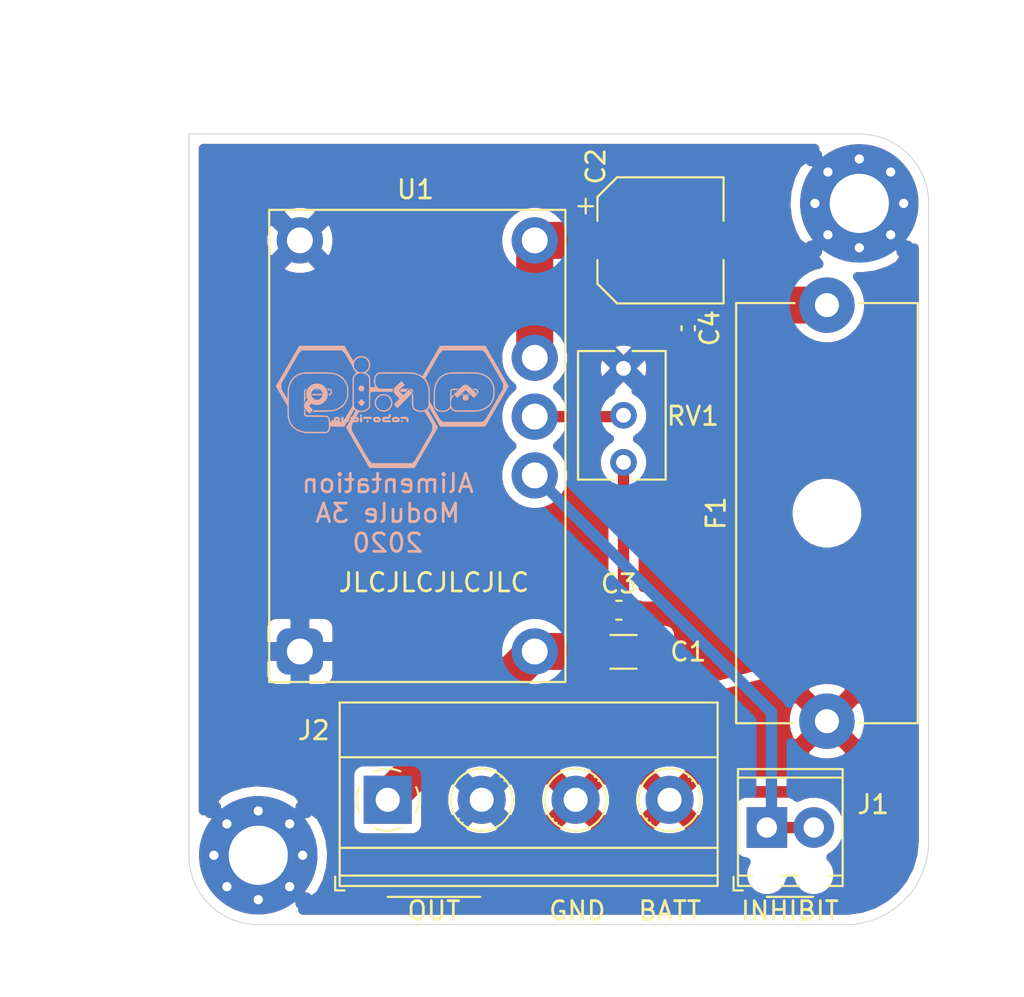
<source format=kicad_pcb>
(kicad_pcb (version 20171130) (host pcbnew 5.1.8-1.fc32)

  (general
    (thickness 1.6)
    (drawings 19)
    (tracks 18)
    (zones 0)
    (modules 12)
    (nets 7)
  )

  (page A4)
  (layers
    (0 F.Cu signal)
    (31 B.Cu signal)
    (32 B.Adhes user)
    (33 F.Adhes user)
    (34 B.Paste user)
    (35 F.Paste user)
    (36 B.SilkS user)
    (37 F.SilkS user)
    (38 B.Mask user)
    (39 F.Mask user)
    (40 Dwgs.User user)
    (41 Cmts.User user)
    (42 Eco1.User user)
    (43 Eco2.User user)
    (44 Edge.Cuts user)
    (45 Margin user)
    (46 B.CrtYd user)
    (47 F.CrtYd user)
    (48 B.Fab user hide)
    (49 F.Fab user hide)
  )

  (setup
    (last_trace_width 0.61)
    (user_trace_width 0.61)
    (user_trace_width 2)
    (trace_clearance 0.2)
    (zone_clearance 0.508)
    (zone_45_only no)
    (trace_min 0.2)
    (via_size 0.8)
    (via_drill 0.4)
    (via_min_size 0.4)
    (via_min_drill 0.3)
    (uvia_size 0.3)
    (uvia_drill 0.1)
    (uvias_allowed no)
    (uvia_min_size 0.2)
    (uvia_min_drill 0.1)
    (edge_width 0.05)
    (segment_width 0.2)
    (pcb_text_width 0.3)
    (pcb_text_size 1.5 1.5)
    (mod_edge_width 0.12)
    (mod_text_size 1 1)
    (mod_text_width 0.15)
    (pad_size 1.524 1.524)
    (pad_drill 0.762)
    (pad_to_mask_clearance 0)
    (aux_axis_origin 0 0)
    (visible_elements FFFFFF7F)
    (pcbplotparams
      (layerselection 0x010fc_ffffffff)
      (usegerberextensions false)
      (usegerberattributes true)
      (usegerberadvancedattributes true)
      (creategerberjobfile true)
      (excludeedgelayer true)
      (linewidth 0.100000)
      (plotframeref false)
      (viasonmask false)
      (mode 1)
      (useauxorigin false)
      (hpglpennumber 1)
      (hpglpenspeed 20)
      (hpglpendiameter 15.000000)
      (psnegative false)
      (psa4output false)
      (plotreference true)
      (plotvalue true)
      (plotinvisibletext false)
      (padsonsilk false)
      (subtractmaskfromsilk false)
      (outputformat 1)
      (mirror false)
      (drillshape 1)
      (scaleselection 1)
      (outputdirectory ""))
  )

  (net 0 "")
  (net 1 GND)
  (net 2 +BATT)
  (net 3 /OUT)
  (net 4 /EN)
  (net 5 "Net-(RV1-Pad2)")
  (net 6 "Net-(C2-Pad1)")

  (net_class Default "This is the default net class."
    (clearance 0.2)
    (trace_width 0.25)
    (via_dia 0.8)
    (via_drill 0.4)
    (uvia_dia 0.3)
    (uvia_drill 0.1)
    (add_net +BATT)
    (add_net /EN)
    (add_net /OUT)
    (add_net GND)
    (add_net "Net-(C2-Pad1)")
    (add_net "Net-(RV1-Pad2)")
  )

  (module Capacitor_SMD:C_0603_1608Metric_Pad1.08x0.95mm_HandSolder (layer F.Cu) (tedit 5F68FEEF) (tstamp 5FD5F374)
    (at 148.25 75.75)
    (descr "Capacitor SMD 0603 (1608 Metric), square (rectangular) end terminal, IPC_7351 nominal with elongated pad for handsoldering. (Body size source: IPC-SM-782 page 76, https://www.pcb-3d.com/wordpress/wp-content/uploads/ipc-sm-782a_amendment_1_and_2.pdf), generated with kicad-footprint-generator")
    (tags "capacitor handsolder")
    (path /5FEB8135)
    (attr smd)
    (fp_text reference C3 (at 0 -1.43) (layer F.SilkS)
      (effects (font (size 1 1) (thickness 0.15)))
    )
    (fp_text value 1u (at 0 1.43) (layer F.Fab)
      (effects (font (size 1 1) (thickness 0.15)))
    )
    (fp_text user %R (at 0 0) (layer F.Fab)
      (effects (font (size 0.4 0.4) (thickness 0.06)))
    )
    (fp_line (start -0.8 0.4) (end -0.8 -0.4) (layer F.Fab) (width 0.1))
    (fp_line (start -0.8 -0.4) (end 0.8 -0.4) (layer F.Fab) (width 0.1))
    (fp_line (start 0.8 -0.4) (end 0.8 0.4) (layer F.Fab) (width 0.1))
    (fp_line (start 0.8 0.4) (end -0.8 0.4) (layer F.Fab) (width 0.1))
    (fp_line (start -0.146267 -0.51) (end 0.146267 -0.51) (layer F.SilkS) (width 0.12))
    (fp_line (start -0.146267 0.51) (end 0.146267 0.51) (layer F.SilkS) (width 0.12))
    (fp_line (start -1.65 0.73) (end -1.65 -0.73) (layer F.CrtYd) (width 0.05))
    (fp_line (start -1.65 -0.73) (end 1.65 -0.73) (layer F.CrtYd) (width 0.05))
    (fp_line (start 1.65 -0.73) (end 1.65 0.73) (layer F.CrtYd) (width 0.05))
    (fp_line (start 1.65 0.73) (end -1.65 0.73) (layer F.CrtYd) (width 0.05))
    (pad 2 smd roundrect (at 0.8625 0) (size 1.075 0.95) (layers F.Cu F.Paste F.Mask) (roundrect_rratio 0.25)
      (net 1 GND))
    (pad 1 smd roundrect (at -0.8625 0) (size 1.075 0.95) (layers F.Cu F.Paste F.Mask) (roundrect_rratio 0.25)
      (net 2 +BATT))
    (model ${KISYS3DMOD}/Capacitor_SMD.3dshapes/C_0603_1608Metric.wrl
      (at (xyz 0 0 0))
      (scale (xyz 1 1 1))
      (rotate (xyz 0 0 0))
    )
  )

  (module Capacitor_SMD:C_0402_1005Metric_Pad0.74x0.62mm_HandSolder (layer F.Cu) (tedit 5F6BB22C) (tstamp 5FD5F385)
    (at 152 60.5 270)
    (descr "Capacitor SMD 0402 (1005 Metric), square (rectangular) end terminal, IPC_7351 nominal with elongated pad for handsoldering. (Body size source: IPC-SM-782 page 76, https://www.pcb-3d.com/wordpress/wp-content/uploads/ipc-sm-782a_amendment_1_and_2.pdf), generated with kicad-footprint-generator")
    (tags "capacitor handsolder")
    (path /5FEBA8A1)
    (attr smd)
    (fp_text reference C4 (at 0 -1.16 90) (layer F.SilkS)
      (effects (font (size 1 1) (thickness 0.15)))
    )
    (fp_text value 1u (at 0 1.16 90) (layer F.Fab)
      (effects (font (size 1 1) (thickness 0.15)))
    )
    (fp_text user %R (at 0 0 90) (layer F.Fab)
      (effects (font (size 0.25 0.25) (thickness 0.04)))
    )
    (fp_line (start -0.5 0.25) (end -0.5 -0.25) (layer F.Fab) (width 0.1))
    (fp_line (start -0.5 -0.25) (end 0.5 -0.25) (layer F.Fab) (width 0.1))
    (fp_line (start 0.5 -0.25) (end 0.5 0.25) (layer F.Fab) (width 0.1))
    (fp_line (start 0.5 0.25) (end -0.5 0.25) (layer F.Fab) (width 0.1))
    (fp_line (start -0.115835 -0.36) (end 0.115835 -0.36) (layer F.SilkS) (width 0.12))
    (fp_line (start -0.115835 0.36) (end 0.115835 0.36) (layer F.SilkS) (width 0.12))
    (fp_line (start -1.08 0.46) (end -1.08 -0.46) (layer F.CrtYd) (width 0.05))
    (fp_line (start -1.08 -0.46) (end 1.08 -0.46) (layer F.CrtYd) (width 0.05))
    (fp_line (start 1.08 -0.46) (end 1.08 0.46) (layer F.CrtYd) (width 0.05))
    (fp_line (start 1.08 0.46) (end -1.08 0.46) (layer F.CrtYd) (width 0.05))
    (pad 2 smd roundrect (at 0.5675 0 270) (size 0.735 0.62) (layers F.Cu F.Paste F.Mask) (roundrect_rratio 0.25)
      (net 1 GND))
    (pad 1 smd roundrect (at -0.5675 0 270) (size 0.735 0.62) (layers F.Cu F.Paste F.Mask) (roundrect_rratio 0.25)
      (net 6 "Net-(C2-Pad1)"))
    (model ${KISYS3DMOD}/Capacitor_SMD.3dshapes/C_0402_1005Metric.wrl
      (at (xyz 0 0 0))
      (scale (xyz 1 1 1))
      (rotate (xyz 0 0 0))
    )
  )

  (module Capacitor_SMD:CP_Elec_6.3x7.7 (layer F.Cu) (tedit 5BCA39D0) (tstamp 5FD201A1)
    (at 150.5 55.75)
    (descr "SMD capacitor, aluminum electrolytic, Nichicon, 6.3x7.7mm")
    (tags "capacitor electrolytic")
    (path /5FC55F57)
    (attr smd)
    (fp_text reference C2 (at -3.5 -4 -90) (layer F.SilkS)
      (effects (font (size 1 1) (thickness 0.15)))
    )
    (fp_text value 100u (at 0 4.35) (layer F.Fab)
      (effects (font (size 1 1) (thickness 0.15)))
    )
    (fp_circle (center 0 0) (end 3.15 0) (layer F.Fab) (width 0.1))
    (fp_line (start 3.3 -3.3) (end 3.3 3.3) (layer F.Fab) (width 0.1))
    (fp_line (start -2.3 -3.3) (end 3.3 -3.3) (layer F.Fab) (width 0.1))
    (fp_line (start -2.3 3.3) (end 3.3 3.3) (layer F.Fab) (width 0.1))
    (fp_line (start -3.3 -2.3) (end -3.3 2.3) (layer F.Fab) (width 0.1))
    (fp_line (start -3.3 -2.3) (end -2.3 -3.3) (layer F.Fab) (width 0.1))
    (fp_line (start -3.3 2.3) (end -2.3 3.3) (layer F.Fab) (width 0.1))
    (fp_line (start -2.704838 -1.33) (end -2.074838 -1.33) (layer F.Fab) (width 0.1))
    (fp_line (start -2.389838 -1.645) (end -2.389838 -1.015) (layer F.Fab) (width 0.1))
    (fp_line (start 3.41 3.41) (end 3.41 1.06) (layer F.SilkS) (width 0.12))
    (fp_line (start 3.41 -3.41) (end 3.41 -1.06) (layer F.SilkS) (width 0.12))
    (fp_line (start -2.345563 -3.41) (end 3.41 -3.41) (layer F.SilkS) (width 0.12))
    (fp_line (start -2.345563 3.41) (end 3.41 3.41) (layer F.SilkS) (width 0.12))
    (fp_line (start -3.41 2.345563) (end -3.41 1.06) (layer F.SilkS) (width 0.12))
    (fp_line (start -3.41 -2.345563) (end -3.41 -1.06) (layer F.SilkS) (width 0.12))
    (fp_line (start -3.41 -2.345563) (end -2.345563 -3.41) (layer F.SilkS) (width 0.12))
    (fp_line (start -3.41 2.345563) (end -2.345563 3.41) (layer F.SilkS) (width 0.12))
    (fp_line (start -4.4375 -1.8475) (end -3.65 -1.8475) (layer F.SilkS) (width 0.12))
    (fp_line (start -4.04375 -2.24125) (end -4.04375 -1.45375) (layer F.SilkS) (width 0.12))
    (fp_line (start 3.55 -3.55) (end 3.55 -1.05) (layer F.CrtYd) (width 0.05))
    (fp_line (start 3.55 -1.05) (end 4.7 -1.05) (layer F.CrtYd) (width 0.05))
    (fp_line (start 4.7 -1.05) (end 4.7 1.05) (layer F.CrtYd) (width 0.05))
    (fp_line (start 4.7 1.05) (end 3.55 1.05) (layer F.CrtYd) (width 0.05))
    (fp_line (start 3.55 1.05) (end 3.55 3.55) (layer F.CrtYd) (width 0.05))
    (fp_line (start -2.4 3.55) (end 3.55 3.55) (layer F.CrtYd) (width 0.05))
    (fp_line (start -2.4 -3.55) (end 3.55 -3.55) (layer F.CrtYd) (width 0.05))
    (fp_line (start -3.55 2.4) (end -2.4 3.55) (layer F.CrtYd) (width 0.05))
    (fp_line (start -3.55 -2.4) (end -2.4 -3.55) (layer F.CrtYd) (width 0.05))
    (fp_line (start -3.55 -2.4) (end -3.55 -1.05) (layer F.CrtYd) (width 0.05))
    (fp_line (start -3.55 1.05) (end -3.55 2.4) (layer F.CrtYd) (width 0.05))
    (fp_line (start -3.55 -1.05) (end -4.7 -1.05) (layer F.CrtYd) (width 0.05))
    (fp_line (start -4.7 -1.05) (end -4.7 1.05) (layer F.CrtYd) (width 0.05))
    (fp_line (start -4.7 1.05) (end -3.55 1.05) (layer F.CrtYd) (width 0.05))
    (fp_text user %R (at 0 0) (layer F.Fab)
      (effects (font (size 1 1) (thickness 0.15)))
    )
    (pad 2 smd roundrect (at 2.7 0) (size 3.5 1.6) (layers F.Cu F.Paste F.Mask) (roundrect_rratio 0.15625)
      (net 1 GND))
    (pad 1 smd roundrect (at -2.7 0) (size 3.5 1.6) (layers F.Cu F.Paste F.Mask) (roundrect_rratio 0.15625)
      (net 6 "Net-(C2-Pad1)"))
    (model ${KISYS3DMOD}/Capacitor_SMD.3dshapes/CP_Elec_6.3x7.7.wrl
      (at (xyz 0 0 0))
      (scale (xyz 1 1 1))
      (rotate (xyz 0 0 0))
    )
  )

  (module ARIG:Logo_ARIG_12_6x6_6 locked (layer B.Cu) (tedit 0) (tstamp 5FD558DD)
    (at 136 64.75 180)
    (fp_text reference G*** (at 0 0) (layer B.SilkS) hide
      (effects (font (size 1.524 1.524) (thickness 0.3)) (justify mirror))
    )
    (fp_text value LOGO (at 0.75 0) (layer B.SilkS) hide
      (effects (font (size 1.524 1.524) (thickness 0.3)) (justify mirror))
    )
    (fp_poly (pts (xy -4.387859 0.942499) (xy -4.422683 0.907143) (xy -4.479528 0.907143) (xy -4.509179 0.906652)
      (xy -4.528416 0.904527) (xy -4.541325 0.899796) (xy -4.551991 0.891481) (xy -4.554187 0.88933)
      (xy -4.563315 0.878639) (xy -4.568677 0.866516) (xy -4.571243 0.848884) (xy -4.571985 0.821665)
      (xy -4.572 0.814554) (xy -4.572334 0.785573) (xy -4.574193 0.766803) (xy -4.578862 0.753945)
      (xy -4.587622 0.742697) (xy -4.595931 0.734396) (xy -4.611133 0.720546) (xy -4.621998 0.712252)
      (xy -4.624445 0.7112) (xy -4.628268 0.71767) (xy -4.633405 0.7344) (xy -4.637414 0.751597)
      (xy -4.642154 0.797984) (xy -4.638324 0.844786) (xy -4.626767 0.887937) (xy -4.608324 0.923374)
      (xy -4.599588 0.934076) (xy -4.580079 0.949349) (xy -4.553003 0.960646) (xy -4.516433 0.968452)
      (xy -4.468438 0.973258) (xy -4.438932 0.97471) (xy -4.353035 0.977854) (xy -4.387859 0.942499)) (layer B.SilkS) (width 0.01))
    (fp_poly (pts (xy -3.762828 0.6604) (xy -3.727088 0.624115) (xy -3.76673 0.624412) (xy -3.79116 0.625698)
      (xy -3.808626 0.630868) (xy -3.825729 0.642572) (xy -3.837379 0.652759) (xy -3.859908 0.670037)
      (xy -3.883556 0.683494) (xy -3.895436 0.687997) (xy -3.906911 0.691438) (xy -3.909025 0.693644)
      (xy -3.900345 0.69494) (xy -3.87944 0.695654) (xy -3.860527 0.695936) (xy -3.798568 0.696686)
      (xy -3.762828 0.6604)) (layer B.SilkS) (width 0.01))
    (fp_poly (pts (xy -4.060644 0.696201) (xy -4.002314 0.695715) (xy -4.033364 0.68602) (xy -4.057448 0.675456)
      (xy -4.083911 0.659448) (xy -4.096271 0.650219) (xy -4.118965 0.633813) (xy -4.138601 0.625975)
      (xy -4.159291 0.624115) (xy -4.190454 0.624115) (xy -4.154714 0.6604) (xy -4.118974 0.696686)
      (xy -4.060644 0.696201)) (layer B.SilkS) (width 0.01))
    (fp_poly (pts (xy -3.907426 1.187365) (xy -3.88284 1.181716) (xy -3.864428 1.175437) (xy -3.853798 1.171172)
      (xy -3.843238 1.165916) (xy -3.83173 1.15875) (xy -3.818256 1.148752) (xy -3.801796 1.135004)
      (xy -3.781332 1.116586) (xy -3.755845 1.092578) (xy -3.724317 1.06206) (xy -3.685729 1.024111)
      (xy -3.639061 0.977813) (xy -3.583296 0.922246) (xy -3.576333 0.915298) (xy -3.33178 0.671286)
      (xy -3.513378 0.484098) (xy -3.714353 0.684244) (xy -3.759529 0.728918) (xy -3.802201 0.770517)
      (xy -3.841129 0.807874) (xy -3.87507 0.839824) (xy -3.902783 0.865199) (xy -3.923026 0.882835)
      (xy -3.934555 0.891563) (xy -3.935739 0.89215) (xy -3.957666 0.896392) (xy -3.975603 0.895274)
      (xy -3.986344 0.888694) (xy -4.006639 0.871994) (xy -4.036052 0.845583) (xy -4.074144 0.809867)
      (xy -4.120476 0.765253) (xy -4.17461 0.712148) (xy -4.198448 0.688521) (xy -4.40184 0.486403)
      (xy -4.494199 0.578968) (xy -4.586558 0.671532) (xy -4.345236 0.912369) (xy -4.285506 0.971936)
      (xy -4.23493 1.022086) (xy -4.192382 1.063646) (xy -4.156737 1.097444) (xy -4.126866 1.124309)
      (xy -4.101646 1.145069) (xy -4.079949 1.160552) (xy -4.060649 1.171586) (xy -4.042621 1.179)
      (xy -4.024738 1.18362) (xy -4.005873 1.186277) (xy -3.984902 1.187797) (xy -3.969657 1.188566)
      (xy -3.934363 1.189398) (xy -3.907426 1.187365)) (layer B.SilkS) (width 0.01))
    (fp_poly (pts (xy -3.911562 0.638307) (xy -3.874024 0.619311) (xy -3.841887 0.588997) (xy -3.834685 0.57917)
      (xy -3.813932 0.53714) (xy -3.80623 0.494179) (xy -3.810462 0.452382) (xy -3.825508 0.413847)
      (xy -3.850251 0.38067) (xy -3.883573 0.35495) (xy -3.924355 0.338782) (xy -3.965355 0.33412)
      (xy -3.99611 0.336418) (xy -4.022182 0.342135) (xy -4.031342 0.345868) (xy -4.060225 0.365115)
      (xy -4.086163 0.389438) (xy -4.103711 0.413658) (xy -4.113896 0.443634) (xy -4.118913 0.480232)
      (xy -4.118139 0.516291) (xy -4.114332 0.535729) (xy -4.095343 0.576722) (xy -4.067197 0.608658)
      (xy -4.032319 0.631162) (xy -3.993136 0.643856) (xy -3.952075 0.646363) (xy -3.911562 0.638307)) (layer B.SilkS) (width 0.01))
    (fp_poly (pts (xy 4.133928 0.92799) (xy 4.159139 0.920922) (xy 4.161972 0.919518) (xy 4.169892 0.914872)
      (xy 4.172415 0.91165) (xy 4.167806 0.9096) (xy 4.154333 0.908474) (xy 4.130263 0.908022)
      (xy 4.093864 0.907994) (xy 4.082143 0.908026) (xy 4.042202 0.908205) (xy 4.01511 0.908642)
      (xy 3.9992 0.909601) (xy 3.992808 0.911348) (xy 3.994267 0.914148) (xy 4.001911 0.918267)
      (xy 4.005943 0.920164) (xy 4.031465 0.927579) (xy 4.064818 0.931341) (xy 4.10073 0.93147)
      (xy 4.133928 0.92799)) (layer B.SilkS) (width 0.01))
    (fp_poly (pts (xy 4.332515 0.624115) (xy 3.817258 0.624115) (xy 3.817258 0.696686) (xy 4.332515 0.696686)
      (xy 4.332515 0.624115)) (layer B.SilkS) (width 0.01))
    (fp_poly (pts (xy 1.709543 1.151609) (xy 1.736856 1.143196) (xy 1.762904 1.126281) (xy 1.773993 1.116959)
      (xy 1.805445 1.081411) (xy 1.823458 1.041156) (xy 1.8288 0.997858) (xy 1.822675 0.951746)
      (xy 1.803804 0.911849) (xy 1.773993 0.878756) (xy 1.748203 0.858827) (xy 1.723686 0.847479)
      (xy 1.69461 0.84264) (xy 1.670485 0.842006) (xy 1.634576 0.845436) (xy 1.603243 0.856837)
      (xy 1.596007 0.860682) (xy 1.56227 0.887283) (xy 1.53644 0.923361) (xy 1.520846 0.964991)
      (xy 1.517295 0.993387) (xy 1.523004 1.039029) (xy 1.540956 1.079688) (xy 1.56919 1.113363)
      (xy 1.605744 1.138053) (xy 1.648659 1.151757) (xy 1.674591 1.153886) (xy 1.709543 1.151609)) (layer B.SilkS) (width 0.01))
    (fp_poly (pts (xy 1.66781 0.412724) (xy 1.675245 0.406972) (xy 1.691143 0.392703) (xy 1.713668 0.371628)
      (xy 1.740987 0.345459) (xy 1.765723 0.321355) (xy 1.85606 0.232681) (xy 1.760787 0.133936)
      (xy 1.665515 0.03519) (xy 1.572986 0.128368) (xy 1.543379 0.158566) (xy 1.517695 0.185496)
      (xy 1.497565 0.207386) (xy 1.48462 0.222468) (xy 1.480458 0.22881) (xy 1.485378 0.236681)
      (xy 1.498782 0.252213) (xy 1.518639 0.27341) (xy 1.542914 0.298276) (xy 1.569575 0.324815)
      (xy 1.596588 0.351032) (xy 1.621921 0.374931) (xy 1.64354 0.394516) (xy 1.659412 0.407791)
      (xy 1.667504 0.412761) (xy 1.66781 0.412724)) (layer B.SilkS) (width 0.01))
    (fp_poly (pts (xy -3.730934 1.864997) (xy -3.619922 1.864734) (xy -3.518845 1.864303) (xy -3.428296 1.86371)
      (xy -3.34887 1.862962) (xy -3.28116 1.862065) (xy -3.22576 1.861026) (xy -3.183263 1.85985)
      (xy -3.154263 1.858545) (xy -3.142152 1.857538) (xy -3.016951 1.835925) (xy -2.900705 1.802902)
      (xy -2.793351 1.758435) (xy -2.69483 1.70249) (xy -2.60508 1.635031) (xy -2.52404 1.556023)
      (xy -2.452066 1.466025) (xy -2.398118 1.3817) (xy -2.353131 1.293172) (xy -2.315922 1.197649)
      (xy -2.285305 1.09234) (xy -2.275116 1.049008) (xy -2.266518 1.009147) (xy -2.259223 0.972249)
      (xy -2.253133 0.93673) (xy -2.248153 0.901005) (xy -2.244187 0.86349) (xy -2.24114 0.822599)
      (xy -2.238916 0.776748) (xy -2.237419 0.724353) (xy -2.236554 0.663828) (xy -2.236224 0.593589)
      (xy -2.236334 0.512051) (xy -2.236788 0.417629) (xy -2.236804 0.414817) (xy -2.237313 0.331355)
      (xy -2.237807 0.261085) (xy -2.238346 0.202688) (xy -2.238988 0.15484) (xy -2.239789 0.116222)
      (xy -2.240809 0.085513) (xy -2.242104 0.061389) (xy -2.243734 0.042532) (xy -2.245755 0.027619)
      (xy -2.248226 0.015329) (xy -2.251205 0.004341) (xy -2.25475 -0.006666) (xy -2.255365 -0.008493)
      (xy -2.282661 -0.067071) (xy -2.322681 -0.12049) (xy -2.374259 -0.167803) (xy -2.436228 -0.20806)
      (xy -2.507423 -0.240315) (xy -2.561771 -0.257531) (xy -2.600162 -0.264965) (xy -2.647808 -0.270066)
      (xy -2.699886 -0.272693) (xy -2.751575 -0.272707) (xy -2.798051 -0.269969) (xy -2.830285 -0.265284)
      (xy -2.915305 -0.24167) (xy -2.9906 -0.208938) (xy -3.055396 -0.16753) (xy -3.108918 -0.117889)
      (xy -3.126747 -0.096157) (xy -3.141439 -0.078799) (xy -3.153927 -0.067611) (xy -3.159065 -0.065314)
      (xy -3.167755 -0.071192) (xy -3.178703 -0.085917) (xy -3.182421 -0.092445) (xy -3.199955 -0.118383)
      (xy -3.225844 -0.148111) (xy -3.256166 -0.177831) (xy -3.286994 -0.203747) (xy -3.314405 -0.222063)
      (xy -3.31867 -0.224258) (xy -3.332709 -0.230998) (xy -3.345801 -0.23686) (xy -3.359017 -0.241907)
      (xy -3.373429 -0.2462) (xy -3.390107 -0.2498) (xy -3.410123 -0.252768) (xy -3.434549 -0.255165)
      (xy -3.464456 -0.257054) (xy -3.500915 -0.258494) (xy -3.544997 -0.259548) (xy -3.597775 -0.260276)
      (xy -3.660319 -0.260741) (xy -3.733701 -0.261002) (xy -3.818992 -0.261123) (xy -3.917263 -0.261163)
      (xy -3.963964 -0.261171) (xy -4.072409 -0.261161) (xy -4.167548 -0.261048) (xy -4.250593 -0.26076)
      (xy -4.322753 -0.260225) (xy -4.385238 -0.259374) (xy -4.439256 -0.258133) (xy -4.486019 -0.256433)
      (xy -4.526736 -0.254202) (xy -4.562616 -0.251369) (xy -4.594869 -0.247862) (xy -4.624706 -0.243611)
      (xy -4.653335 -0.238544) (xy -4.681966 -0.23259) (xy -4.711809 -0.225677) (xy -4.744075 -0.217736)
      (xy -4.75701 -0.214486) (xy -4.879556 -0.177227) (xy -4.992562 -0.129733) (xy -5.095682 -0.072307)
      (xy -5.188572 -0.005256) (xy -5.270887 0.071116) (xy -5.342281 0.156505) (xy -5.40241 0.250604)
      (xy -5.450928 0.35311) (xy -5.474727 0.419797) (xy -5.490479 0.471747) (xy -5.502701 0.517912)
      (xy -5.511816 0.561463) (xy -5.518248 0.605573) (xy -5.52242 0.653411) (xy -5.524755 0.70815)
      (xy -5.525677 0.77296) (xy -5.525745 0.801915) (xy -5.525718 0.8128) (xy -5.466221 0.8128)
      (xy -5.465089 0.732071) (xy -5.460941 0.661741) (xy -5.453355 0.597928) (xy -5.441908 0.536751)
      (xy -5.431432 0.493647) (xy -5.401525 0.397282) (xy -5.364848 0.311536) (xy -5.319746 0.233444)
      (xy -5.264561 0.160042) (xy -5.214257 0.104955) (xy -5.134729 0.032295) (xy -5.049242 -0.029247)
      (xy -4.956248 -0.080514) (xy -4.854199 -0.122343) (xy -4.741547 -0.155576) (xy -4.728028 -0.158841)
      (xy -4.700469 -0.165308) (xy -4.675333 -0.17096) (xy -4.651474 -0.175848) (xy -4.627745 -0.180025)
      (xy -4.603001 -0.183543) (xy -4.576094 -0.186454) (xy -4.545879 -0.188811) (xy -4.511208 -0.190666)
      (xy -4.470935 -0.19207) (xy -4.423914 -0.193078) (xy -4.368997 -0.19374) (xy -4.305039 -0.194109)
      (xy -4.230894 -0.194237) (xy -4.145414 -0.194178) (xy -4.047452 -0.193982) (xy -3.9624 -0.193771)
      (xy -3.392714 -0.192314) (xy -3.346842 -0.167443) (xy -3.295785 -0.131665) (xy -3.252163 -0.084366)
      (xy -3.216595 -0.026841) (xy -3.189701 0.039618) (xy -3.172101 0.113715) (xy -3.164415 0.194158)
      (xy -3.164114 0.214086) (xy -3.168908 0.289988) (xy -3.182743 0.362261) (xy -3.204798 0.428876)
      (xy -3.234255 0.487804) (xy -3.270292 0.537018) (xy -3.308908 0.572228) (xy -3.337536 0.592966)
      (xy -3.313039 0.616709) (xy -3.288543 0.640451) (xy -3.243113 0.595997) (xy -3.222564 0.576126)
      (xy -3.206297 0.560839) (xy -3.196797 0.552452) (xy -3.195413 0.551543) (xy -3.194747 0.558452)
      (xy -3.194159 0.577783) (xy -3.193677 0.607445) (xy -3.193334 0.645346) (xy -3.193159 0.689395)
      (xy -3.193142 0.70813) (xy -3.193142 0.864717) (xy -3.214356 0.88593) (xy -3.235569 0.907143)
      (xy -3.49486 0.907143) (xy -3.528818 0.941615) (xy -3.562776 0.976086) (xy -3.405173 0.974008)
      (xy -3.34465 0.9729) (xy -3.296684 0.971087) (xy -3.259322 0.968173) (xy -3.230611 0.963758)
      (xy -3.208598 0.957444) (xy -3.191328 0.948833) (xy -3.176849 0.937528) (xy -3.164848 0.925014)
      (xy -3.14912 0.9027) (xy -3.137279 0.878296) (xy -3.135522 0.87287) (xy -3.133668 0.858598)
      (xy -3.132056 0.83029) (xy -3.130692 0.788425) (xy -3.129585 0.73348) (xy -3.128746 0.665932)
      (xy -3.128181 0.586258) (xy -3.1279 0.494936) (xy -3.127869 0.452522) (xy -3.127839 0.366686)
      (xy -3.12774 0.294079) (xy -3.127528 0.233416) (xy -3.127161 0.183412) (xy -3.126594 0.142782)
      (xy -3.125784 0.110241) (xy -3.124689 0.084504) (xy -3.123264 0.064286) (xy -3.121467 0.048302)
      (xy -3.119254 0.035266) (xy -3.116582 0.023894) (xy -3.113407 0.012901) (xy -3.113001 0.011582)
      (xy -3.091218 -0.035792) (xy -3.056936 -0.080546) (xy -3.012135 -0.121106) (xy -2.958792 -0.155901)
      (xy -2.898886 -0.183356) (xy -2.848428 -0.198773) (xy -2.813607 -0.204518) (xy -2.769128 -0.208059)
      (xy -2.719685 -0.209373) (xy -2.669972 -0.208435) (xy -2.624679 -0.205222) (xy -2.590242 -0.200087)
      (xy -2.521325 -0.179947) (xy -2.459191 -0.150775) (xy -2.405406 -0.113793) (xy -2.361539 -0.070223)
      (xy -2.329156 -0.021287) (xy -2.314326 0.014972) (xy -2.311228 0.025733) (xy -2.308629 0.03729)
      (xy -2.306485 0.050955) (xy -2.304754 0.068042) (xy -2.30339 0.089865) (xy -2.302352 0.117737)
      (xy -2.301596 0.152973) (xy -2.301078 0.196885) (xy -2.300755 0.250788) (xy -2.300583 0.315995)
      (xy -2.300519 0.39382) (xy -2.300514 0.432733) (xy -2.300611 0.527437) (xy -2.30096 0.609138)
      (xy -2.301645 0.679346) (xy -2.30275 0.739573) (xy -2.304362 0.791328) (xy -2.306565 0.836122)
      (xy -2.309443 0.875466) (xy -2.313082 0.910869) (xy -2.317566 0.943843) (xy -2.322981 0.975898)
      (xy -2.329411 1.008544) (xy -2.334114 1.030515) (xy -2.364679 1.147351) (xy -2.402821 1.252715)
      (xy -2.449016 1.347795) (xy -2.485742 1.407886) (xy -2.551283 1.495169) (xy -2.623836 1.570845)
      (xy -2.704309 1.635519) (xy -2.793606 1.689795) (xy -2.892633 1.734278) (xy -3.002297 1.769572)
      (xy -3.042742 1.779722) (xy -3.054122 1.782327) (xy -3.065316 1.784631) (xy -3.077257 1.786656)
      (xy -3.090878 1.788424) (xy -3.107115 1.789956) (xy -3.126899 1.791276) (xy -3.151165 1.792404)
      (xy -3.180847 1.793362) (xy -3.216879 1.794174) (xy -3.260193 1.79486) (xy -3.311724 1.795444)
      (xy -3.372406 1.795946) (xy -3.443171 1.796389) (xy -3.524955 1.796795) (xy -3.61869 1.797186)
      (xy -3.72531 1.797584) (xy -3.813628 1.797898) (xy -3.932636 1.798295) (xy -4.038063 1.798589)
      (xy -4.130844 1.79877) (xy -4.211913 1.798826) (xy -4.282203 1.798747) (xy -4.342649 1.798522)
      (xy -4.394184 1.79814) (xy -4.437743 1.797589) (xy -4.474258 1.79686) (xy -4.504665 1.79594)
      (xy -4.529897 1.794818) (xy -4.550887 1.793485) (xy -4.568571 1.791928) (xy -4.583881 1.790138)
      (xy -4.593771 1.788726) (xy -4.719249 1.764835) (xy -4.833315 1.733057) (xy -4.937046 1.692896)
      (xy -5.031523 1.643857) (xy -5.117822 1.585443) (xy -5.197023 1.51716) (xy -5.207889 1.506502)
      (xy -5.279323 1.4261) (xy -5.338931 1.338808) (xy -5.386896 1.244132) (xy -5.423403 1.14158)
      (xy -5.448636 1.030658) (xy -5.462777 0.910874) (xy -5.466221 0.8128) (xy -5.525718 0.8128)
      (xy -5.525602 0.859483) (xy -5.525057 0.90516) (xy -5.523941 0.941565) (xy -5.522081 0.971321)
      (xy -5.519309 0.997048) (xy -5.515451 1.021366) (xy -5.510338 1.046897) (xy -5.509529 1.050642)
      (xy -5.479622 1.165685) (xy -5.442146 1.269308) (xy -5.396372 1.362892) (xy -5.341571 1.447818)
      (xy -5.277013 1.525468) (xy -5.238568 1.564169) (xy -5.15795 1.633237) (xy -5.07172 1.692158)
      (xy -4.978072 1.741869) (xy -4.875204 1.78331) (xy -4.76131 1.817419) (xy -4.743255 1.821939)
      (xy -4.713963 1.829046) (xy -4.687042 1.835327) (xy -4.661435 1.840831) (xy -4.636087 1.845612)
      (xy -4.609942 1.849719) (xy -4.581942 1.853204) (xy -4.551032 1.856118) (xy -4.516156 1.858512)
      (xy -4.476257 1.860437) (xy -4.430278 1.861944) (xy -4.377164 1.863084) (xy -4.315858 1.863909)
      (xy -4.245305 1.864469) (xy -4.164447 1.864816) (xy -4.072228 1.865) (xy -3.967592 1.865073)
      (xy -3.851288 1.865086) (xy -3.730934 1.864997)) (layer B.SilkS) (width 0.01))
    (fp_poly (pts (xy 3.501458 0.943205) (xy 3.484003 0.908759) (xy 3.428532 0.905958) (xy 3.399719 0.904061)
      (xy 3.381088 0.900948) (xy 3.368311 0.895129) (xy 3.357057 0.885114) (xy 3.352045 0.879635)
      (xy 3.341174 0.86618) (xy 3.334866 0.853122) (xy 3.331899 0.835894) (xy 3.331053 0.809931)
      (xy 3.331029 0.801075) (xy 3.331401 0.772607) (xy 3.333449 0.75413) (xy 3.338572 0.741123)
      (xy 3.348171 0.729065) (xy 3.355703 0.72136) (xy 3.374077 0.70546) (xy 3.391514 0.698287)
      (xy 3.41376 0.696686) (xy 3.447143 0.696686) (xy 3.447143 0.661442) (xy 3.446678 0.640381)
      (xy 3.443645 0.630117) (xy 3.435584 0.626934) (xy 3.424341 0.626971) (xy 3.402569 0.629303)
      (xy 3.376436 0.634161) (xy 3.369313 0.635845) (xy 3.331927 0.649748) (xy 3.30411 0.67167)
      (xy 3.282039 0.704704) (xy 3.280592 0.707549) (xy 3.267095 0.747031) (xy 3.261827 0.791895)
      (xy 3.264378 0.83809) (xy 3.27434 0.881566) (xy 3.291304 0.918273) (xy 3.30344 0.934076)
      (xy 3.3267 0.951277) (xy 3.36024 0.963604) (xy 3.405407 0.971432) (xy 3.448557 0.974613)
      (xy 3.518913 0.97765) (xy 3.501458 0.943205)) (layer B.SilkS) (width 0.01))
    (fp_poly (pts (xy 4.672339 0.967297) (xy 4.698947 0.954797) (xy 4.724381 0.937859) (xy 4.740838 0.92236)
      (xy 4.755845 0.899588) (xy 4.766939 0.87432) (xy 4.767833 0.871269) (xy 4.76984 0.855945)
      (xy 4.771451 0.826781) (xy 4.772653 0.784447) (xy 4.773434 0.729612) (xy 4.773784 0.662945)
      (xy 4.773691 0.585115) (xy 4.773466 0.540811) (xy 4.771572 0.238311) (xy 4.756077 0.255227)
      (xy 4.745115 0.274013) (xy 4.734908 0.304471) (xy 4.729163 0.329205) (xy 4.720309 0.364755)
      (xy 4.708238 0.402312) (xy 4.696055 0.432616) (xy 4.684747 0.457881) (xy 4.679089 0.475771)
      (xy 4.678223 0.491888) (xy 4.681288 0.511829) (xy 4.682777 0.51907) (xy 4.689485 0.544005)
      (xy 4.696386 0.55514) (xy 4.700538 0.555586) (xy 4.703918 0.557078) (xy 4.706417 0.565563)
      (xy 4.708148 0.582616) (xy 4.70922 0.609813) (xy 4.709745 0.648727) (xy 4.709846 0.687843)
      (xy 4.709363 0.746845) (xy 4.707794 0.79304) (xy 4.704896 0.828108) (xy 4.700425 0.853733)
      (xy 4.694138 0.871596) (xy 4.685793 0.883378) (xy 4.681045 0.887327) (xy 4.670706 0.899336)
      (xy 4.659057 0.919722) (xy 4.652404 0.934712) (xy 4.644324 0.956156) (xy 4.641706 0.96743)
      (xy 4.644356 0.97173) (xy 4.650121 0.972298) (xy 4.672339 0.967297)) (layer B.SilkS) (width 0.01))
    (fp_poly (pts (xy 4.169427 1.248739) (xy 4.246945 1.232781) (xy 4.29734 1.215687) (xy 4.367531 1.180143)
      (xy 4.434711 1.132755) (xy 4.496262 1.076056) (xy 4.549567 1.01258) (xy 4.592006 0.944859)
      (xy 4.604947 0.91807) (xy 4.62153 0.877366) (xy 4.633399 0.83936) (xy 4.641255 0.800151)
      (xy 4.645798 0.755837) (xy 4.647727 0.702518) (xy 4.647922 0.678543) (xy 4.646632 0.615863)
      (xy 4.641848 0.563621) (xy 4.632725 0.517986) (xy 4.618422 0.475129) (xy 4.598096 0.431217)
      (xy 4.590271 0.416482) (xy 4.566128 0.372135) (xy 4.65277 0.285853) (xy 4.693488 0.244358)
      (xy 4.724472 0.209936) (xy 4.747008 0.180219) (xy 4.762385 0.152835) (xy 4.77189 0.125415)
      (xy 4.776809 0.09559) (xy 4.778431 0.060988) (xy 4.778471 0.054429) (xy 4.777903 0.023231)
      (xy 4.775363 -0.003806) (xy 4.769803 -0.028419) (xy 4.760173 -0.052343) (xy 4.745426 -0.077315)
      (xy 4.72451 -0.105069) (xy 4.696378 -0.137341) (xy 4.65998 -0.175867) (xy 4.614267 -0.222383)
      (xy 4.606312 -0.230387) (xy 4.570601 -0.26613) (xy 4.538265 -0.298192) (xy 4.510701 -0.325214)
      (xy 4.489304 -0.345836) (xy 4.475472 -0.358696) (xy 4.470658 -0.362514) (xy 4.46476 -0.357305)
      (xy 4.450721 -0.343035) (xy 4.430149 -0.321394) (xy 4.40465 -0.294073) (xy 4.3768 -0.263819)
      (xy 4.342467 -0.225527) (xy 4.317055 -0.195515) (xy 4.300986 -0.174319) (xy 4.294681 -0.162472)
      (xy 4.29523 -0.160274) (xy 4.306788 -0.151055) (xy 4.325494 -0.133847) (xy 4.349219 -0.110838)
      (xy 4.375836 -0.084214) (xy 4.403217 -0.056161) (xy 4.429235 -0.028865) (xy 4.451762 -0.004515)
      (xy 4.46867 0.014705) (xy 4.477832 0.026608) (xy 4.478692 0.02826) (xy 4.481788 0.056162)
      (xy 4.471242 0.086844) (xy 4.447481 0.119521) (xy 4.410934 0.153407) (xy 4.410158 0.154026)
      (xy 4.382573 0.175979) (xy 4.333958 0.153631) (xy 4.286321 0.133843) (xy 4.240484 0.119851)
      (xy 4.191765 0.110625) (xy 4.135481 0.105135) (xy 4.106637 0.103617) (xy 4.059605 0.102325)
      (xy 4.022288 0.103155) (xy 3.990005 0.106381) (xy 3.958076 0.112278) (xy 3.957865 0.112324)
      (xy 3.874682 0.137922) (xy 3.795736 0.176552) (xy 3.722511 0.226997) (xy 3.656492 0.288037)
      (xy 3.599165 0.358456) (xy 3.552014 0.437035) (xy 3.545247 0.450843) (xy 3.524159 0.501334)
      (xy 3.509903 0.551282) (xy 3.50177 0.604686) (xy 3.49905 0.665547) (xy 3.499319 0.682172)
      (xy 3.770204 0.682172) (xy 3.770462 0.646904) (xy 3.771932 0.621644) (xy 3.775467 0.601891)
      (xy 3.781919 0.583143) (xy 3.792139 0.560899) (xy 3.793805 0.557484) (xy 3.828943 0.50014)
      (xy 3.872781 0.452249) (xy 3.923593 0.414731) (xy 3.979652 0.388503) (xy 4.039233 0.374484)
      (xy 4.100611 0.373591) (xy 4.130772 0.378213) (xy 4.192353 0.39835) (xy 4.249257 0.430889)
      (xy 4.299031 0.473893) (xy 4.339218 0.525419) (xy 4.356152 0.556281) (xy 4.367122 0.580593)
      (xy 4.373999 0.600499) (xy 4.377696 0.62083) (xy 4.379122 0.646416) (xy 4.379213 0.678543)
      (xy 4.376416 0.732921) (xy 4.367786 0.777504) (xy 4.35178 0.816363) (xy 4.326855 0.85357)
      (xy 4.302029 0.882146) (xy 4.250517 0.927698) (xy 4.193363 0.959995) (xy 4.12983 0.979443)
      (xy 4.122923 0.980728) (xy 4.079433 0.984588) (xy 4.036202 0.979975) (xy 3.98968 0.966194)
      (xy 3.942051 0.945374) (xy 3.883773 0.911268) (xy 3.838006 0.871465) (xy 3.803456 0.824756)
      (xy 3.793877 0.806763) (xy 3.783145 0.783662) (xy 3.776272 0.764541) (xy 3.772398 0.744878)
      (xy 3.770664 0.720152) (xy 3.770211 0.68584) (xy 3.770204 0.682172) (xy 3.499319 0.682172)
      (xy 3.499731 0.707572) (xy 3.501592 0.750272) (xy 3.504363 0.782992) (xy 3.508767 0.810262)
      (xy 3.515525 0.836616) (xy 3.52481 0.865008) (xy 3.559563 0.944165) (xy 3.606279 1.018194)
      (xy 3.663182 1.0852) (xy 3.72849 1.143292) (xy 3.800426 1.190574) (xy 3.855549 1.216954)
      (xy 3.927075 1.239264) (xy 4.005735 1.251991) (xy 4.087771 1.255146) (xy 4.169427 1.248739)) (layer B.SilkS) (width 0.01))
    (fp_poly (pts (xy -0.685615 0.974806) (xy -0.508114 0.973526) (xy -0.457327 0.927635) (xy -0.435298 0.907165)
      (xy -0.418073 0.890085) (xy -0.408047 0.878827) (xy -0.40647 0.876009) (xy -0.41135 0.868344)
      (xy -0.424049 0.854444) (xy -0.437242 0.841628) (xy -0.468085 0.812981) (xy -0.588038 0.812891)
      (xy -0.70799 0.8128) (xy -0.751372 0.858158) (xy -0.776992 0.885014) (xy -0.80404 0.91348)
      (xy -0.827052 0.937802) (xy -0.828935 0.9398) (xy -0.863117 0.976086) (xy -0.685615 0.974806)) (layer B.SilkS) (width 0.01))
    (fp_poly (pts (xy -1.034038 0.886024) (xy -1.063997 0.855973) (xy -1.090337 0.829834) (xy -1.111409 0.809221)
      (xy -1.125562 0.795748) (xy -1.13113 0.791029) (xy -1.131869 0.797506) (xy -1.130699 0.814133)
      (xy -1.129009 0.828533) (xy -1.119818 0.871793) (xy -1.105276 0.908648) (xy -1.090109 0.931517)
      (xy -1.06807 0.94837) (xy -1.03575 0.962832) (xy -0.997362 0.973203) (xy -0.979714 0.976023)
      (xy -0.9398 0.981019) (xy -1.034038 0.886024)) (layer B.SilkS) (width 0.01))
    (fp_poly (pts (xy -0.463311 1.360864) (xy -0.453022 1.351679) (xy -0.433674 1.333906) (xy -0.406753 1.308929)
      (xy -0.373746 1.278133) (xy -0.336139 1.242903) (xy -0.295418 1.204624) (xy -0.279375 1.189507)
      (xy -0.232183 1.144849) (xy -0.194414 1.108632) (xy -0.164794 1.079482) (xy -0.142051 1.056028)
      (xy -0.124912 1.036899) (xy -0.112104 1.020722) (xy -0.102353 1.006125) (xy -0.094388 0.991737)
      (xy -0.092629 0.98822) (xy -0.080854 0.962602) (xy -0.073886 0.941164) (xy -0.070507 0.91814)
      (xy -0.069497 0.887767) (xy -0.069471 0.878794) (xy -0.07015 0.845463) (xy -0.073025 0.820544)
      (xy -0.079375 0.79796) (xy -0.090475 0.771638) (xy -0.093256 0.765649) (xy -0.10218 0.747833)
      (xy -0.112185 0.731221) (xy -0.124846 0.713983) (xy -0.141737 0.694291) (xy -0.164434 0.670315)
      (xy -0.194512 0.640228) (xy -0.233544 0.602201) (xy -0.236339 0.599498) (xy -0.28006 0.556739)
      (xy -0.313887 0.522244) (xy -0.338748 0.494605) (xy -0.355571 0.472414) (xy -0.365283 0.454261)
      (xy -0.368812 0.43874) (xy -0.367086 0.42444) (xy -0.361105 0.410094) (xy -0.353174 0.39955)
      (xy -0.336396 0.380456) (xy -0.312287 0.354424) (xy -0.282362 0.323069) (xy -0.248137 0.288003)
      (xy -0.216962 0.256649) (xy -0.083457 0.123509) (xy -0.272201 -0.065303) (xy -0.683368 0.346534)
      (xy -1.094535 0.758372) (xy -0.902499 0.942456) (xy -0.58908 0.629037) (xy -0.475969 0.736817)
      (xy -0.43708 0.773533) (xy -0.406035 0.80339) (xy -0.383055 0.828124) (xy -0.368358 0.849469)
      (xy -0.362164 0.869161) (xy -0.364693 0.888935) (xy -0.376165 0.910525) (xy -0.3968 0.935668)
      (xy -0.426816 0.966096) (xy -0.466435 1.003547) (xy -0.515559 1.049457) (xy -0.668261 1.192993)
      (xy -0.575965 1.285494) (xy -0.48367 1.377995) (xy -0.463311 1.360864)) (layer B.SilkS) (width 0.01))
    (fp_poly (pts (xy 0.532284 0.685466) (xy 0.608036 0.669705) (xy 0.679975 0.641912) (xy 0.746642 0.602911)
      (xy 0.806579 0.553526) (xy 0.858328 0.49458) (xy 0.90043 0.426897) (xy 0.926468 0.366209)
      (xy 0.935076 0.340205) (xy 0.94085 0.317664) (xy 0.944344 0.294446) (xy 0.946108 0.266409)
      (xy 0.946695 0.229412) (xy 0.946723 0.214086) (xy 0.946412 0.173107) (xy 0.945109 0.142494)
      (xy 0.942264 0.118105) (xy 0.937325 0.095799) (xy 0.929741 0.071434) (xy 0.926468 0.061963)
      (xy 0.893379 -0.011845) (xy 0.849446 -0.077688) (xy 0.796152 -0.134745) (xy 0.734979 -0.182198)
      (xy 0.66741 -0.219227) (xy 0.594927 -0.245012) (xy 0.519012 -0.258734) (xy 0.441149 -0.259573)
      (xy 0.366486 -0.247633) (xy 0.287412 -0.220871) (xy 0.215585 -0.181731) (xy 0.151707 -0.130794)
      (xy 0.096482 -0.068636) (xy 0.050613 0.004162) (xy 0.043507 0.018143) (xy 0.021151 0.068668)
      (xy 0.007212 0.113965) (xy 0.000343 0.159547) (xy -0.000964 0.200269) (xy 0.000238 0.214086)
      (xy 0.065315 0.214086) (xy 0.071215 0.13749) (xy 0.089298 0.068208) (xy 0.120138 0.004846)
      (xy 0.164307 -0.053995) (xy 0.183929 -0.074685) (xy 0.237246 -0.121788) (xy 0.29114 -0.15618)
      (xy 0.348598 -0.179096) (xy 0.412609 -0.191769) (xy 0.476393 -0.195425) (xy 0.523581 -0.194368)
      (xy 0.56157 -0.190056) (xy 0.595427 -0.18191) (xy 0.596136 -0.181692) (xy 0.662732 -0.153935)
      (xy 0.725279 -0.113959) (xy 0.780782 -0.064019) (xy 0.8238 -0.010097) (xy 0.856713 0.051957)
      (xy 0.877883 0.11999) (xy 0.887315 0.191457) (xy 0.885015 0.263815) (xy 0.870987 0.334517)
      (xy 0.845237 0.401021) (xy 0.822908 0.439751) (xy 0.779749 0.493376) (xy 0.726803 0.540705)
      (xy 0.667439 0.579298) (xy 0.605024 0.606712) (xy 0.583899 0.613003) (xy 0.54337 0.620101)
      (xy 0.494716 0.623423) (xy 0.443826 0.622969) (xy 0.396591 0.618737) (xy 0.366788 0.613003)
      (xy 0.302385 0.589397) (xy 0.241697 0.552814) (xy 0.183836 0.502858) (xy 0.134643 0.445223)
      (xy 0.099 0.383584) (xy 0.076336 0.316549) (xy 0.06608 0.242725) (xy 0.065315 0.214086)
      (xy 0.000238 0.214086) (xy 0.006385 0.284736) (xy 0.026562 0.364341) (xy 0.058661 0.437933)
      (xy 0.101777 0.504365) (xy 0.155004 0.562487) (xy 0.217436 0.611149) (xy 0.288167 0.649203)
      (xy 0.366293 0.675499) (xy 0.375176 0.677596) (xy 0.454178 0.688371) (xy 0.532284 0.685466)) (layer B.SilkS) (width 0.01))
    (fp_poly (pts (xy 1.714174 -0.419659) (xy 1.732658 -0.435062) (xy 1.743623 -0.455963) (xy 1.744429 -0.478458)
      (xy 1.740931 -0.487768) (xy 1.722571 -0.510763) (xy 1.70017 -0.521526) (xy 1.676525 -0.519507)
      (xy 1.654987 -0.504752) (xy 1.643202 -0.486654) (xy 1.6383 -0.468085) (xy 1.644474 -0.446364)
      (xy 1.659968 -0.427225) (xy 1.680238 -0.415376) (xy 1.690811 -0.413657) (xy 1.714174 -0.419659)) (layer B.SilkS) (width 0.01))
    (fp_poly (pts (xy 1.394751 -0.544324) (xy 1.442579 -0.544513) (xy 1.479217 -0.544964) (xy 1.506329 -0.545789)
      (xy 1.525577 -0.547097) (xy 1.538625 -0.548999) (xy 1.547134 -0.551608) (xy 1.552767 -0.555033)
      (xy 1.556984 -0.55916) (xy 1.56675 -0.577475) (xy 1.570446 -0.598714) (xy 1.566342 -0.621152)
      (xy 1.556984 -0.638267) (xy 1.552498 -0.642614) (xy 1.546706 -0.64602) (xy 1.537926 -0.648601)
      (xy 1.524476 -0.650469) (xy 1.504674 -0.65174) (xy 1.476838 -0.652529) (xy 1.439286 -0.652949)
      (xy 1.390336 -0.653115) (xy 1.338337 -0.653142) (xy 1.277247 -0.65305) (xy 1.229064 -0.652718)
      (xy 1.19218 -0.65206) (xy 1.164989 -0.650993) (xy 1.145883 -0.649431) (xy 1.133255 -0.647291)
      (xy 1.125498 -0.644488) (xy 1.121758 -0.641749) (xy 1.107549 -0.618009) (xy 1.106138 -0.589711)
      (xy 1.112875 -0.568919) (xy 1.124623 -0.544285) (xy 1.334072 -0.544285) (xy 1.394751 -0.544324)) (layer B.SilkS) (width 0.01))
    (fp_poly (pts (xy 1.724626 -0.553702) (xy 1.733192 -0.561082) (xy 1.739189 -0.568334) (xy 1.74344 -0.576896)
      (xy 1.746245 -0.589223) (xy 1.747902 -0.60777) (xy 1.748707 -0.634995) (xy 1.748959 -0.673352)
      (xy 1.748972 -0.691183) (xy 1.748972 -0.804489) (xy 1.72985 -0.81953) (xy 1.703401 -0.832601)
      (xy 1.676552 -0.832172) (xy 1.652314 -0.818347) (xy 1.65067 -0.816758) (xy 1.643834 -0.809355)
      (xy 1.639016 -0.801391) (xy 1.635865 -0.790344) (xy 1.634026 -0.773692) (xy 1.633147 -0.748912)
      (xy 1.632876 -0.713482) (xy 1.632858 -0.689428) (xy 1.63295 -0.647305) (xy 1.633461 -0.617174)
      (xy 1.634746 -0.596512) (xy 1.637155 -0.582797) (xy 1.641043 -0.573507) (xy 1.646761 -0.56612)
      (xy 1.65067 -0.562098) (xy 1.67416 -0.547352) (xy 1.70029 -0.544535) (xy 1.724626 -0.553702)) (layer B.SilkS) (width 0.01))
    (fp_poly (pts (xy 1.360234 -0.731987) (xy 1.378709 -0.747589) (xy 1.390964 -0.767691) (xy 1.393372 -0.780142)
      (xy 1.387249 -0.800617) (xy 1.372022 -0.819547) (xy 1.352404 -0.832103) (xy 1.340252 -0.834571)
      (xy 1.322236 -0.830135) (xy 1.303636 -0.81953) (xy 1.288596 -0.800056) (xy 1.284988 -0.777439)
      (xy 1.291402 -0.755295) (xy 1.306427 -0.737241) (xy 1.328649 -0.726894) (xy 1.340252 -0.725714)
      (xy 1.360234 -0.731987)) (layer B.SilkS) (width 0.01))
    (fp_poly (pts (xy 0.884836 -0.54562) (xy 0.922746 -0.549495) (xy 0.952028 -0.556895) (xy 0.97556 -0.568645)
      (xy 0.996227 -0.58557) (xy 1.002839 -0.592356) (xy 1.024067 -0.621614) (xy 1.035121 -0.654954)
      (xy 1.037772 -0.689428) (xy 1.033949 -0.729783) (xy 1.021359 -0.762143) (xy 1.002839 -0.7865)
      (xy 0.98311 -0.804904) (xy 0.96183 -0.81804) (xy 0.936178 -0.82668) (xy 0.903339 -0.831599)
      (xy 0.860492 -0.833568) (xy 0.830943 -0.833671) (xy 0.792927 -0.832837) (xy 0.757978 -0.830986)
      (xy 0.729831 -0.828387) (xy 0.712223 -0.825308) (xy 0.711543 -0.825101) (xy 0.676172 -0.806848)
      (xy 0.648901 -0.77896) (xy 0.630344 -0.744234) (xy 0.621114 -0.705468) (xy 0.62148 -0.684811)
      (xy 0.733066 -0.684811) (xy 0.73488 -0.703554) (xy 0.74168 -0.717005) (xy 0.754167 -0.721547)
      (xy 0.780645 -0.724451) (xy 0.820676 -0.725674) (xy 0.830943 -0.725714) (xy 0.873814 -0.724855)
      (xy 0.903223 -0.722306) (xy 0.918735 -0.718111) (xy 0.920206 -0.717005) (xy 0.926912 -0.703435)
      (xy 0.928915 -0.689428) (xy 0.927409 -0.67455) (xy 0.921407 -0.664343) (xy 0.908677 -0.657959)
      (xy 0.886989 -0.654547) (xy 0.854112 -0.653257) (xy 0.833714 -0.653142) (xy 0.800565 -0.653538)
      (xy 0.772116 -0.654606) (xy 0.751947 -0.656171) (xy 0.744451 -0.657547) (xy 0.736353 -0.667398)
      (xy 0.733066 -0.684811) (xy 0.62148 -0.684811) (xy 0.621824 -0.665461) (xy 0.633086 -0.627011)
      (xy 0.655514 -0.592916) (xy 0.659713 -0.588516) (xy 0.679505 -0.571569) (xy 0.701578 -0.559383)
      (xy 0.728629 -0.55128) (xy 0.76336 -0.546584) (xy 0.808469 -0.544617) (xy 0.835414 -0.544445)
      (xy 0.884836 -0.54562)) (layer B.SilkS) (width 0.01))
    (fp_poly (pts (xy 0.180043 -0.4112) (xy 0.184079 -0.414183) (xy 0.194046 -0.42329) (xy 0.199789 -0.43373)
      (xy 0.202453 -0.449588) (xy 0.203185 -0.474951) (xy 0.2032 -0.48235) (xy 0.203901 -0.511447)
      (xy 0.206387 -0.528973) (xy 0.211235 -0.537823) (xy 0.21468 -0.53988) (xy 0.225741 -0.54144)
      (xy 0.24842 -0.542757) (xy 0.279817 -0.543724) (xy 0.317035 -0.544233) (xy 0.333594 -0.544285)
      (xy 0.375613 -0.544413) (xy 0.406136 -0.545072) (xy 0.428178 -0.546678) (xy 0.444757 -0.549645)
      (xy 0.458889 -0.554389) (xy 0.473591 -0.561324) (xy 0.479426 -0.564344) (xy 0.514854 -0.589464)
      (xy 0.538143 -0.62191) (xy 0.549845 -0.662643) (xy 0.551543 -0.689428) (xy 0.546088 -0.735218)
      (xy 0.529356 -0.772187) (xy 0.500794 -0.801291) (xy 0.479426 -0.814512) (xy 0.441029 -0.834571)
      (xy 0.280386 -0.83446) (xy 0.233262 -0.834196) (xy 0.190874 -0.833518) (xy 0.155426 -0.832497)
      (xy 0.129123 -0.831205) (xy 0.114167 -0.829713) (xy 0.111758 -0.829017) (xy 0.09557 -0.810335)
      (xy 0.088575 -0.785428) (xy 0.091394 -0.759784) (xy 0.101883 -0.741596) (xy 0.107336 -0.736336)
      (xy 0.113886 -0.732386) (xy 0.12353 -0.72956) (xy 0.138268 -0.72767) (xy 0.160096 -0.726528)
      (xy 0.191014 -0.725947) (xy 0.233018 -0.725738) (xy 0.270974 -0.725714) (xy 0.325195 -0.725589)
      (xy 0.36662 -0.724972) (xy 0.396968 -0.723499) (xy 0.417957 -0.720809) (xy 0.431304 -0.716537)
      (xy 0.438729 -0.71032) (xy 0.44195 -0.701796) (xy 0.442683 -0.690602) (xy 0.442686 -0.689428)
      (xy 0.44176 -0.676494) (xy 0.437678 -0.66705) (xy 0.428484 -0.660552) (xy 0.412222 -0.656456)
      (xy 0.386938 -0.65422) (xy 0.350674 -0.653298) (xy 0.312144 -0.653142) (xy 0.268255 -0.65297)
      (xy 0.236064 -0.652244) (xy 0.212759 -0.650647) (xy 0.195524 -0.647864) (xy 0.181546 -0.643578)
      (xy 0.168012 -0.637475) (xy 0.166697 -0.636814) (xy 0.13278 -0.611769) (xy 0.108083 -0.575768)
      (xy 0.092799 -0.529221) (xy 0.08712 -0.472538) (xy 0.087086 -0.467398) (xy 0.092593 -0.436674)
      (xy 0.107324 -0.414221) (xy 0.128597 -0.40151) (xy 0.153731 -0.400012) (xy 0.180043 -0.4112)) (layer B.SilkS) (width 0.01))
    (fp_poly (pts (xy -0.141211 -0.544548) (xy -0.113237 -0.545669) (xy -0.092775 -0.548149) (xy -0.076328 -0.552487)
      (xy -0.060396 -0.559183) (xy -0.054039 -0.562304) (xy -0.017273 -0.587754) (xy 0.007274 -0.620973)
      (xy 0.019458 -0.661756) (xy 0.020114 -0.667469) (xy 0.020695 -0.711642) (xy 0.012318 -0.747139)
      (xy -0.005892 -0.777336) (xy -0.009367 -0.781437) (xy -0.02921 -0.80147) (xy -0.049984 -0.81584)
      (xy -0.074523 -0.82539) (xy -0.105663 -0.830961) (xy -0.146237 -0.833397) (xy -0.185057 -0.833671)
      (xy -0.223073 -0.832837) (xy -0.258022 -0.830986) (xy -0.286169 -0.828387) (xy -0.303777 -0.825308)
      (xy -0.304457 -0.825101) (xy -0.339828 -0.806848) (xy -0.367099 -0.77896) (xy -0.385656 -0.744234)
      (xy -0.394886 -0.705468) (xy -0.39452 -0.684811) (xy -0.282934 -0.684811) (xy -0.28112 -0.703554)
      (xy -0.27432 -0.717005) (xy -0.261833 -0.721547) (xy -0.235355 -0.724451) (xy -0.195324 -0.725674)
      (xy -0.185057 -0.725714) (xy -0.142186 -0.724855) (xy -0.112777 -0.722306) (xy -0.097265 -0.718111)
      (xy -0.095794 -0.717005) (xy -0.089088 -0.703435) (xy -0.087085 -0.689428) (xy -0.088591 -0.67455)
      (xy -0.094593 -0.664343) (xy -0.107323 -0.657959) (xy -0.129011 -0.654547) (xy -0.161888 -0.653257)
      (xy -0.182286 -0.653142) (xy -0.215435 -0.653538) (xy -0.243884 -0.654606) (xy -0.264053 -0.656171)
      (xy -0.271549 -0.657547) (xy -0.279647 -0.667398) (xy -0.282934 -0.684811) (xy -0.39452 -0.684811)
      (xy -0.394176 -0.665461) (xy -0.382914 -0.627011) (xy -0.360486 -0.592916) (xy -0.356287 -0.588516)
      (xy -0.336557 -0.571622) (xy -0.314533 -0.55945) (xy -0.287526 -0.551326) (xy -0.252845 -0.546572)
      (xy -0.207799 -0.544515) (xy -0.180197 -0.544285) (xy -0.141211 -0.544548)) (layer B.SilkS) (width 0.01))
    (fp_poly (pts (xy -0.497276 -0.731307) (xy -0.478807 -0.74508) (xy -0.463876 -0.762526) (xy -0.457232 -0.779135)
      (xy -0.4572 -0.780142) (xy -0.461581 -0.791605) (xy -0.472459 -0.807876) (xy -0.475988 -0.812243)
      (xy -0.497752 -0.829623) (xy -0.521444 -0.834406) (xy -0.543934 -0.826002) (xy -0.544914 -0.825269)
      (xy -0.560962 -0.807128) (xy -0.569785 -0.785584) (xy -0.56952 -0.768737) (xy -0.556539 -0.747137)
      (xy -0.535919 -0.731367) (xy -0.514533 -0.725714) (xy -0.497276 -0.731307)) (layer B.SilkS) (width 0.01))
    (fp_poly (pts (xy -0.567889 -0.544377) (xy -0.532814 -0.544798) (xy -0.507947 -0.545765) (xy -0.491137 -0.547495)
      (xy -0.48023 -0.550204) (xy -0.473073 -0.554111) (xy -0.467759 -0.55916) (xy -0.457992 -0.577475)
      (xy -0.454297 -0.598714) (xy -0.458401 -0.621152) (xy -0.467759 -0.638267) (xy -0.47346 -0.643612)
      (xy -0.480899 -0.6475) (xy -0.492282 -0.650161) (xy -0.509813 -0.651825) (xy -0.535695 -0.652723)
      (xy -0.572132 -0.653084) (xy -0.610131 -0.653142) (xy -0.652585 -0.653382) (xy -0.69048 -0.654046)
      (xy -0.721229 -0.655054) (xy -0.742247 -0.656324) (xy -0.75052 -0.657547) (xy -0.75596 -0.662157)
      (xy -0.759418 -0.672686) (xy -0.761289 -0.691741) (xy -0.761969 -0.721927) (xy -0.762 -0.733221)
      (xy -0.762208 -0.766122) (xy -0.763318 -0.787785) (xy -0.766054 -0.801484) (xy -0.771142 -0.810494)
      (xy -0.779307 -0.818091) (xy -0.781121 -0.81953) (xy -0.80757 -0.832601) (xy -0.83442 -0.832172)
      (xy -0.858657 -0.818347) (xy -0.860301 -0.816758) (xy -0.869295 -0.806278) (xy -0.874641 -0.794444)
      (xy -0.877262 -0.777282) (xy -0.878081 -0.750818) (xy -0.878114 -0.740143) (xy -0.876107 -0.689252)
      (xy -0.869566 -0.649637) (xy -0.857714 -0.61855) (xy -0.83977 -0.593248) (xy -0.83506 -0.588317)
      (xy -0.819283 -0.574133) (xy -0.802517 -0.563309) (xy -0.782582 -0.555408) (xy -0.757296 -0.549994)
      (xy -0.724479 -0.546629) (xy -0.681951 -0.544876) (xy -0.627529 -0.544298) (xy -0.615325 -0.544285)
      (xy -0.567889 -0.544377)) (layer B.SilkS) (width 0.01))
    (fp_poly (pts (xy 5.642805 2.247921) (xy 5.709048 2.133137) (xy 5.773561 2.02139) (xy 5.83595 1.913363)
      (xy 5.895819 1.809737) (xy 5.952774 1.711196) (xy 6.006421 1.61842) (xy 6.056364 1.532092)
      (xy 6.102208 1.452894) (xy 6.14356 1.381507) (xy 6.180024 1.318613) (xy 6.211205 1.264895)
      (xy 6.236709 1.221033) (xy 6.256142 1.187711) (xy 6.269107 1.16561) (xy 6.27517 1.155478)
      (xy 6.299305 1.117155) (xy 6.28533 1.09742) (xy 6.279576 1.088139) (xy 6.267168 1.067267)
      (xy 6.248683 1.0358) (xy 6.2247 0.994733) (xy 6.195796 0.945059) (xy 6.162548 0.887774)
      (xy 6.125535 0.823872) (xy 6.085334 0.754348) (xy 6.042522 0.680195) (xy 5.997678 0.602409)
      (xy 5.983011 0.576943) (xy 5.937652 0.498222) (xy 5.894153 0.422826) (xy 5.853091 0.351749)
      (xy 5.815042 0.285984) (xy 5.780583 0.226524) (xy 5.75029 0.174363) (xy 5.724739 0.130494)
      (xy 5.704508 0.095909) (xy 5.690171 0.071603) (xy 5.682306 0.058569) (xy 5.681248 0.056937)
      (xy 5.677425 0.050491) (xy 5.674401 0.042262) (xy 5.672084 0.030597) (xy 5.67038 0.013843)
      (xy 5.669198 -0.009654) (xy 5.668444 -0.041548) (xy 5.668026 -0.083491) (xy 5.66785 -0.137137)
      (xy 5.667823 -0.182548) (xy 5.667472 -0.269066) (xy 5.666324 -0.343204) (xy 5.664223 -0.407083)
      (xy 5.661018 -0.462822) (xy 5.656553 -0.512541) (xy 5.650677 -0.558362) (xy 5.643235 -0.602404)
      (xy 5.634273 -0.645885) (xy 5.603231 -0.758859) (xy 5.562131 -0.861914) (xy 5.510235 -0.956163)
      (xy 5.446807 -1.042719) (xy 5.37111 -1.122698) (xy 5.282407 -1.197212) (xy 5.257181 -1.215786)
      (xy 5.183461 -1.26308) (xy 5.102114 -1.304298) (xy 5.011483 -1.340101) (xy 4.909911 -1.371154)
      (xy 4.807858 -1.395569) (xy 4.699 -1.418771) (xy 3.552372 -1.418771) (xy 3.523017 -1.403054)
      (xy 3.493143 -1.382223) (xy 3.462309 -1.352782) (xy 3.435083 -1.319541) (xy 3.418991 -1.293489)
      (xy 3.406872 -1.264359) (xy 3.394563 -1.225664) (xy 3.383358 -1.182277) (xy 3.37455 -1.13907)
      (xy 3.370368 -1.110358) (xy 3.36544 -1.0668) (xy 2.593445 -1.0668) (xy 2.530437 -0.957343)
      (xy 2.509893 -0.921304) (xy 2.492152 -0.889516) (xy 2.478394 -0.864147) (xy 2.469799 -0.847363)
      (xy 2.467429 -0.84152) (xy 2.461146 -0.835788) (xy 2.445304 -0.828778) (xy 2.43676 -0.825965)
      (xy 2.398297 -0.807389) (xy 2.368789 -0.777757) (xy 2.348633 -0.737736) (xy 2.338227 -0.687994)
      (xy 2.3368 -0.658113) (xy 2.335922 -0.638268) (xy 2.332327 -0.620601) (xy 2.324575 -0.601225)
      (xy 2.311227 -0.576253) (xy 2.298333 -0.554284) (xy 2.283973 -0.529979) (xy 2.263894 -0.495636)
      (xy 2.239583 -0.453815) (xy 2.212525 -0.407078) (xy 2.184207 -0.357986) (xy 2.16255 -0.320315)
      (xy 2.136444 -0.275281) (xy 2.1123 -0.234484) (xy 2.091153 -0.199601) (xy 2.074036 -0.172314)
      (xy 2.061983 -0.1543) (xy 2.056027 -0.14724) (xy 2.056016 -0.147236) (xy 2.045881 -0.149323)
      (xy 2.02933 -0.158086) (xy 2.0102 -0.170774) (xy 1.99233 -0.184638) (xy 1.979557 -0.196927)
      (xy 1.975686 -0.204799) (xy 1.97978 -0.212803) (xy 1.990089 -0.231676) (xy 2.005639 -0.259675)
      (xy 2.02546 -0.295057) (xy 2.048579 -0.33608) (xy 2.072163 -0.377726) (xy 2.166258 -0.543503)
      (xy 2.203233 -0.543894) (xy 2.233508 -0.547493) (xy 2.253247 -0.558809) (xy 2.265229 -0.579777)
      (xy 2.267909 -0.588966) (xy 2.267413 -0.613438) (xy 2.256467 -0.637341) (xy 2.244437 -0.649755)
      (xy 2.242907 -0.653875) (xy 2.244732 -0.662516) (xy 2.25048 -0.676782) (xy 2.260723 -0.697777)
      (xy 2.276029 -0.726602) (xy 2.29697 -0.764361) (xy 2.324115 -0.812157) (xy 2.358033 -0.871093)
      (xy 2.365366 -0.883771) (xy 2.395494 -0.936009) (xy 2.423182 -0.984362) (xy 2.447614 -1.027376)
      (xy 2.467974 -1.0636) (xy 2.483444 -1.091582) (xy 2.493209 -1.10987) (xy 2.496458 -1.116957)
      (xy 2.493754 -1.122483) (xy 2.485576 -1.137431) (xy 2.471826 -1.161972) (xy 2.452405 -1.196278)
      (xy 2.427215 -1.240519) (xy 2.396155 -1.294869) (xy 2.359129 -1.359498) (xy 2.316037 -1.434577)
      (xy 2.266781 -1.520279) (xy 2.211262 -1.616774) (xy 2.14938 -1.724234) (xy 2.081038 -1.842832)
      (xy 2.006137 -1.972737) (xy 1.924578 -2.114122) (xy 1.836262 -2.267158) (xy 1.741091 -2.432017)
      (xy 1.638966 -2.608871) (xy 1.529789 -2.79789) (xy 1.41346 -2.999246) (xy 1.379 -3.058885)
      (xy 1.236429 -3.305628) (xy 0.020246 -3.307463) (xy -1.195937 -3.309299) (xy -1.324877 -3.086121)
      (xy -1.349645 -3.043244) (xy -1.381121 -2.988745) (xy -1.418757 -2.923574) (xy -1.462005 -2.848679)
      (xy -1.510317 -2.765009) (xy -1.563144 -2.673514) (xy -1.61994 -2.575143) (xy -1.680157 -2.470844)
      (xy -1.743245 -2.361567) (xy -1.808659 -2.24826) (xy -1.875848 -2.131872) (xy -1.944267 -2.013354)
      (xy -2.013366 -1.893652) (xy -2.082599 -1.773718) (xy -2.151416 -1.654499) (xy -2.21927 -1.536945)
      (xy -2.285614 -1.422004) (xy -2.294836 -1.406027) (xy -2.372761 -1.271019) (xy -2.162628 -1.271019)
      (xy -2.02585 -1.508181) (xy -2.000945 -1.551366) (xy -1.969625 -1.605677) (xy -1.932726 -1.669665)
      (xy -1.891082 -1.741881) (xy -1.84553 -1.820876) (xy -1.796905 -1.905201) (xy -1.746042 -1.993409)
      (xy -1.693776 -2.084051) (xy -1.640943 -2.175677) (xy -1.588378 -2.26684) (xy -1.560593 -2.315028)
      (xy -1.232113 -2.884714) (xy -1.070665 -3.048) (xy 1.106951 -3.048) (xy 1.187797 -2.966357)
      (xy 1.268642 -2.884714) (xy 1.733778 -2.07856) (xy 2.198915 -1.272406) (xy 2.198915 -1.122431)
      (xy 2.198644 -1.077551) (xy 2.197887 -1.038033) (xy 2.196728 -1.006015) (xy 2.195251 -0.983634)
      (xy 2.193539 -0.973026) (xy 2.193026 -0.972457) (xy 2.183994 -0.967968) (xy 2.171254 -0.95766)
      (xy 2.160681 -0.943499) (xy 2.156021 -0.923712) (xy 2.155372 -0.90686) (xy 2.154082 -0.886253)
      (xy 2.150786 -0.873225) (xy 2.148253 -0.870857) (xy 2.141374 -0.864699) (xy 2.13658 -0.852714)
      (xy 2.132027 -0.834571) (xy 2.025258 -0.834571) (xy 1.983307 -0.834435) (xy 1.952809 -0.833748)
      (xy 1.9307 -0.832092) (xy 1.913919 -0.829049) (xy 1.899405 -0.824202) (xy 1.884095 -0.817131)
      (xy 1.879087 -0.814614) (xy 1.842676 -0.789588) (xy 1.818614 -0.757284) (xy 1.806427 -0.71691)
      (xy 1.804614 -0.690035) (xy 1.80469 -0.689428) (xy 1.915886 -0.689428) (xy 1.917822 -0.705445)
      (xy 1.925189 -0.71603) (xy 1.940332 -0.722233) (xy 1.96559 -0.725106) (xy 1.996745 -0.725714)
      (xy 2.060187 -0.725714) (xy 2.042903 -0.695284) (xy 2.033487 -0.676384) (xy 2.029009 -0.662597)
      (xy 2.029238 -0.658998) (xy 2.025356 -0.655509) (xy 2.011065 -0.653573) (xy 1.990377 -0.653079)
      (xy 1.967301 -0.65392) (xy 1.945848 -0.655985) (xy 1.930029 -0.659166) (xy 1.924595 -0.661851)
      (xy 1.917889 -0.675421) (xy 1.915886 -0.689428) (xy 1.80469 -0.689428) (xy 1.810527 -0.642962)
      (xy 1.828079 -0.604508) (xy 1.857 -0.575014) (xy 1.897022 -0.554823) (xy 1.914922 -0.549699)
      (xy 1.935705 -0.544116) (xy 1.949155 -0.53926) (xy 1.952013 -0.537125) (xy 1.948486 -0.530012)
      (xy 1.938724 -0.512272) (xy 1.923806 -0.485818) (xy 1.904813 -0.452559) (xy 1.882824 -0.414405)
      (xy 1.876207 -0.402985) (xy 1.800561 -0.27257) (xy 1.682238 -0.27185) (xy 1.63457 -0.271271)
      (xy 1.598086 -0.269978) (xy 1.569461 -0.267643) (xy 1.545371 -0.263936) (xy 1.522489 -0.25853)
      (xy 1.509486 -0.254795) (xy 1.429758 -0.22528) (xy 1.360499 -0.187968) (xy 1.302426 -0.143425)
      (xy 1.256253 -0.09222) (xy 1.222699 -0.034918) (xy 1.218162 -0.024265) (xy 1.214257 -0.014357)
      (xy 1.210988 -0.004789) (xy 1.208291 0.005786) (xy 1.2061 0.018712) (xy 1.20435 0.035335)
      (xy 1.202974 0.057001) (xy 1.201909 0.085054) (xy 1.201088 0.120841) (xy 1.200446 0.165707)
      (xy 1.199918 0.220996) (xy 1.199439 0.288055) (xy 1.198942 0.368229) (xy 1.198921 0.371722)
      (xy 1.196785 0.725301) (xy 1.152829 0.767237) (xy 1.108873 0.809172) (xy 0.547781 0.8128)
      (xy 0.458862 0.813421) (xy 0.374202 0.8141) (xy 0.294913 0.814824) (xy 0.22211 0.815578)
      (xy 0.156906 0.816348) (xy 0.100415 0.817119) (xy 0.05375 0.817878) (xy 0.018024 0.818609)
      (xy -0.005648 0.819299) (xy -0.016154 0.819933) (xy -0.016583 0.820058) (xy -0.018265 0.828376)
      (xy -0.020243 0.848009) (xy -0.022238 0.875769) (xy -0.023571 0.899886) (xy -0.027287 0.976086)
      (xy 0.282085 0.973969) (xy 0.350123 0.973671) (xy 0.41565 0.9737) (xy 0.476801 0.974034)
      (xy 0.531711 0.974648) (xy 0.578513 0.975519) (xy 0.615343 0.976624) (xy 0.640334 0.977939)
      (xy 0.64702 0.978568) (xy 0.708987 0.991561) (xy 0.762909 1.014987) (xy 0.809535 1.049536)
      (xy 0.849611 1.095898) (xy 0.883887 1.154764) (xy 0.911735 1.222829) (xy 0.919681 1.246793)
      (xy 0.925223 1.267578) (xy 0.928789 1.28872) (xy 0.930807 1.313756) (xy 0.931705 1.346225)
      (xy 0.931909 1.389663) (xy 0.931909 1.389743) (xy 0.931706 1.433201) (xy 0.93081 1.465685)
      (xy 0.928793 1.490731) (xy 0.92523 1.511876) (xy 0.919691 1.532658) (xy 0.91175 1.556615)
      (xy 0.911735 1.556658) (xy 0.881276 1.629552) (xy 0.845064 1.689284) (xy 0.802913 1.736092)
      (xy 0.754637 1.77022) (xy 0.741828 1.776686) (xy 0.700315 1.796143) (xy -0.148771 1.798285)
      (xy -0.296428 1.7986) (xy -0.429911 1.798765) (xy -0.54956 1.798775) (xy -0.655716 1.798631)
      (xy -0.748717 1.798328) (xy -0.828905 1.797865) (xy -0.896618 1.79724) (xy -0.952197 1.79645)
      (xy -0.995982 1.795494) (xy -1.028312 1.794368) (xy -1.049528 1.793072) (xy -1.055914 1.792381)
      (xy -1.182967 1.770224) (xy -1.298494 1.740344) (xy -1.40354 1.70227) (xy -1.499152 1.655532)
      (xy -1.586374 1.599658) (xy -1.666255 1.534178) (xy -1.698369 1.503191) (xy -1.763787 1.43042)
      (xy -1.817715 1.355208) (xy -1.861495 1.275001) (xy -1.89647 1.187244) (xy -1.923981 1.089383)
      (xy -1.930006 1.062305) (xy -1.935791 1.033494) (xy -1.940737 1.004903) (xy -1.944902 0.975184)
      (xy -1.948346 0.942986) (xy -1.951126 0.906962) (xy -1.953302 0.865762) (xy -1.954931 0.818037)
      (xy -1.956074 0.762439) (xy -1.956788 0.697618) (xy -1.957133 0.622225) (xy -1.957166 0.534913)
      (xy -1.956972 0.442686) (xy -1.9558 0.039915) (xy -1.938292 -0.003628) (xy -1.915242 -0.045351)
      (xy -1.881214 -0.086428) (xy -1.839498 -0.123561) (xy -1.793385 -0.153451) (xy -1.78411 -0.15818)
      (xy -1.708322 -0.187601) (xy -1.627638 -0.205397) (xy -1.544716 -0.211583) (xy -1.462215 -0.206175)
      (xy -1.382792 -0.189188) (xy -1.309106 -0.160638) (xy -1.298663 -0.155333) (xy -1.246752 -0.124156)
      (xy -1.206758 -0.090711) (xy -1.176084 -0.052534) (xy -1.159595 -0.023369) (xy -1.135742 0.02507)
      (xy -1.133723 0.373103) (xy -1.131703 0.721136) (xy -1.095623 0.685598) (xy -1.059542 0.65006)
      (xy -1.059542 0.371597) (xy -1.05959 0.299708) (xy -1.059783 0.240669) (xy -1.060194 0.192813)
      (xy -1.060897 0.154475) (xy -1.061967 0.123989) (xy -1.063477 0.099691) (xy -1.065502 0.079914)
      (xy -1.068114 0.062994) (xy -1.071388 0.047265) (xy -1.074492 0.03458) (xy -1.084234 0.001122)
      (xy -1.095928 -0.032313) (xy -1.107191 -0.058961) (xy -1.108151 -0.060893) (xy -1.137943 -0.105612)
      (xy -1.179952 -0.148218) (xy -1.231887 -0.187079) (xy -1.291459 -0.22056) (xy -1.356378 -0.24703)
      (xy -1.379055 -0.254083) (xy -1.439168 -0.266848) (xy -1.506041 -0.273591) (xy -1.573785 -0.274086)
      (xy -1.636513 -0.268106) (xy -1.655004 -0.264696) (xy -1.68527 -0.258632) (xy -1.711893 -0.253902)
      (xy -1.730317 -0.251299) (xy -1.733645 -0.251047) (xy -1.737979 -0.25195) (xy -1.74332 -0.255601)
      (xy -1.750259 -0.262938) (xy -1.759387 -0.274902) (xy -1.771294 -0.292432) (xy -1.786569 -0.316468)
      (xy -1.805804 -0.34795) (xy -1.829589 -0.387818) (xy -1.858515 -0.43701) (xy -1.89317 -0.496468)
      (xy -1.934147 -0.567129) (xy -1.95662 -0.605971) (xy -2.162264 -0.961571) (xy -2.162628 -1.271019)
      (xy -2.372761 -1.271019) (xy -2.461363 -1.117513) (xy -2.44398 -1.086713) (xy -2.437266 -1.074962)
      (xy -2.42398 -1.051844) (xy -2.404815 -1.018559) (xy -2.380464 -0.976306) (xy -2.351618 -0.926287)
      (xy -2.318969 -0.8697) (xy -2.283208 -0.807744) (xy -2.245029 -0.741621) (xy -2.206499 -0.674914)
      (xy -2.165847 -0.604543) (xy -2.12632 -0.536116) (xy -2.088696 -0.470983) (xy -2.053757 -0.410494)
      (xy -2.022282 -0.356) (xy -1.995051 -0.308852) (xy -1.972843 -0.270398) (xy -1.95644 -0.241991)
      (xy -1.947514 -0.226528) (xy -1.931628 -0.198642) (xy -1.918877 -0.175578) (xy -1.910765 -0.160103)
      (xy -1.908628 -0.155071) (xy -1.913071 -0.147922) (xy -1.924638 -0.133382) (xy -1.938524 -0.117227)
      (xy -1.955867 -0.096394) (xy -1.969836 -0.077402) (xy -1.975974 -0.067128) (xy -1.984842 -0.054616)
      (xy -1.992098 -0.050799) (xy -1.998123 -0.056813) (xy -2.010087 -0.07362) (xy -2.026802 -0.099373)
      (xy -2.04708 -0.132222) (xy -2.069732 -0.170317) (xy -2.077246 -0.183242) (xy -2.098834 -0.220591)
      (xy -2.126276 -0.268089) (xy -2.158174 -0.323312) (xy -2.193129 -0.383839) (xy -2.22974 -0.447246)
      (xy -2.266609 -0.51111) (xy -2.300419 -0.569685) (xy -2.335874 -0.631116) (xy -2.372069 -0.693829)
      (xy -2.407668 -0.755508) (xy -2.441334 -0.813837) (xy -2.471732 -0.866502) (xy -2.497524 -0.911188)
      (xy -2.517092 -0.945087) (xy -2.587171 -1.066488) (xy -3.806371 -1.066471) (xy -5.025571 -1.066453)
      (xy -5.235676 -0.701955) (xy -5.279217 -0.626427) (xy -5.324723 -0.547511) (xy -5.37092 -0.467415)
      (xy -5.416532 -0.388348) (xy -5.460285 -0.312518) (xy -5.500906 -0.242135) (xy -5.537119 -0.179408)
      (xy -5.567651 -0.126544) (xy -5.573677 -0.116114) (xy -5.603892 -0.063815) (xy -5.639971 -0.001353)
      (xy -5.680522 0.068862) (xy -5.724155 0.144423) (xy -5.769479 0.222919) (xy -5.815102 0.301942)
      (xy -5.859634 0.379084) (xy -5.896346 0.442686) (xy -5.937391 0.513788) (xy -5.979582 0.586849)
      (xy -6.021721 0.659799) (xy -6.062612 0.730569) (xy -6.101059 0.797089) (xy -6.135866 0.857287)
      (xy -6.165835 0.909093) (xy -6.189772 0.950438) (xy -6.190171 0.951126) (xy -6.21953 1.001871)
      (xy -6.242308 1.041596) (xy -6.259206 1.071836) (xy -6.270929 1.094125) (xy -6.278178 1.109996)
      (xy -6.281657 1.120984) (xy -6.282068 1.128623) (xy -6.280115 1.134448) (xy -6.276628 1.139812)
      (xy -6.271492 1.148204) (xy -6.259555 1.168405) (xy -6.241263 1.199647) (xy -6.21706 1.241163)
      (xy -6.199273 1.271754) (xy -5.987143 1.271754) (xy -5.987143 0.964272) (xy -5.521773 0.157379)
      (xy -5.056404 -0.649514) (xy -4.975792 -0.731157) (xy -4.895179 -0.8128) (xy -2.717563 -0.8128)
      (xy -2.636806 -0.731157) (xy -2.556048 -0.649514) (xy -2.296857 -0.199571) (xy -2.253985 -0.125226)
      (xy -2.213064 -0.054415) (xy -2.174692 0.011833) (xy -2.139471 0.072489) (xy -2.108 0.126525)
      (xy -2.080879 0.172912) (xy -2.058708 0.21062) (xy -2.042088 0.238622) (xy -2.031618 0.255888)
      (xy -2.028077 0.261276) (xy -2.025772 0.266685) (xy -2.023784 0.277985) (xy -2.022077 0.29623)
      (xy -2.020614 0.322473) (xy -2.019361 0.357765) (xy -2.01828 0.403159) (xy -2.017335 0.459709)
      (xy -2.016492 0.528466) (xy -2.015714 0.610484) (xy -2.01557 0.627762) (xy -2.014869 0.709497)
      (xy -2.014181 0.778181) (xy -2.013439 0.835273) (xy -2.012578 0.882237) (xy -2.011535 0.920535)
      (xy -2.010242 0.951627) (xy -2.008636 0.976975) (xy -2.006652 0.998042) (xy -2.004223 1.016289)
      (xy -2.001286 1.033179) (xy -1.997775 1.050171) (xy -1.996509 1.055915) (xy -1.970082 1.158464)
      (xy -1.938546 1.249738) (xy -1.90072 1.332434) (xy -1.855422 1.409251) (xy -1.81974 1.459515)
      (xy -1.770765 1.524038) (xy -2.163289 2.204377) (xy -2.555813 2.884715) (xy -2.636688 2.966358)
      (xy -2.717563 3.048) (xy -4.895179 3.048) (xy -4.975903 2.966358) (xy -5.056627 2.884715)
      (xy -5.521885 2.078234) (xy -5.987143 1.271754) (xy -6.199273 1.271754) (xy -6.187392 1.292185)
      (xy -6.152704 1.351946) (xy -6.11344 1.419678) (xy -6.070045 1.494613) (xy -6.022965 1.575983)
      (xy -5.972644 1.663022) (xy -5.919527 1.754961) (xy -5.86406 1.851033) (xy -5.806686 1.95047)
      (xy -5.801519 1.959429) (xy -5.740712 2.064856) (xy -5.679649 2.170725) (xy -5.618976 2.275915)
      (xy -5.559339 2.379308) (xy -5.501384 2.479783) (xy -5.445757 2.57622) (xy -5.393103 2.6675)
      (xy -5.34407 2.752502) (xy -5.299302 2.830107) (xy -5.259446 2.899195) (xy -5.225148 2.958645)
      (xy -5.197054 3.007339) (xy -5.183001 3.031693) (xy -5.026997 3.302041) (xy -3.803855 3.300207)
      (xy -2.580713 3.298372) (xy -2.333387 2.8702) (xy -2.282771 2.782572) (xy -2.227386 2.686686)
      (xy -2.168824 2.5853) (xy -2.108679 2.481169) (xy -2.048541 2.37705) (xy -1.990003 2.2757)
      (xy -1.934657 2.179875) (xy -1.884095 2.092332) (xy -1.858681 2.048329) (xy -1.818652 1.979209)
      (xy -1.78065 1.913952) (xy -1.745309 1.853625) (xy -1.713264 1.799292) (xy -1.685149 1.75202)
      (xy -1.661599 1.712874) (xy -1.643247 1.68292) (xy -1.630729 1.663224) (xy -1.624679 1.654852)
      (xy -1.624314 1.654629) (xy -1.614685 1.658416) (xy -1.597885 1.668072) (xy -1.586993 1.675148)
      (xy -1.506932 1.722648) (xy -1.416193 1.763873) (xy -1.313657 1.79929) (xy -1.244061 1.81844)
      (xy -1.216717 1.825329) (xy -1.191691 1.83151) (xy -1.16809 1.837021) (xy -1.145022 1.841897)
      (xy -1.121592 1.846175) (xy -1.096908 1.849891) (xy -1.070076 1.853083) (xy -1.040204 1.855786)
      (xy -1.006397 1.858036) (xy -0.967762 1.859871) (xy -0.923407 1.861327) (xy -0.872437 1.86244)
      (xy -0.813961 1.863246) (xy -0.747083 1.863782) (xy -0.670912 1.864085) (xy -0.584554 1.864191)
      (xy -0.487115 1.864136) (xy -0.377703 1.863957) (xy -0.255424 1.86369) (xy -0.141514 1.863423)
      (xy 0.700315 1.861458) (xy 0.740063 1.8452) (xy 0.803092 1.812177) (xy 0.857477 1.768695)
      (xy 0.890182 1.731689) (xy 0.934361 1.661648) (xy 0.967101 1.584439) (xy 0.988243 1.502029)
      (xy 0.997628 1.416387) (xy 0.995094 1.32948) (xy 0.980484 1.243277) (xy 0.953635 1.159744)
      (xy 0.939299 1.127239) (xy 0.927632 1.102393) (xy 0.918893 1.082912) (xy 0.914601 1.072207)
      (xy 0.9144 1.071293) (xy 0.92129 1.06999) (xy 0.94049 1.068652) (xy 0.969798 1.067373)
      (xy 1.007009 1.066248) (xy 1.049922 1.06537) (xy 1.055517 1.065284) (xy 1.196634 1.063172)
      (xy 1.198923 1.324429) (xy 1.199552 1.393055) (xy 1.200182 1.448799) (xy 1.200919 1.493294)
      (xy 1.201865 1.528172) (xy 1.203124 1.555066) (xy 1.203846 1.563915) (xy 1.259115 1.563915)
      (xy 1.259115 0.039915) (xy 1.276622 -0.003628) (xy 1.303515 -0.051949) (xy 1.342911 -0.096282)
      (xy 1.393046 -0.135297) (xy 1.452153 -0.167663) (xy 1.518469 -0.192049) (xy 1.531258 -0.195546)
      (xy 1.584879 -0.205376) (xy 1.646316 -0.210061) (xy 1.709889 -0.209587) (xy 1.769921 -0.203945)
      (xy 1.809863 -0.196146) (xy 1.865454 -0.177874) (xy 1.920705 -0.152461) (xy 1.970369 -0.122561)
      (xy 1.999075 -0.100319) (xy 2.025115 -0.07177) (xy 2.048993 -0.03541) (xy 2.055319 -0.023356)
      (xy 2.079172 0.025095) (xy 2.079172 1.578734) (xy 2.055319 1.627185) (xy 2.023254 1.676424)
      (xy 1.979948 1.71884) (xy 1.92717 1.754053) (xy 1.866687 1.781681) (xy 1.800265 1.801342)
      (xy 1.729673 1.812655) (xy 1.656677 1.815238) (xy 1.583044 1.80871) (xy 1.510543 1.79269)
      (xy 1.440939 1.766795) (xy 1.430804 1.762009) (xy 1.384216 1.733926) (xy 1.341378 1.697954)
      (xy 1.305583 1.65739) (xy 1.280121 1.615533) (xy 1.276622 1.607458) (xy 1.259115 1.563915)
      (xy 1.203846 1.563915) (xy 1.204801 1.575606) (xy 1.206999 1.591427) (xy 1.209822 1.60416)
      (xy 1.213373 1.615438) (xy 1.217757 1.626892) (xy 1.218239 1.628095) (xy 1.246077 1.680249)
      (xy 1.285491 1.729746) (xy 1.333545 1.773582) (xy 1.387304 1.808755) (xy 1.400658 1.815497)
      (xy 1.955904 1.815497) (xy 1.957657 1.809136) (xy 1.967746 1.803378) (xy 1.985646 1.791404)
      (xy 2.007583 1.775746) (xy 2.00878 1.774866) (xy 2.058764 1.731223) (xy 2.096674 1.68191)
      (xy 2.124234 1.624352) (xy 2.136673 1.584203) (xy 2.138554 1.575633) (xy 2.140222 1.564728)
      (xy 2.141687 1.550628) (xy 2.142963 1.532471) (xy 2.144062 1.509394) (xy 2.144998 1.480536)
      (xy 2.145782 1.445035) (xy 2.146427 1.402029) (xy 2.146946 1.350657) (xy 2.147351 1.290057)
      (xy 2.147656 1.219366) (xy 2.147872 1.137723) (xy 2.148011 1.044267) (xy 2.148088 0.938135)
      (xy 2.148114 0.818465) (xy 2.148115 0.801439) (xy 2.148143 0.678343) (xy 2.148235 0.568997)
      (xy 2.1484 0.472637) (xy 2.148648 0.3885) (xy 2.14899 0.315821) (xy 2.149434 0.253838)
      (xy 2.149991 0.201785) (xy 2.150671 0.158898) (xy 2.151484 0.124415) (xy 2.152439 0.097571)
      (xy 2.153547 0.077602) (xy 2.154817 0.063744) (xy 2.156259 0.055233) (xy 2.157825 0.051372)
      (xy 2.163181 0.043081) (xy 2.175071 0.023384) (xy 2.192804 -0.006538) (xy 2.215688 -0.045501)
      (xy 2.243032 -0.092324) (xy 2.274146 -0.145824) (xy 2.308338 -0.204819) (xy 2.344917 -0.268127)
      (xy 2.368374 -0.308822) (xy 2.417453 -0.393739) (xy 2.459943 -0.466583) (xy 2.496241 -0.528003)
      (xy 2.526746 -0.578646) (xy 2.551853 -0.619161) (xy 2.57196 -0.650198) (xy 2.587466 -0.672405)
      (xy 2.598765 -0.686431) (xy 2.601101 -0.688854) (xy 2.618993 -0.704519) (xy 2.633619 -0.713945)
      (xy 2.640923 -0.715246) (xy 2.64484 -0.705623) (xy 2.647543 -0.6837) (xy 2.648798 -0.651661)
      (xy 2.648858 -0.641828) (xy 2.64927 -0.608544) (xy 2.650897 -0.586424) (xy 2.654321 -0.572133)
      (xy 2.660125 -0.562336) (xy 2.663372 -0.5588) (xy 2.684116 -0.547262) (xy 2.710201 -0.544885)
      (xy 2.735512 -0.551921) (xy 2.741586 -0.555582) (xy 2.748747 -0.561644) (xy 2.753409 -0.56976)
      (xy 2.756103 -0.582878) (xy 2.757358 -0.603941) (xy 2.757707 -0.635896) (xy 2.757715 -0.645067)
      (xy 2.75733 -0.681641) (xy 2.755753 -0.707721) (xy 2.752344 -0.727315) (xy 2.746467 -0.744434)
      (xy 2.739602 -0.758955) (xy 2.72949 -0.780431) (xy 2.722902 -0.797383) (xy 2.721459 -0.803728)
      (xy 2.725849 -0.808183) (xy 2.740159 -0.811037) (xy 2.766047 -0.812496) (xy 2.794 -0.8128)
      (xy 2.824463 -0.81221) (xy 2.848629 -0.810621) (xy 2.863427 -0.8083) (xy 2.866572 -0.806456)
      (xy 2.863325 -0.796864) (xy 2.855054 -0.779502) (xy 2.849146 -0.768356) (xy 2.831959 -0.730201)
      (xy 2.825531 -0.695478) (xy 2.826544 -0.684837) (xy 2.939143 -0.684837) (xy 2.941198 -0.703334)
      (xy 2.946153 -0.715303) (xy 2.946269 -0.715422) (xy 2.956789 -0.719304) (xy 2.977216 -0.722407)
      (xy 3.000697 -0.723949) (xy 3.048 -0.725351) (xy 3.048 -0.703284) (xy 3.045104 -0.677359)
      (xy 3.03471 -0.662264) (xy 3.01426 -0.655385) (xy 2.999999 -0.654229) (xy 2.969839 -0.65429)
      (xy 2.95138 -0.658136) (xy 2.942024 -0.667074) (xy 2.939172 -0.68241) (xy 2.939143 -0.684837)
      (xy 2.826544 -0.684837) (xy 2.829017 -0.658892) (xy 2.830591 -0.65187) (xy 2.846428 -0.614023)
      (xy 2.872787 -0.581953) (xy 2.906421 -0.559166) (xy 2.922017 -0.553182) (xy 2.952012 -0.547301)
      (xy 2.987951 -0.54474) (xy 3.024391 -0.545465) (xy 3.055887 -0.549446) (xy 3.071933 -0.55409)
      (xy 3.104722 -0.57526) (xy 3.130954 -0.607108) (xy 3.14885 -0.646603) (xy 3.156629 -0.690719)
      (xy 3.156817 -0.6985) (xy 3.156858 -0.725714) (xy 3.210161 -0.725714) (xy 3.246328 -0.727812)
      (xy 3.270381 -0.735042) (xy 3.284235 -0.748809) (xy 3.289805 -0.770518) (xy 3.290092 -0.784379)
      (xy 3.289347 -0.8128) (xy 3.365953 -0.8128) (xy 3.371145 -0.7747) (xy 3.377998 -0.735532)
      (xy 3.387879 -0.693108) (xy 3.399466 -0.65224) (xy 3.411435 -0.617742) (xy 3.418991 -0.600624)
      (xy 3.440035 -0.567827) (xy 3.468307 -0.535017) (xy 3.499255 -0.506982) (xy 3.523017 -0.491139)
      (xy 3.531177 -0.487096) (xy 3.540003 -0.483775) (xy 3.551019 -0.481076) (xy 3.565747 -0.478894)
      (xy 3.58571 -0.477127) (xy 3.612429 -0.475673) (xy 3.647429 -0.474429) (xy 3.69223 -0.473292)
      (xy 3.748357 -0.472159) (xy 3.81733 -0.470928) (xy 3.824515 -0.470804) (xy 3.90197 -0.469593)
      (xy 3.989399 -0.468442) (xy 4.082264 -0.467395) (xy 4.176023 -0.466499) (xy 4.266138 -0.4658)
      (xy 4.348069 -0.465343) (xy 4.372429 -0.465254) (xy 4.443274 -0.464999) (xy 4.501081 -0.464665)
      (xy 4.547326 -0.464179) (xy 4.583486 -0.463466) (xy 4.611038 -0.462452) (xy 4.631458 -0.461065)
      (xy 4.646221 -0.459229) (xy 4.656805 -0.456871) (xy 4.664686 -0.453917) (xy 4.67134 -0.450293)
      (xy 4.671341 -0.450293) (xy 4.685503 -0.439019) (xy 4.695869 -0.423556) (xy 4.702962 -0.401746)
      (xy 4.707302 -0.37143) (xy 4.709412 -0.33045) (xy 4.709846 -0.291038) (xy 4.709886 -0.201076)
      (xy 4.7752 -0.13125) (xy 4.77516 -0.26701) (xy 4.77475 -0.311944) (xy 4.773636 -0.35364)
      (xy 4.771952 -0.389217) (xy 4.76983 -0.415794) (xy 4.767624 -0.42976) (xy 4.750156 -0.466677)
      (xy 4.721017 -0.497922) (xy 4.688354 -0.518175) (xy 4.681917 -0.521014) (xy 4.675034 -0.523485)
      (xy 4.666684 -0.525621) (xy 4.655843 -0.527456) (xy 4.64149 -0.529022) (xy 4.622602 -0.530353)
      (xy 4.598158 -0.531481) (xy 4.567135 -0.532441) (xy 4.528511 -0.533264) (xy 4.481264 -0.533985)
      (xy 4.424371 -0.534635) (xy 4.356811 -0.535249) (xy 4.277561 -0.53586) (xy 4.1856 -0.5365)
      (xy 4.106252 -0.537028) (xy 4.003966 -0.537711) (xy 3.915194 -0.538335) (xy 3.838937 -0.538933)
      (xy 3.774195 -0.53954) (xy 3.719968 -0.540187) (xy 3.675258 -0.540908) (xy 3.639063 -0.541735)
      (xy 3.610386 -0.542702) (xy 3.588226 -0.543842) (xy 3.571583 -0.545188) (xy 3.559458 -0.546773)
      (xy 3.550851 -0.548629) (xy 3.544763 -0.55079) (xy 3.540194 -0.553289) (xy 3.536567 -0.555845)
      (xy 3.504704 -0.585674) (xy 3.478599 -0.624115) (xy 3.457997 -0.672077) (xy 3.442644 -0.730472)
      (xy 3.432287 -0.800211) (xy 3.426669 -0.882205) (xy 3.425415 -0.954123) (xy 3.428137 -1.047652)
      (xy 3.436327 -1.128194) (xy 3.450146 -1.196274) (xy 3.469755 -1.252415) (xy 3.495313 -1.29714)
      (xy 3.526982 -1.330971) (xy 3.545114 -1.343939) (xy 3.549591 -1.346391) (xy 3.555196 -1.34852)
      (xy 3.562903 -1.350342) (xy 3.573687 -1.351876) (xy 3.588522 -1.35314) (xy 3.608385 -1.354153)
      (xy 3.634248 -1.354932) (xy 3.667087 -1.355495) (xy 3.707876 -1.355861) (xy 3.75759 -1.356047)
      (xy 3.817204 -1.356072) (xy 3.887692 -1.355954) (xy 3.970028 -1.35571) (xy 4.065189 -1.35536)
      (xy 4.143829 -1.355044) (xy 4.720772 -1.352686) (xy 4.808384 -1.333321) (xy 4.90516 -1.309428)
      (xy 4.990632 -1.282653) (xy 5.067916 -1.251747) (xy 5.14013 -1.215459) (xy 5.210392 -1.17254)
      (xy 5.212025 -1.171454) (xy 5.300346 -1.10423) (xy 5.377753 -1.027563) (xy 5.444042 -0.941809)
      (xy 5.499005 -0.847326) (xy 5.542438 -0.744469) (xy 5.574134 -0.633594) (xy 5.593888 -0.515058)
      (xy 5.594495 -0.509529) (xy 5.595914 -0.48875) (xy 5.597199 -0.45497) (xy 5.59835 -0.409531)
      (xy 5.599367 -0.353778) (xy 5.600249 -0.289052) (xy 5.600996 -0.216698) (xy 5.601607 -0.138058)
      (xy 5.602081 -0.054475) (xy 5.602419 0.032707) (xy 5.60262 0.122146) (xy 5.602684 0.212498)
      (xy 5.602609 0.302421) (xy 5.602396 0.39057) (xy 5.602044 0.475604) (xy 5.601553 0.556179)
      (xy 5.600922 0.630952) (xy 5.600151 0.698579) (xy 5.599239 0.757719) (xy 5.598186 0.807026)
      (xy 5.596991 0.84516) (xy 5.595655 0.870776) (xy 5.594954 0.878305) (xy 5.573044 1.013329)
      (xy 5.541821 1.137372) (xy 5.501185 1.250668) (xy 5.451038 1.353452) (xy 5.39128 1.445957)
      (xy 5.321813 1.528416) (xy 5.318262 1.532096) (xy 5.246348 1.598849) (xy 5.169808 1.655108)
      (xy 5.086619 1.701965) (xy 4.99476 1.740514) (xy 4.892208 1.771848) (xy 4.860068 1.779768)
      (xy 4.848716 1.782366) (xy 4.837532 1.784663) (xy 4.825583 1.786683) (xy 4.811935 1.788445)
      (xy 4.795655 1.789974) (xy 4.775809 1.791289) (xy 4.751464 1.792415) (xy 4.721685 1.793371)
      (xy 4.68554 1.794181) (xy 4.642095 1.794867) (xy 4.590417 1.795449) (xy 4.529572 1.795951)
      (xy 4.458626 1.796394) (xy 4.376647 1.796801) (xy 4.282699 1.797192) (xy 4.175851 1.797591)
      (xy 4.0894 1.797898) (xy 3.967735 1.79832) (xy 3.859592 1.798653) (xy 3.763978 1.798855)
      (xy 3.679902 1.798886) (xy 3.606371 1.798705) (xy 3.542393 1.798272) (xy 3.486976 1.797545)
      (xy 3.439127 1.796484) (xy 3.397855 1.795049) (xy 3.362167 1.793198) (xy 3.33107 1.79089)
      (xy 3.303573 1.788086) (xy 3.278683 1.784744) (xy 3.255408 1.780824) (xy 3.232756 1.776284)
      (xy 3.209735 1.771084) (xy 3.185352 1.765184) (xy 3.164115 1.759911) (xy 3.05434 1.727828)
      (xy 2.955777 1.688631) (xy 2.866432 1.641225) (xy 2.784307 1.584514) (xy 2.707409 1.517401)
      (xy 2.688772 1.498875) (xy 2.619175 1.419291) (xy 2.561259 1.333882) (xy 2.514732 1.241844)
      (xy 2.479302 1.142374) (xy 2.454676 1.034669) (xy 2.440563 0.917925) (xy 2.436607 0.805543)
      (xy 2.441265 0.680819) (xy 2.455401 0.566375) (xy 2.47938 0.461192) (xy 2.513568 0.364249)
      (xy 2.558334 0.274529) (xy 2.614044 0.191011) (xy 2.681063 0.112676) (xy 2.688772 0.10471)
      (xy 2.761617 0.037503) (xy 2.839992 -0.020324) (xy 2.925516 -0.069597) (xy 3.01981 -0.111143)
      (xy 3.124492 -0.145787) (xy 3.232048 -0.172422) (xy 3.320143 -0.191306) (xy 3.785569 -0.193969)
      (xy 4.250995 -0.196631) (xy 4.308557 -0.264885) (xy 3.857893 -0.262964) (xy 3.756257 -0.262475)
      (xy 3.667776 -0.261874) (xy 3.591089 -0.261068) (xy 3.524839 -0.259964) (xy 3.467664 -0.258471)
      (xy 3.418205 -0.256496) (xy 3.375103 -0.253947) (xy 3.336998 -0.25073) (xy 3.30253 -0.246754)
      (xy 3.27034 -0.241927) (xy 3.239068 -0.236155) (xy 3.207355 -0.229346) (xy 3.17384 -0.221409)
      (xy 3.14651 -0.21461) (xy 3.025216 -0.178216) (xy 2.914792 -0.132715) (xy 2.814469 -0.077674)
      (xy 2.723478 -0.012658) (xy 2.641052 0.062766) (xy 2.62482 0.079901) (xy 2.564076 0.152497)
      (xy 2.512661 0.229462) (xy 2.469538 0.312915) (xy 2.433673 0.404977) (xy 2.404028 0.507766)
      (xy 2.3935 0.553188) (xy 2.388201 0.57909) (xy 2.384181 0.603419) (xy 2.38127 0.628798)
      (xy 2.379295 0.657845) (xy 2.378087 0.693183) (xy 2.377474 0.737432) (xy 2.377285 0.793213)
      (xy 2.377283 0.801915) (xy 2.377427 0.859483) (xy 2.377971 0.90516) (xy 2.379088 0.941565)
      (xy 2.380947 0.971321) (xy 2.38372 0.997048) (xy 2.387577 1.021366) (xy 2.39269 1.046897)
      (xy 2.3935 1.050642) (xy 2.423341 1.165496) (xy 2.460711 1.26893) (xy 2.506354 1.362357)
      (xy 2.561018 1.44719) (xy 2.625448 1.524842) (xy 2.664812 1.564521) (xy 2.744489 1.632985)
      (xy 2.829194 1.69122) (xy 2.920934 1.740282) (xy 3.021715 1.78123) (xy 3.133543 1.815121)
      (xy 3.146218 1.818366) (xy 3.176844 1.826034) (xy 3.204872 1.832813) (xy 3.231361 1.838759)
      (xy 3.257373 1.843925) (xy 3.283969 1.848368) (xy 3.312207 1.85214) (xy 3.343149 1.855297)
      (xy 3.377855 1.857895) (xy 3.417385 1.859986) (xy 3.4628 1.861627) (xy 3.51516 1.862872)
      (xy 3.575525 1.863775) (xy 3.644957 1.864392) (xy 3.724514 1.864777) (xy 3.815258 1.864984)
      (xy 3.918249 1.865069) (xy 4.034547 1.865086) (xy 4.05174 1.865086) (xy 4.172094 1.864997)
      (xy 4.283107 1.864734) (xy 4.384184 1.864303) (xy 4.474732 1.86371) (xy 4.554158 1.862962)
      (xy 4.621868 1.862065) (xy 4.677269 1.861026) (xy 4.719766 1.85985) (xy 4.748766 1.858545)
      (xy 4.760876 1.857538) (xy 4.886084 1.835875) (xy 5.002666 1.802718) (xy 5.110493 1.758136)
      (xy 5.20944 1.702199) (xy 5.299379 1.634977) (xy 5.380183 1.55654) (xy 5.436792 1.48761)
      (xy 5.493923 1.402903) (xy 5.541151 1.314932) (xy 5.579986 1.220426) (xy 5.61194 1.116116)
      (xy 5.616298 1.099163) (xy 5.628485 1.049552) (xy 5.638358 1.006017) (xy 5.64619 0.966048)
      (xy 5.652256 0.927138) (xy 5.656828 0.886778) (xy 5.66018 0.842461) (xy 5.662585 0.791677)
      (xy 5.664317 0.731921) (xy 5.665649 0.660682) (xy 5.665902 0.644108) (xy 5.666915 0.588149)
      (xy 5.668184 0.537322) (xy 5.669638 0.493316) (xy 5.671207 0.457817) (xy 5.672823 0.432514)
      (xy 5.674415 0.419095) (xy 5.675267 0.417398) (xy 5.680042 0.424267) (xy 5.691277 0.442412)
      (xy 5.708198 0.470527) (xy 5.730033 0.507304) (xy 5.756007 0.551437) (xy 5.785347 0.601618)
      (xy 5.81728 0.656541) (xy 5.837802 0.691989) (xy 5.9944 0.96291) (xy 5.9944 1.272635)
      (xy 5.529303 2.078675) (xy 5.064205 2.884715) (xy 4.983321 2.966358) (xy 4.902437 3.048)
      (xy 3.813629 3.048001) (xy 2.724821 3.048001) (xy 2.563201 2.884715) (xy 2.354362 2.521858)
      (xy 2.316065 2.455421) (xy 2.279838 2.392777) (xy 2.24634 2.335052) (xy 2.216231 2.283373)
      (xy 2.190171 2.238867) (xy 2.168817 2.202659) (xy 2.15283 2.175878) (xy 2.142869 2.159648)
      (xy 2.139671 2.155011) (xy 2.134384 2.146495) (xy 2.126523 2.128362) (xy 2.119161 2.10842)
      (xy 2.10013 2.061697) (xy 2.075303 2.017585) (xy 2.041741 1.970938) (xy 2.037742 1.965874)
      (xy 2.019452 1.940767) (xy 2.00122 1.912153) (xy 1.984399 1.882675) (xy 1.970339 1.854978)
      (xy 1.960391 1.831704) (xy 1.955904 1.815497) (xy 1.400658 1.815497) (xy 1.402146 1.816248)
      (xy 1.421547 1.827358) (xy 1.433981 1.838171) (xy 1.43643 1.843315) (xy 1.43087 1.852905)
      (xy 1.416325 1.866748) (xy 1.399945 1.87903) (xy 1.340306 1.928011) (xy 1.290085 1.986664)
      (xy 1.25001 2.053029) (xy 1.220814 2.125151) (xy 1.203226 2.201071) (xy 1.198719 2.267858)
      (xy 1.261169 2.267858) (xy 1.264807 2.203722) (xy 1.276684 2.147071) (xy 1.298241 2.092567)
      (xy 1.318794 2.054634) (xy 1.357082 2.002209) (xy 1.405927 1.95434) (xy 1.461836 1.913695)
      (xy 1.521318 1.882947) (xy 1.561101 1.869299) (xy 1.597392 1.862734) (xy 1.6424 1.859245)
      (xy 1.690653 1.858846) (xy 1.73668 1.861555) (xy 1.775009 1.867387) (xy 1.780226 1.868654)
      (xy 1.848096 1.893696) (xy 1.911132 1.931685) (xy 1.967618 1.981395) (xy 2.010037 2.033134)
      (xy 2.038767 2.078352) (xy 2.058798 2.121426) (xy 2.07137 2.166573) (xy 2.077727 2.218011)
      (xy 2.079172 2.267858) (xy 2.076987 2.327602) (xy 2.069605 2.377598) (xy 2.055783 2.422062)
      (xy 2.034281 2.465211) (xy 2.010037 2.502581) (xy 1.959516 2.563373) (xy 1.902393 2.61124)
      (xy 1.838613 2.64621) (xy 1.768123 2.66831) (xy 1.69087 2.67757) (xy 1.672772 2.677886)
      (xy 1.596055 2.672122) (xy 1.526751 2.654393) (xy 1.463177 2.624047) (xy 1.40365 2.580429)
      (xy 1.389937 2.568062) (xy 1.338257 2.510614) (xy 1.299795 2.447197) (xy 1.274511 2.377717)
      (xy 1.262364 2.302079) (xy 1.261169 2.267858) (xy 1.198719 2.267858) (xy 1.197978 2.278832)
      (xy 1.205801 2.356476) (xy 1.21174 2.383177) (xy 1.237831 2.457571) (xy 1.276036 2.527014)
      (xy 1.324703 2.589449) (xy 1.382183 2.642819) (xy 1.446825 2.685064) (xy 1.458776 2.691172)
      (xy 1.537311 2.722111) (xy 1.617163 2.739022) (xy 1.697074 2.742019) (xy 1.775786 2.731218)
      (xy 1.852038 2.706734) (xy 1.924571 2.668683) (xy 1.957879 2.645495) (xy 2.0005 2.608406)
      (xy 2.041242 2.564297) (xy 2.075283 2.518588) (xy 2.085181 2.502415) (xy 2.096194 2.486166)
      (xy 2.105483 2.477555) (xy 2.108058 2.477119) (xy 2.112823 2.483643) (xy 2.124198 2.501699)
      (xy 2.141559 2.530235) (xy 2.164283 2.568199) (xy 2.191748 2.614539) (xy 2.223332 2.668203)
      (xy 2.258411 2.728138) (xy 2.296363 2.793293) (xy 2.336565 2.862615) (xy 2.351764 2.888901)
      (xy 2.588356 3.298372) (xy 3.811465 3.300207) (xy 5.034575 3.302041) (xy 5.642805 2.247921)) (layer B.SilkS) (width 0.01))
  )

  (module ARIG:Texas_EUW_R-PDSS-T7_THT (layer F.Cu) (tedit 5FBE6244) (tstamp 5FD2026C)
    (at 131 77.98 90)
    (descr "Texas Instruments EUW 7 Pin Double Sided Module")
    (tags "module pcb")
    (path /5FCC15EC)
    (fp_text reference U1 (at 24.98 6.25 180) (layer F.SilkS)
      (effects (font (size 1 1) (thickness 0.15)))
    )
    (fp_text value PTN78060W_EUW-7 (at 11.1 15.6 90) (layer F.Fab)
      (effects (font (size 1 1) (thickness 0.15)))
    )
    (fp_line (start 24.26 -2.03) (end 24.26 14.73) (layer F.CrtYd) (width 0.05))
    (fp_line (start 24.26 -2.03) (end -2.03 -2.03) (layer F.CrtYd) (width 0.05))
    (fp_line (start -2.03 14.73) (end -2.03 -2.03) (layer F.CrtYd) (width 0.05))
    (fp_line (start 23.75 -1.53) (end -1.52 -1.53) (layer F.Fab) (width 0.1))
    (fp_line (start -1.52 14.23) (end -1.52 -1.53) (layer F.Fab) (width 0.1))
    (fp_line (start -1.65 -1.66) (end 23.88 -1.66) (layer F.SilkS) (width 0.12))
    (fp_line (start 23.88 -1.66) (end 23.88 14.36) (layer F.SilkS) (width 0.12))
    (fp_line (start -1.65 -1.66) (end -1.65 14.36) (layer F.SilkS) (width 0.12))
    (fp_line (start -1.65 14.36) (end 23.88 14.36) (layer F.SilkS) (width 0.12))
    (fp_line (start 24.26 14.73) (end -2.03 14.73) (layer F.CrtYd) (width 0.05))
    (fp_line (start -1.52 14.23) (end 23.75 14.23) (layer F.Fab) (width 0.1))
    (fp_line (start 23.75 14.23) (end 23.75 -1.53) (layer F.Fab) (width 0.1))
    (fp_text user %R (at 11.1 6.3 90) (layer F.Fab)
      (effects (font (size 1 1) (thickness 0.15)))
    )
    (pad 7 thru_hole circle (at 22.23 0 90) (size 2.5 2.5) (drill 1.4) (layers *.Cu *.Mask)
      (net 1 GND))
    (pad 6 thru_hole circle (at 22.23 12.7 90) (size 2.5 2.5) (drill 1.4) (layers *.Cu *.Mask)
      (net 6 "Net-(C2-Pad1)"))
    (pad 5 thru_hole circle (at 15.88 12.7 90) (size 2.5 2.5) (drill 1.4) (layers *.Cu *.Mask)
      (net 6 "Net-(C2-Pad1)"))
    (pad 4 thru_hole circle (at 12.7 12.7 90) (size 2.5 2.5) (drill 1.4) (layers *.Cu *.Mask)
      (net 5 "Net-(RV1-Pad2)"))
    (pad 1 thru_hole roundrect (at 0 0 90) (size 2.5 2.5) (drill 1.4) (layers *.Cu *.Mask) (roundrect_rratio 0.25)
      (net 1 GND))
    (pad 2 thru_hole circle (at 0 12.7 90) (size 2.5 2.5) (drill 1.4) (layers *.Cu *.Mask)
      (net 2 +BATT))
    (pad 3 thru_hole circle (at 9.52 12.7 90) (size 2.5 2.5) (drill 1.4) (layers *.Cu *.Mask)
      (net 4 /EN))
    (model ${KISYS3DMOD}/Module.3dshapes/Texas_EUW_R-PDSS-T7_THT.wrl
      (at (xyz 0 0 0))
      (scale (xyz 1 1 1))
      (rotate (xyz 0 0 0))
    )
    (model ${ARIG_WORKSPACE}/electronique/kicad-projects/kicad-arig-footprints.pretty/packages3d/PTN78060WAD_Parts.STEP
      (offset (xyz 11 -6.5 2))
      (scale (xyz 1 1 1))
      (rotate (xyz -90 0 0))
    )
  )

  (module Potentiometer_THT:Potentiometer_Bourns_3266Y_Vertical (layer F.Cu) (tedit 5A3D4994) (tstamp 5FD55B92)
    (at 148.5 67.75 270)
    (descr "Potentiometer, vertical, Bourns 3266Y, https://www.bourns.com/docs/Product-Datasheets/3266.pdf")
    (tags "Potentiometer vertical Bourns 3266Y")
    (path /5FC5D096)
    (fp_text reference RV1 (at -2.5 -3.75 180) (layer F.SilkS)
      (effects (font (size 1 1) (thickness 0.15)))
    )
    (fp_text value 1M (at -2.54 3.59 90) (layer F.Fab)
      (effects (font (size 1 1) (thickness 0.15)))
    )
    (fp_circle (center -0.405 1.07) (end 0.485 1.07) (layer F.Fab) (width 0.1))
    (fp_line (start -5.895 -2.16) (end -5.895 2.34) (layer F.Fab) (width 0.1))
    (fp_line (start -5.895 2.34) (end 0.815 2.34) (layer F.Fab) (width 0.1))
    (fp_line (start 0.815 2.34) (end 0.815 -2.16) (layer F.Fab) (width 0.1))
    (fp_line (start 0.815 -2.16) (end -5.895 -2.16) (layer F.Fab) (width 0.1))
    (fp_line (start -0.405 1.952) (end -0.404 0.189) (layer F.Fab) (width 0.1))
    (fp_line (start -0.405 1.952) (end -0.404 0.189) (layer F.Fab) (width 0.1))
    (fp_line (start -6.015 -2.28) (end 0.935 -2.28) (layer F.SilkS) (width 0.12))
    (fp_line (start -6.015 2.46) (end 0.935 2.46) (layer F.SilkS) (width 0.12))
    (fp_line (start -6.015 -2.28) (end -6.015 -0.494) (layer F.SilkS) (width 0.12))
    (fp_line (start -6.015 0.496) (end -6.015 2.46) (layer F.SilkS) (width 0.12))
    (fp_line (start 0.935 -2.28) (end 0.935 -0.494) (layer F.SilkS) (width 0.12))
    (fp_line (start 0.935 0.496) (end 0.935 2.46) (layer F.SilkS) (width 0.12))
    (fp_line (start -6.15 -2.45) (end -6.15 2.6) (layer F.CrtYd) (width 0.05))
    (fp_line (start -6.15 2.6) (end 1.1 2.6) (layer F.CrtYd) (width 0.05))
    (fp_line (start 1.1 2.6) (end 1.1 -2.45) (layer F.CrtYd) (width 0.05))
    (fp_line (start 1.1 -2.45) (end -6.15 -2.45) (layer F.CrtYd) (width 0.05))
    (fp_text user %R (at -3.15 0.09 90) (layer F.Fab)
      (effects (font (size 0.92 0.92) (thickness 0.15)))
    )
    (pad 3 thru_hole circle (at -5.08 0 270) (size 1.44 1.44) (drill 0.8) (layers *.Cu *.Mask)
      (net 1 GND))
    (pad 2 thru_hole circle (at -2.54 0 270) (size 1.44 1.44) (drill 0.8) (layers *.Cu *.Mask)
      (net 5 "Net-(RV1-Pad2)"))
    (pad 1 thru_hole circle (at 0 0 270) (size 1.44 1.44) (drill 0.8) (layers *.Cu *.Mask)
      (net 2 +BATT))
    (model ${KISYS3DMOD}/Potentiometer_THT.3dshapes/Potentiometer_Bourns_3266Y_Vertical.wrl
      (at (xyz 0 0 0))
      (scale (xyz 1 1 1))
      (rotate (xyz 0 0 0))
    )
  )

  (module TerminalBlock_Phoenix:TerminalBlock_Phoenix_MKDS-1,5-4-5.08_1x04_P5.08mm_Horizontal (layer F.Cu) (tedit 5B294EBC) (tstamp 5FD55D65)
    (at 135.75 86)
    (descr "Terminal Block Phoenix MKDS-1,5-4-5.08, 4 pins, pitch 5.08mm, size 20.3x9.8mm^2, drill diamater 1.3mm, pad diameter 2.6mm, see http://www.farnell.com/datasheets/100425.pdf, script-generated using https://github.com/pointhi/kicad-footprint-generator/scripts/TerminalBlock_Phoenix")
    (tags "THT Terminal Block Phoenix MKDS-1,5-4-5.08 pitch 5.08mm size 20.3x9.8mm^2 drill 1.3mm pad 2.6mm")
    (path /5FD55CAF)
    (fp_text reference J2 (at -4 -3.75) (layer F.SilkS)
      (effects (font (size 1 1) (thickness 0.15)))
    )
    (fp_text value "Alim. IN / OUT" (at 7.62 5.66) (layer F.Fab)
      (effects (font (size 1 1) (thickness 0.15)))
    )
    (fp_circle (center 0 0) (end 1.5 0) (layer F.Fab) (width 0.1))
    (fp_circle (center 5.08 0) (end 6.58 0) (layer F.Fab) (width 0.1))
    (fp_circle (center 5.08 0) (end 6.76 0) (layer F.SilkS) (width 0.12))
    (fp_circle (center 10.16 0) (end 11.66 0) (layer F.Fab) (width 0.1))
    (fp_circle (center 10.16 0) (end 11.84 0) (layer F.SilkS) (width 0.12))
    (fp_circle (center 15.24 0) (end 16.74 0) (layer F.Fab) (width 0.1))
    (fp_circle (center 15.24 0) (end 16.92 0) (layer F.SilkS) (width 0.12))
    (fp_line (start -2.54 -5.2) (end 17.78 -5.2) (layer F.Fab) (width 0.1))
    (fp_line (start 17.78 -5.2) (end 17.78 4.6) (layer F.Fab) (width 0.1))
    (fp_line (start 17.78 4.6) (end -2.04 4.6) (layer F.Fab) (width 0.1))
    (fp_line (start -2.04 4.6) (end -2.54 4.1) (layer F.Fab) (width 0.1))
    (fp_line (start -2.54 4.1) (end -2.54 -5.2) (layer F.Fab) (width 0.1))
    (fp_line (start -2.54 4.1) (end 17.78 4.1) (layer F.Fab) (width 0.1))
    (fp_line (start -2.6 4.1) (end 17.84 4.1) (layer F.SilkS) (width 0.12))
    (fp_line (start -2.54 2.6) (end 17.78 2.6) (layer F.Fab) (width 0.1))
    (fp_line (start -2.6 2.6) (end 17.84 2.6) (layer F.SilkS) (width 0.12))
    (fp_line (start -2.54 -2.3) (end 17.78 -2.3) (layer F.Fab) (width 0.1))
    (fp_line (start -2.6 -2.301) (end 17.84 -2.301) (layer F.SilkS) (width 0.12))
    (fp_line (start -2.6 -5.261) (end 17.84 -5.261) (layer F.SilkS) (width 0.12))
    (fp_line (start -2.6 4.66) (end 17.84 4.66) (layer F.SilkS) (width 0.12))
    (fp_line (start -2.6 -5.261) (end -2.6 4.66) (layer F.SilkS) (width 0.12))
    (fp_line (start 17.84 -5.261) (end 17.84 4.66) (layer F.SilkS) (width 0.12))
    (fp_line (start 1.138 -0.955) (end -0.955 1.138) (layer F.Fab) (width 0.1))
    (fp_line (start 0.955 -1.138) (end -1.138 0.955) (layer F.Fab) (width 0.1))
    (fp_line (start 6.218 -0.955) (end 4.126 1.138) (layer F.Fab) (width 0.1))
    (fp_line (start 6.035 -1.138) (end 3.943 0.955) (layer F.Fab) (width 0.1))
    (fp_line (start 6.355 -1.069) (end 6.308 -1.023) (layer F.SilkS) (width 0.12))
    (fp_line (start 4.046 1.239) (end 4.011 1.274) (layer F.SilkS) (width 0.12))
    (fp_line (start 6.15 -1.275) (end 6.115 -1.239) (layer F.SilkS) (width 0.12))
    (fp_line (start 3.853 1.023) (end 3.806 1.069) (layer F.SilkS) (width 0.12))
    (fp_line (start 11.298 -0.955) (end 9.206 1.138) (layer F.Fab) (width 0.1))
    (fp_line (start 11.115 -1.138) (end 9.023 0.955) (layer F.Fab) (width 0.1))
    (fp_line (start 11.435 -1.069) (end 11.388 -1.023) (layer F.SilkS) (width 0.12))
    (fp_line (start 9.126 1.239) (end 9.091 1.274) (layer F.SilkS) (width 0.12))
    (fp_line (start 11.23 -1.275) (end 11.195 -1.239) (layer F.SilkS) (width 0.12))
    (fp_line (start 8.933 1.023) (end 8.886 1.069) (layer F.SilkS) (width 0.12))
    (fp_line (start 16.378 -0.955) (end 14.286 1.138) (layer F.Fab) (width 0.1))
    (fp_line (start 16.195 -1.138) (end 14.103 0.955) (layer F.Fab) (width 0.1))
    (fp_line (start 16.515 -1.069) (end 16.468 -1.023) (layer F.SilkS) (width 0.12))
    (fp_line (start 14.206 1.239) (end 14.171 1.274) (layer F.SilkS) (width 0.12))
    (fp_line (start 16.31 -1.275) (end 16.275 -1.239) (layer F.SilkS) (width 0.12))
    (fp_line (start 14.013 1.023) (end 13.966 1.069) (layer F.SilkS) (width 0.12))
    (fp_line (start -2.84 4.16) (end -2.84 4.9) (layer F.SilkS) (width 0.12))
    (fp_line (start -2.84 4.9) (end -2.34 4.9) (layer F.SilkS) (width 0.12))
    (fp_line (start -3.04 -5.71) (end -3.04 5.1) (layer F.CrtYd) (width 0.05))
    (fp_line (start -3.04 5.1) (end 18.28 5.1) (layer F.CrtYd) (width 0.05))
    (fp_line (start 18.28 5.1) (end 18.28 -5.71) (layer F.CrtYd) (width 0.05))
    (fp_line (start 18.28 -5.71) (end -3.04 -5.71) (layer F.CrtYd) (width 0.05))
    (fp_text user %R (at 7.62 3.2) (layer F.Fab)
      (effects (font (size 1 1) (thickness 0.15)))
    )
    (fp_arc (start 0 0) (end -0.684 1.535) (angle -25) (layer F.SilkS) (width 0.12))
    (fp_arc (start 0 0) (end -1.535 -0.684) (angle -48) (layer F.SilkS) (width 0.12))
    (fp_arc (start 0 0) (end 0.684 -1.535) (angle -48) (layer F.SilkS) (width 0.12))
    (fp_arc (start 0 0) (end 1.535 0.684) (angle -48) (layer F.SilkS) (width 0.12))
    (fp_arc (start 0 0) (end 0 1.68) (angle -24) (layer F.SilkS) (width 0.12))
    (pad 4 thru_hole circle (at 15.24 0) (size 2.6 2.6) (drill 1.3) (layers *.Cu *.Mask)
      (net 3 /OUT))
    (pad 3 thru_hole circle (at 10.16 0) (size 2.6 2.6) (drill 1.3) (layers *.Cu *.Mask)
      (net 3 /OUT))
    (pad 2 thru_hole circle (at 5.08 0) (size 2.6 2.6) (drill 1.3) (layers *.Cu *.Mask)
      (net 1 GND))
    (pad 1 thru_hole rect (at 0 0) (size 2.6 2.6) (drill 1.3) (layers *.Cu *.Mask)
      (net 2 +BATT))
    (model ${KISYS3DMOD}/TerminalBlock_Phoenix.3dshapes/TerminalBlock_Phoenix_MKDS-1,5-4-5.08_1x04_P5.08mm_Horizontal.wrl
      (at (xyz 0 0 0))
      (scale (xyz 1 1 1))
      (rotate (xyz 0 0 0))
    )
  )

  (module TerminalBlock_Phoenix:TerminalBlock_Phoenix_MPT-0,5-2-2.54_1x02_P2.54mm_Horizontal (layer F.Cu) (tedit 5B294F98) (tstamp 5FD201FD)
    (at 156.25 87.5)
    (descr "Terminal Block Phoenix MPT-0,5-2-2.54, 2 pins, pitch 2.54mm, size 5.54x6.2mm^2, drill diamater 1.1mm, pad diameter 2.2mm, see http://www.mouser.com/ds/2/324/ItemDetail_1725656-920552.pdf, script-generated using https://github.com/pointhi/kicad-footprint-generator/scripts/TerminalBlock_Phoenix")
    (tags "THT Terminal Block Phoenix MPT-0,5-2-2.54 pitch 2.54mm size 5.54x6.2mm^2 drill 1.1mm pad 2.2mm")
    (path /5FD62429)
    (fp_text reference J1 (at 5.75 -1.25) (layer F.SilkS)
      (effects (font (size 1 1) (thickness 0.15)))
    )
    (fp_text value Inhibit (at 1.27 4.16) (layer F.Fab)
      (effects (font (size 1 1) (thickness 0.15)))
    )
    (fp_circle (center 0 0) (end 1.1 0) (layer F.Fab) (width 0.1))
    (fp_circle (center 2.54 0) (end 3.64 0) (layer F.Fab) (width 0.1))
    (fp_line (start -1.5 -3.1) (end 4.04 -3.1) (layer F.Fab) (width 0.1))
    (fp_line (start 4.04 -3.1) (end 4.04 3.1) (layer F.Fab) (width 0.1))
    (fp_line (start 4.04 3.1) (end -1 3.1) (layer F.Fab) (width 0.1))
    (fp_line (start -1 3.1) (end -1.5 2.6) (layer F.Fab) (width 0.1))
    (fp_line (start -1.5 2.6) (end -1.5 -3.1) (layer F.Fab) (width 0.1))
    (fp_line (start -1.5 2.6) (end 4.04 2.6) (layer F.Fab) (width 0.1))
    (fp_line (start -1.56 2.6) (end -0.79 2.6) (layer F.SilkS) (width 0.12))
    (fp_line (start 0.79 2.6) (end 1.75 2.6) (layer F.SilkS) (width 0.12))
    (fp_line (start 3.33 2.6) (end 4.1 2.6) (layer F.SilkS) (width 0.12))
    (fp_line (start -1.5 -2.7) (end 4.04 -2.7) (layer F.Fab) (width 0.1))
    (fp_line (start -1.56 -2.7) (end 4.1 -2.7) (layer F.SilkS) (width 0.12))
    (fp_line (start -1.56 -3.16) (end 4.1 -3.16) (layer F.SilkS) (width 0.12))
    (fp_line (start -1.56 3.16) (end -0.79 3.16) (layer F.SilkS) (width 0.12))
    (fp_line (start 0.79 3.16) (end 1.75 3.16) (layer F.SilkS) (width 0.12))
    (fp_line (start 3.33 3.16) (end 4.1 3.16) (layer F.SilkS) (width 0.12))
    (fp_line (start -1.56 -3.16) (end -1.56 3.16) (layer F.SilkS) (width 0.12))
    (fp_line (start 4.1 -3.16) (end 4.1 3.16) (layer F.SilkS) (width 0.12))
    (fp_line (start 0.835 -0.7) (end -0.701 0.835) (layer F.Fab) (width 0.1))
    (fp_line (start 0.701 -0.835) (end -0.835 0.7) (layer F.Fab) (width 0.1))
    (fp_line (start 3.375 -0.7) (end 1.84 0.835) (layer F.Fab) (width 0.1))
    (fp_line (start 3.241 -0.835) (end 1.706 0.7) (layer F.Fab) (width 0.1))
    (fp_line (start -1.8 2.66) (end -1.8 3.4) (layer F.SilkS) (width 0.12))
    (fp_line (start -1.8 3.4) (end -1.3 3.4) (layer F.SilkS) (width 0.12))
    (fp_line (start -2 -3.6) (end -2 3.6) (layer F.CrtYd) (width 0.05))
    (fp_line (start -2 3.6) (end 4.54 3.6) (layer F.CrtYd) (width 0.05))
    (fp_line (start 4.54 3.6) (end 4.54 -3.6) (layer F.CrtYd) (width 0.05))
    (fp_line (start 4.54 -3.6) (end -2 -3.6) (layer F.CrtYd) (width 0.05))
    (fp_text user %R (at 1.27 2) (layer F.Fab)
      (effects (font (size 1 1) (thickness 0.15)))
    )
    (pad "" np_thru_hole circle (at 2.54 2.54) (size 1.1 1.1) (drill 1.1) (layers *.Cu *.Mask))
    (pad 2 thru_hole circle (at 2.54 0) (size 2.2 2.2) (drill 1.1) (layers *.Cu *.Mask)
      (net 4 /EN))
    (pad "" np_thru_hole circle (at 0 2.54) (size 1.1 1.1) (drill 1.1) (layers *.Cu *.Mask))
    (pad 1 thru_hole rect (at 0 0) (size 2.2 2.2) (drill 1.1) (layers *.Cu *.Mask)
      (net 4 /EN))
    (model ${KISYS3DMOD}/TerminalBlock_Phoenix.3dshapes/TerminalBlock_Phoenix_MPT-0,5-2-2.54_1x02_P2.54mm_Horizontal.wrl
      (at (xyz 0 0 0))
      (scale (xyz 1 1 1))
      (rotate (xyz 0 0 0))
    )
  )

  (module MountingHole:MountingHole_3.2mm_M3_Pad_Via (layer F.Cu) (tedit 56DDBCCA) (tstamp 5FD201D7)
    (at 161.25 53.75)
    (descr "Mounting Hole 3.2mm, M3")
    (tags "mounting hole 3.2mm m3")
    (path /5FCC0703)
    (attr virtual)
    (fp_text reference H2 (at 0 -4.2) (layer F.SilkS) hide
      (effects (font (size 1 1) (thickness 0.15)))
    )
    (fp_text value MountingHole_Pad (at 0 4.2) (layer F.Fab)
      (effects (font (size 1 1) (thickness 0.15)))
    )
    (fp_circle (center 0 0) (end 3.2 0) (layer Cmts.User) (width 0.15))
    (fp_circle (center 0 0) (end 3.45 0) (layer F.CrtYd) (width 0.05))
    (fp_text user %R (at 0.3 0) (layer F.Fab)
      (effects (font (size 1 1) (thickness 0.15)))
    )
    (pad 1 thru_hole circle (at 1.697056 -1.697056) (size 0.8 0.8) (drill 0.5) (layers *.Cu *.Mask)
      (net 1 GND))
    (pad 1 thru_hole circle (at 0 -2.4) (size 0.8 0.8) (drill 0.5) (layers *.Cu *.Mask)
      (net 1 GND))
    (pad 1 thru_hole circle (at -1.697056 -1.697056) (size 0.8 0.8) (drill 0.5) (layers *.Cu *.Mask)
      (net 1 GND))
    (pad 1 thru_hole circle (at -2.4 0) (size 0.8 0.8) (drill 0.5) (layers *.Cu *.Mask)
      (net 1 GND))
    (pad 1 thru_hole circle (at -1.697056 1.697056) (size 0.8 0.8) (drill 0.5) (layers *.Cu *.Mask)
      (net 1 GND))
    (pad 1 thru_hole circle (at 0 2.4) (size 0.8 0.8) (drill 0.5) (layers *.Cu *.Mask)
      (net 1 GND))
    (pad 1 thru_hole circle (at 1.697056 1.697056) (size 0.8 0.8) (drill 0.5) (layers *.Cu *.Mask)
      (net 1 GND))
    (pad 1 thru_hole circle (at 2.4 0) (size 0.8 0.8) (drill 0.5) (layers *.Cu *.Mask)
      (net 1 GND))
    (pad 1 thru_hole circle (at 0 0) (size 6.4 6.4) (drill 3.2) (layers *.Cu *.Mask)
      (net 1 GND))
  )

  (module MountingHole:MountingHole_3.2mm_M3_Pad_Via (layer F.Cu) (tedit 56DDBCCA) (tstamp 5FD201C7)
    (at 128.75 89)
    (descr "Mounting Hole 3.2mm, M3")
    (tags "mounting hole 3.2mm m3")
    (path /5FCBB4F3)
    (attr virtual)
    (fp_text reference H1 (at 0 -4.2) (layer F.SilkS) hide
      (effects (font (size 1 1) (thickness 0.15)))
    )
    (fp_text value MountingHole_Pad (at 0 4.2) (layer F.Fab)
      (effects (font (size 1 1) (thickness 0.15)))
    )
    (fp_circle (center 0 0) (end 3.2 0) (layer Cmts.User) (width 0.15))
    (fp_circle (center 0 0) (end 3.45 0) (layer F.CrtYd) (width 0.05))
    (fp_text user %R (at 0.3 0) (layer F.Fab)
      (effects (font (size 1 1) (thickness 0.15)))
    )
    (pad 1 thru_hole circle (at 1.697056 -1.697056) (size 0.8 0.8) (drill 0.5) (layers *.Cu *.Mask)
      (net 1 GND))
    (pad 1 thru_hole circle (at 0 -2.4) (size 0.8 0.8) (drill 0.5) (layers *.Cu *.Mask)
      (net 1 GND))
    (pad 1 thru_hole circle (at -1.697056 -1.697056) (size 0.8 0.8) (drill 0.5) (layers *.Cu *.Mask)
      (net 1 GND))
    (pad 1 thru_hole circle (at -2.4 0) (size 0.8 0.8) (drill 0.5) (layers *.Cu *.Mask)
      (net 1 GND))
    (pad 1 thru_hole circle (at -1.697056 1.697056) (size 0.8 0.8) (drill 0.5) (layers *.Cu *.Mask)
      (net 1 GND))
    (pad 1 thru_hole circle (at 0 2.4) (size 0.8 0.8) (drill 0.5) (layers *.Cu *.Mask)
      (net 1 GND))
    (pad 1 thru_hole circle (at 1.697056 1.697056) (size 0.8 0.8) (drill 0.5) (layers *.Cu *.Mask)
      (net 1 GND))
    (pad 1 thru_hole circle (at 2.4 0) (size 0.8 0.8) (drill 0.5) (layers *.Cu *.Mask)
      (net 1 GND))
    (pad 1 thru_hole circle (at 0 0) (size 6.4 6.4) (drill 3.2) (layers *.Cu *.Mask)
      (net 1 GND))
  )

  (module Fuse:Fuseholder_Cylinder-5x20mm_Schurter_0031_8201_Horizontal_Open (layer F.Cu) (tedit 5D717D34) (tstamp 5FD201B7)
    (at 159.5 81.75 90)
    (descr "Fuseholder horizontal open, 5x20mm, 500V, 16A, Schurter 0031.8201, https://us.schurter.com/bundles/snceschurter/epim/_ProdPool_/newDS/en/typ_OGN.pdf")
    (tags "Fuseholder horizontal open 5x20 Schurter 0031.8201")
    (path /5FC87499)
    (fp_text reference F1 (at 11.25 -6 90) (layer F.SilkS)
      (effects (font (size 1 1) (thickness 0.15)))
    )
    (fp_text value 6A (at 11.25 6 90) (layer F.Fab)
      (effects (font (size 1 1) (thickness 0.15)))
    )
    (fp_line (start 0 -4.8) (end 0 4.8) (layer F.Fab) (width 0.1))
    (fp_line (start 0 4.8) (end 22.5 4.8) (layer F.Fab) (width 0.1))
    (fp_line (start 22.5 4.8) (end 22.5 -4.8) (layer F.Fab) (width 0.1))
    (fp_line (start 22.5 -4.8) (end 0 -4.8) (layer F.Fab) (width 0.1))
    (fp_line (start -1.75 5.05) (end -1.75 -5.05) (layer F.CrtYd) (width 0.05))
    (fp_line (start 22.61 4.91) (end 22.61 1.75) (layer F.SilkS) (width 0.12))
    (fp_line (start 22.61 -1.75) (end 22.61 -4.91) (layer F.SilkS) (width 0.12))
    (fp_line (start -0.11 -1.75) (end -0.11 -4.91) (layer F.SilkS) (width 0.12))
    (fp_line (start -0.11 -4.91) (end 22.61 -4.91) (layer F.SilkS) (width 0.12))
    (fp_line (start 24.25 5.05) (end -1.75 5.05) (layer F.CrtYd) (width 0.05))
    (fp_line (start -1.75 -5.05) (end 24.25 -5.05) (layer F.CrtYd) (width 0.05))
    (fp_line (start -0.11 4.91) (end 22.61 4.91) (layer F.SilkS) (width 0.12))
    (fp_line (start 24.25 -5.05) (end 24.25 5.05) (layer F.CrtYd) (width 0.05))
    (fp_line (start -0.11 4.91) (end -0.11 1.75) (layer F.SilkS) (width 0.12))
    (fp_text user %R (at 11.25 4 90) (layer F.Fab)
      (effects (font (size 1 1) (thickness 0.15)))
    )
    (pad "" np_thru_hole circle (at 11.25 0 90) (size 2.7 2.7) (drill 2.7) (layers *.Cu *.Mask))
    (pad 2 thru_hole circle (at 22.5 0 90) (size 3 3) (drill 1.3) (layers *.Cu *.Mask)
      (net 6 "Net-(C2-Pad1)"))
    (pad 1 thru_hole circle (at 0 0 90) (size 3 3) (drill 1.3) (layers *.Cu *.Mask)
      (net 3 /OUT))
    (model ${KISYS3DMOD}/Fuse.3dshapes/Fuseholder_Cylinder-5x20mm_Schurter_0031_8201_Horizontal_Open.wrl
      (at (xyz 0 0 0))
      (scale (xyz 1 1 1))
      (rotate (xyz 0 0 0))
    )
  )

  (module Capacitor_SMD:C_1206_3216Metric_Pad1.33x1.80mm_HandSolder (layer F.Cu) (tedit 5F68FEEF) (tstamp 5FD55EF4)
    (at 148.5 78)
    (descr "Capacitor SMD 1206 (3216 Metric), square (rectangular) end terminal, IPC_7351 nominal with elongated pad for handsoldering. (Body size source: IPC-SM-782 page 76, https://www.pcb-3d.com/wordpress/wp-content/uploads/ipc-sm-782a_amendment_1_and_2.pdf), generated with kicad-footprint-generator")
    (tags "capacitor handsolder")
    (path /5FC576BA)
    (attr smd)
    (fp_text reference C1 (at 3.5 0) (layer F.SilkS)
      (effects (font (size 1 1) (thickness 0.15)))
    )
    (fp_text value 2.2u (at 0 1.85) (layer F.Fab)
      (effects (font (size 1 1) (thickness 0.15)))
    )
    (fp_line (start -1.6 0.8) (end -1.6 -0.8) (layer F.Fab) (width 0.1))
    (fp_line (start -1.6 -0.8) (end 1.6 -0.8) (layer F.Fab) (width 0.1))
    (fp_line (start 1.6 -0.8) (end 1.6 0.8) (layer F.Fab) (width 0.1))
    (fp_line (start 1.6 0.8) (end -1.6 0.8) (layer F.Fab) (width 0.1))
    (fp_line (start -0.711252 -0.91) (end 0.711252 -0.91) (layer F.SilkS) (width 0.12))
    (fp_line (start -0.711252 0.91) (end 0.711252 0.91) (layer F.SilkS) (width 0.12))
    (fp_line (start -2.48 1.15) (end -2.48 -1.15) (layer F.CrtYd) (width 0.05))
    (fp_line (start -2.48 -1.15) (end 2.48 -1.15) (layer F.CrtYd) (width 0.05))
    (fp_line (start 2.48 -1.15) (end 2.48 1.15) (layer F.CrtYd) (width 0.05))
    (fp_line (start 2.48 1.15) (end -2.48 1.15) (layer F.CrtYd) (width 0.05))
    (fp_text user %R (at 0 0) (layer F.Fab)
      (effects (font (size 0.8 0.8) (thickness 0.12)))
    )
    (pad 2 smd roundrect (at 1.5625 0) (size 1.325 1.8) (layers F.Cu F.Paste F.Mask) (roundrect_rratio 0.188679)
      (net 1 GND))
    (pad 1 smd roundrect (at -1.5625 0) (size 1.325 1.8) (layers F.Cu F.Paste F.Mask) (roundrect_rratio 0.188679)
      (net 2 +BATT))
    (model ${KISYS3DMOD}/Capacitor_SMD.3dshapes/C_1206_3216Metric.wrl
      (at (xyz 0 0 0))
      (scale (xyz 1 1 1))
      (rotate (xyz 0 0 0))
    )
  )

  (gr_text "Alimentation\nModule 3A\n2020" (at 135.75 70.5) (layer B.SilkS)
    (effects (font (size 1 1) (thickness 0.15)) (justify mirror))
  )
  (gr_text JLCJLCJLCJLC (at 138.25 74.25) (layer F.SilkS)
    (effects (font (size 1 1) (thickness 0.15)))
  )
  (dimension 35.25 (width 0.15) (layer Eco1.User)
    (gr_text "35,250 mm" (at 168.8 71.375 90) (layer Eco1.User)
      (effects (font (size 1 1) (thickness 0.15)))
    )
    (feature1 (pts (xy 161.25 53.75) (xy 168.086421 53.75)))
    (feature2 (pts (xy 161.25 89) (xy 168.086421 89)))
    (crossbar (pts (xy 167.5 89) (xy 167.5 53.75)))
    (arrow1a (pts (xy 167.5 53.75) (xy 168.086421 54.876504)))
    (arrow1b (pts (xy 167.5 53.75) (xy 166.913579 54.876504)))
    (arrow2a (pts (xy 167.5 89) (xy 168.086421 87.873496)))
    (arrow2b (pts (xy 167.5 89) (xy 166.913579 87.873496)))
  )
  (dimension 32.5 (width 0.15) (layer Eco1.User)
    (gr_text "32,500 mm" (at 145 97.299999) (layer Eco1.User)
      (effects (font (size 1 1) (thickness 0.15)))
    )
    (feature1 (pts (xy 161.25 89) (xy 161.25 96.58642)))
    (feature2 (pts (xy 128.75 89) (xy 128.75 96.58642)))
    (crossbar (pts (xy 128.75 95.999999) (xy 161.25 95.999999)))
    (arrow1a (pts (xy 161.25 95.999999) (xy 160.123496 96.58642)))
    (arrow1b (pts (xy 161.25 95.999999) (xy 160.123496 95.413578)))
    (arrow2a (pts (xy 128.75 95.999999) (xy 129.876504 96.58642)))
    (arrow2b (pts (xy 128.75 95.999999) (xy 129.876504 95.413578)))
  )
  (gr_text INHIBIT (at 157.5 92) (layer F.SilkS) (tstamp 5FD204F1)
    (effects (font (size 1 1) (thickness 0.15)))
  )
  (gr_line (start 156.25 91.25) (end 158.75 91.25) (layer F.SilkS) (width 0.12) (tstamp 5FD204EC))
  (gr_text BATT (at 151 92) (layer F.SilkS) (tstamp 5FD2049C)
    (effects (font (size 1 1) (thickness 0.15)))
  )
  (gr_text GND (at 146 92) (layer F.SilkS) (tstamp 5FD20499)
    (effects (font (size 1 1) (thickness 0.15)))
  )
  (gr_line (start 135.75 91.25) (end 140.75 91.25) (layer F.SilkS) (width 0.12))
  (gr_text OUT (at 138.25 92) (layer F.SilkS)
    (effects (font (size 1 1) (thickness 0.15)))
  )
  (dimension 42.75 (width 0.15) (layer Eco1.User)
    (gr_text "42,750 mm" (at 118.450001 71.375 270) (layer Eco1.User)
      (effects (font (size 1 1) (thickness 0.15)))
    )
    (feature1 (pts (xy 125 92.75) (xy 119.16358 92.75)))
    (feature2 (pts (xy 125 50) (xy 119.16358 50)))
    (crossbar (pts (xy 119.750001 50) (xy 119.750001 92.75)))
    (arrow1a (pts (xy 119.750001 92.75) (xy 119.16358 91.623496)))
    (arrow1b (pts (xy 119.750001 92.75) (xy 120.336422 91.623496)))
    (arrow2a (pts (xy 119.750001 50) (xy 119.16358 51.126504)))
    (arrow2b (pts (xy 119.750001 50) (xy 120.336422 51.126504)))
  )
  (dimension 40 (width 0.15) (layer Eco1.User)
    (gr_text "40,000 mm" (at 145 43.45) (layer Eco1.User)
      (effects (font (size 1 1) (thickness 0.15)))
    )
    (feature1 (pts (xy 165 50) (xy 165 44.163579)))
    (feature2 (pts (xy 125 50) (xy 125 44.163579)))
    (crossbar (pts (xy 125 44.75) (xy 165 44.75)))
    (arrow1a (pts (xy 165 44.75) (xy 163.873496 45.336421)))
    (arrow1b (pts (xy 165 44.75) (xy 163.873496 44.163579)))
    (arrow2a (pts (xy 125 44.75) (xy 126.126504 45.336421)))
    (arrow2b (pts (xy 125 44.75) (xy 126.126504 44.163579)))
  )
  (gr_line (start 165 53.75) (end 165 88.25) (layer Edge.Cuts) (width 0.05))
  (gr_arc (start 160.5 88.25) (end 160.5 92.75) (angle -90) (layer Edge.Cuts) (width 0.05))
  (gr_arc (start 161.25 53.75) (end 165 53.75) (angle -90) (layer Edge.Cuts) (width 0.05))
  (gr_line (start 128.75 92.75) (end 160.5 92.75) (layer Edge.Cuts) (width 0.05))
  (gr_arc (start 128.75 89) (end 125 89) (angle -90) (layer Edge.Cuts) (width 0.05))
  (gr_line (start 125 50) (end 125 89) (layer Edge.Cuts) (width 0.05))
  (gr_line (start 125 50) (end 161.25 50) (layer Edge.Cuts) (width 0.05))

  (segment (start 135.75 85.93) (end 143.7 77.98) (width 2) (layer F.Cu) (net 2))
  (segment (start 135.75 86) (end 135.75 85.93) (width 2) (layer F.Cu) (net 2))
  (segment (start 146.9175 77.98) (end 146.9375 78) (width 2) (layer F.Cu) (net 2))
  (segment (start 143.7 77.98) (end 146.9175 77.98) (width 2) (layer F.Cu) (net 2))
  (segment (start 146.9375 76.2) (end 147.37499 75.76251) (width 2) (layer F.Cu) (net 2))
  (segment (start 146.9375 78) (end 146.9375 76.2) (width 2) (layer F.Cu) (net 2))
  (segment (start 148.5 74.6375) (end 147.3875 75.75) (width 0.61) (layer F.Cu) (net 2))
  (segment (start 148.5 67.75) (end 148.5 74.6375) (width 0.61) (layer F.Cu) (net 2))
  (segment (start 143.7 68.46) (end 156.5 81.26) (width 0.61) (layer B.Cu) (net 4))
  (segment (start 156.5 87.25) (end 156.25 87.5) (width 0.61) (layer B.Cu) (net 4))
  (segment (start 156.5 81.26) (end 156.5 87.25) (width 0.61) (layer B.Cu) (net 4))
  (segment (start 156.25 87.5) (end 158.79 87.5) (width 0.61) (layer F.Cu) (net 4))
  (segment (start 148.43 65.28) (end 148.5 65.21) (width 0.61) (layer F.Cu) (net 5))
  (segment (start 143.7 65.28) (end 148.43 65.28) (width 0.61) (layer F.Cu) (net 5))
  (segment (start 147.8 55.75) (end 143.7 55.75) (width 2) (layer F.Cu) (net 6))
  (segment (start 143.7 55.75) (end 143.7 62.1) (width 2) (layer F.Cu) (net 6))
  (segment (start 151.3 59.25) (end 159.5 59.25) (width 2) (layer F.Cu) (net 6))
  (segment (start 147.8 55.75) (end 151.3 59.25) (width 2) (layer F.Cu) (net 6))

  (zone (net 1) (net_name GND) (layer B.Cu) (tstamp 0) (hatch edge 0.508)
    (connect_pads (clearance 0.508))
    (min_thickness 0.508)
    (fill yes (arc_segments 32) (thermal_gap 0.508) (thermal_bridge_width 1.016))
    (polygon
      (pts
        (xy 165 92.75) (xy 125 92.75) (xy 125 50) (xy 165 50)
      )
    )
    (filled_polygon
      (pts
        (xy 158.755221 50.89601) (xy 158.983318 51.124107) (xy 158.973008 51.266533) (xy 159.552944 51.846469) (xy 159.629312 51.770101)
        (xy 159.835787 51.976576) (xy 159.759419 52.052944) (xy 160.339355 52.63288) (xy 160.481781 52.62257) (xy 161.25 53.39079)
        (xy 161.264142 53.376647) (xy 161.623353 53.735858) (xy 161.60921 53.75) (xy 162.37743 54.518219) (xy 162.36712 54.660645)
        (xy 162.947056 55.240581) (xy 163.023424 55.164213) (xy 163.229899 55.370688) (xy 163.153531 55.447056) (xy 163.733467 56.026992)
        (xy 163.875893 56.016682) (xy 164.10399 56.244779) (xy 164.213 56.166706) (xy 164.213001 88.212535) (xy 164.142504 88.951432)
        (xy 163.944149 89.627563) (xy 163.621521 90.253983) (xy 163.186261 90.808093) (xy 162.654074 91.269901) (xy 162.044168 91.622742)
        (xy 161.378533 91.853889) (xy 160.653505 91.959014) (xy 160.490389 91.963) (xy 131.166706 91.963) (xy 131.244779 91.85399)
        (xy 131.016682 91.625893) (xy 131.026992 91.483467) (xy 130.447056 90.903531) (xy 130.370688 90.979899) (xy 130.164213 90.773424)
        (xy 130.240581 90.697056) (xy 129.660645 90.11712) (xy 129.518219 90.12743) (xy 128.75 89.35921) (xy 128.735858 89.373353)
        (xy 128.376647 89.014142) (xy 128.39079 89) (xy 129.10921 89) (xy 129.87743 89.768219) (xy 129.86712 89.910645)
        (xy 130.447056 90.490581) (xy 130.523424 90.414213) (xy 130.729899 90.620688) (xy 130.653531 90.697056) (xy 131.233467 91.276992)
        (xy 131.375893 91.266682) (xy 131.60399 91.494779) (xy 132.11357 91.129816) (xy 132.464446 90.432692) (xy 132.672578 89.68051)
        (xy 132.729967 88.902177) (xy 132.634409 88.127604) (xy 132.389575 87.386556) (xy 132.11357 86.870184) (xy 131.60399 86.505221)
        (xy 131.375893 86.733318) (xy 131.233467 86.723008) (xy 130.653531 87.302944) (xy 130.729899 87.379312) (xy 130.523424 87.585787)
        (xy 130.447056 87.509419) (xy 129.86712 88.089355) (xy 129.87743 88.231781) (xy 129.10921 89) (xy 128.39079 89)
        (xy 127.62257 88.231781) (xy 127.63288 88.089355) (xy 127.052944 87.509419) (xy 126.976576 87.585787) (xy 126.770101 87.379312)
        (xy 126.846469 87.302944) (xy 126.266533 86.723008) (xy 126.124107 86.733318) (xy 125.89601 86.505221) (xy 125.787 86.583294)
        (xy 125.787 86.14601) (xy 126.255221 86.14601) (xy 126.483318 86.374107) (xy 126.473008 86.516533) (xy 127.052944 87.096469)
        (xy 127.129312 87.020101) (xy 127.335787 87.226576) (xy 127.259419 87.302944) (xy 127.839355 87.88288) (xy 127.981781 87.87257)
        (xy 128.75 88.64079) (xy 129.518219 87.87257) (xy 129.660645 87.88288) (xy 130.240581 87.302944) (xy 130.164213 87.226576)
        (xy 130.370688 87.020101) (xy 130.447056 87.096469) (xy 131.026992 86.516533) (xy 131.016682 86.374107) (xy 131.244779 86.14601)
        (xy 130.879816 85.63643) (xy 130.182692 85.285554) (xy 129.43051 85.077422) (xy 128.652177 85.020033) (xy 127.877604 85.115591)
        (xy 127.136556 85.360425) (xy 126.620184 85.63643) (xy 126.255221 86.14601) (xy 125.787 86.14601) (xy 125.787 84.7)
        (xy 133.684314 84.7) (xy 133.684314 87.3) (xy 133.699026 87.449378) (xy 133.742598 87.593015) (xy 133.813355 87.725392)
        (xy 133.908578 87.841422) (xy 134.024608 87.936645) (xy 134.156985 88.007402) (xy 134.300622 88.050974) (xy 134.45 88.065686)
        (xy 137.05 88.065686) (xy 137.199378 88.050974) (xy 137.343015 88.007402) (xy 137.475392 87.936645) (xy 137.591422 87.841422)
        (xy 137.686645 87.725392) (xy 137.757402 87.593015) (xy 137.786275 87.497831) (xy 139.691379 87.497831) (xy 139.826799 87.812919)
        (xy 140.199758 87.973799) (xy 140.596937 88.058827) (xy 141.003072 88.064736) (xy 141.402557 87.991298) (xy 141.780038 87.841335)
        (xy 141.833201 87.812919) (xy 141.968621 87.497831) (xy 140.83 86.35921) (xy 139.691379 87.497831) (xy 137.786275 87.497831)
        (xy 137.800974 87.449378) (xy 137.815686 87.3) (xy 137.815686 86.173072) (xy 138.765264 86.173072) (xy 138.838702 86.572557)
        (xy 138.988665 86.950038) (xy 139.017081 87.003201) (xy 139.332169 87.138621) (xy 140.47079 86) (xy 141.18921 86)
        (xy 142.327831 87.138621) (xy 142.642919 87.003201) (xy 142.803799 86.630242) (xy 142.888827 86.233063) (xy 142.894736 85.826928)
        (xy 142.889218 85.796911) (xy 143.848 85.796911) (xy 143.848 86.203089) (xy 143.927242 86.601463) (xy 144.082679 86.976723)
        (xy 144.30834 87.314448) (xy 144.595552 87.60166) (xy 144.933277 87.827321) (xy 145.308537 87.982758) (xy 145.706911 88.062)
        (xy 146.113089 88.062) (xy 146.511463 87.982758) (xy 146.886723 87.827321) (xy 147.224448 87.60166) (xy 147.51166 87.314448)
        (xy 147.737321 86.976723) (xy 147.892758 86.601463) (xy 147.972 86.203089) (xy 147.972 85.796911) (xy 148.928 85.796911)
        (xy 148.928 86.203089) (xy 149.007242 86.601463) (xy 149.162679 86.976723) (xy 149.38834 87.314448) (xy 149.675552 87.60166)
        (xy 150.013277 87.827321) (xy 150.388537 87.982758) (xy 150.786911 88.062) (xy 151.193089 88.062) (xy 151.591463 87.982758)
        (xy 151.966723 87.827321) (xy 152.304448 87.60166) (xy 152.59166 87.314448) (xy 152.817321 86.976723) (xy 152.972758 86.601463)
        (xy 153.052 86.203089) (xy 153.052 85.796911) (xy 152.972758 85.398537) (xy 152.817321 85.023277) (xy 152.59166 84.685552)
        (xy 152.304448 84.39834) (xy 151.966723 84.172679) (xy 151.591463 84.017242) (xy 151.193089 83.938) (xy 150.786911 83.938)
        (xy 150.388537 84.017242) (xy 150.013277 84.172679) (xy 149.675552 84.39834) (xy 149.38834 84.685552) (xy 149.162679 85.023277)
        (xy 149.007242 85.398537) (xy 148.928 85.796911) (xy 147.972 85.796911) (xy 147.892758 85.398537) (xy 147.737321 85.023277)
        (xy 147.51166 84.685552) (xy 147.224448 84.39834) (xy 146.886723 84.172679) (xy 146.511463 84.017242) (xy 146.113089 83.938)
        (xy 145.706911 83.938) (xy 145.308537 84.017242) (xy 144.933277 84.172679) (xy 144.595552 84.39834) (xy 144.30834 84.685552)
        (xy 144.082679 85.023277) (xy 143.927242 85.398537) (xy 143.848 85.796911) (xy 142.889218 85.796911) (xy 142.821298 85.427443)
        (xy 142.671335 85.049962) (xy 142.642919 84.996799) (xy 142.327831 84.861379) (xy 141.18921 86) (xy 140.47079 86)
        (xy 139.332169 84.861379) (xy 139.017081 84.996799) (xy 138.856201 85.369758) (xy 138.771173 85.766937) (xy 138.765264 86.173072)
        (xy 137.815686 86.173072) (xy 137.815686 84.7) (xy 137.800974 84.550622) (xy 137.786276 84.502169) (xy 139.691379 84.502169)
        (xy 140.83 85.64079) (xy 141.968621 84.502169) (xy 141.833201 84.187081) (xy 141.460242 84.026201) (xy 141.063063 83.941173)
        (xy 140.656928 83.935264) (xy 140.257443 84.008702) (xy 139.879962 84.158665) (xy 139.826799 84.187081) (xy 139.691379 84.502169)
        (xy 137.786276 84.502169) (xy 137.757402 84.406985) (xy 137.686645 84.274608) (xy 137.591422 84.158578) (xy 137.475392 84.063355)
        (xy 137.343015 83.992598) (xy 137.199378 83.949026) (xy 137.05 83.934314) (xy 134.45 83.934314) (xy 134.300622 83.949026)
        (xy 134.156985 83.992598) (xy 134.024608 84.063355) (xy 133.908578 84.158578) (xy 133.813355 84.274608) (xy 133.742598 84.406985)
        (xy 133.699026 84.550622) (xy 133.684314 84.7) (xy 125.787 84.7) (xy 125.787 79.23) (xy 128.984313 79.23)
        (xy 128.999025 79.379378) (xy 129.042597 79.523016) (xy 129.113355 79.655393) (xy 129.208578 79.771422) (xy 129.324607 79.866645)
        (xy 129.456984 79.937403) (xy 129.600622 79.980975) (xy 129.75 79.995687) (xy 130.5555 79.992) (xy 130.746 79.8015)
        (xy 130.746 78.234) (xy 131.254 78.234) (xy 131.254 79.8015) (xy 131.4445 79.992) (xy 132.25 79.995687)
        (xy 132.399378 79.980975) (xy 132.543016 79.937403) (xy 132.675393 79.866645) (xy 132.791422 79.771422) (xy 132.886645 79.655393)
        (xy 132.957403 79.523016) (xy 133.000975 79.379378) (xy 133.015687 79.23) (xy 133.012 78.4245) (xy 132.8215 78.234)
        (xy 131.254 78.234) (xy 130.746 78.234) (xy 129.1785 78.234) (xy 128.988 78.4245) (xy 128.984313 79.23)
        (xy 125.787 79.23) (xy 125.787 77.781835) (xy 141.688 77.781835) (xy 141.688 78.178165) (xy 141.76532 78.566879)
        (xy 141.916989 78.933039) (xy 142.137178 79.262575) (xy 142.417425 79.542822) (xy 142.746961 79.763011) (xy 143.113121 79.91468)
        (xy 143.501835 79.992) (xy 143.898165 79.992) (xy 144.286879 79.91468) (xy 144.653039 79.763011) (xy 144.982575 79.542822)
        (xy 145.262822 79.262575) (xy 145.483011 78.933039) (xy 145.63468 78.566879) (xy 145.712 78.178165) (xy 145.712 77.781835)
        (xy 145.63468 77.393121) (xy 145.483011 77.026961) (xy 145.262822 76.697425) (xy 144.982575 76.417178) (xy 144.653039 76.196989)
        (xy 144.286879 76.04532) (xy 143.898165 75.968) (xy 143.501835 75.968) (xy 143.113121 76.04532) (xy 142.746961 76.196989)
        (xy 142.417425 76.417178) (xy 142.137178 76.697425) (xy 141.916989 77.026961) (xy 141.76532 77.393121) (xy 141.688 77.781835)
        (xy 125.787 77.781835) (xy 125.787 76.73) (xy 128.984313 76.73) (xy 128.988 77.5355) (xy 129.1785 77.726)
        (xy 130.746 77.726) (xy 130.746 76.1585) (xy 131.254 76.1585) (xy 131.254 77.726) (xy 132.8215 77.726)
        (xy 133.012 77.5355) (xy 133.015687 76.73) (xy 133.000975 76.580622) (xy 132.957403 76.436984) (xy 132.886645 76.304607)
        (xy 132.791422 76.188578) (xy 132.675393 76.093355) (xy 132.543016 76.022597) (xy 132.399378 75.979025) (xy 132.25 75.964313)
        (xy 131.4445 75.968) (xy 131.254 76.1585) (xy 130.746 76.1585) (xy 130.5555 75.968) (xy 129.75 75.964313)
        (xy 129.600622 75.979025) (xy 129.456984 76.022597) (xy 129.324607 76.093355) (xy 129.208578 76.188578) (xy 129.113355 76.304607)
        (xy 129.042597 76.436984) (xy 128.999025 76.580622) (xy 128.984313 76.73) (xy 125.787 76.73) (xy 125.787 61.901835)
        (xy 141.688 61.901835) (xy 141.688 62.298165) (xy 141.76532 62.686879) (xy 141.916989 63.053039) (xy 142.137178 63.382575)
        (xy 142.417425 63.662822) (xy 142.4581 63.69) (xy 142.417425 63.717178) (xy 142.137178 63.997425) (xy 141.916989 64.326961)
        (xy 141.76532 64.693121) (xy 141.688 65.081835) (xy 141.688 65.478165) (xy 141.76532 65.866879) (xy 141.916989 66.233039)
        (xy 142.137178 66.562575) (xy 142.417425 66.842822) (xy 142.4581 66.87) (xy 142.417425 66.897178) (xy 142.137178 67.177425)
        (xy 141.916989 67.506961) (xy 141.76532 67.873121) (xy 141.688 68.261835) (xy 141.688 68.658165) (xy 141.76532 69.046879)
        (xy 141.916989 69.413039) (xy 142.137178 69.742575) (xy 142.417425 70.022822) (xy 142.746961 70.243011) (xy 143.113121 70.39468)
        (xy 143.501835 70.472) (xy 143.898165 70.472) (xy 144.152454 70.421419) (xy 155.433 81.701966) (xy 155.433001 85.634314)
        (xy 155.15 85.634314) (xy 155.000622 85.649026) (xy 154.856985 85.692598) (xy 154.724608 85.763355) (xy 154.608578 85.858578)
        (xy 154.513355 85.974608) (xy 154.442598 86.106985) (xy 154.399026 86.250622) (xy 154.384314 86.4) (xy 154.384314 88.6)
        (xy 154.399026 88.749378) (xy 154.442598 88.893015) (xy 154.513355 89.025392) (xy 154.608578 89.141422) (xy 154.724608 89.236645)
        (xy 154.856985 89.307402) (xy 155.000622 89.350974) (xy 155.124323 89.363157) (xy 155.087321 89.418535) (xy 154.98842 89.657304)
        (xy 154.938 89.910779) (xy 154.938 90.169221) (xy 154.98842 90.422696) (xy 155.087321 90.661465) (xy 155.230903 90.876351)
        (xy 155.413649 91.059097) (xy 155.628535 91.202679) (xy 155.867304 91.30158) (xy 156.120779 91.352) (xy 156.379221 91.352)
        (xy 156.632696 91.30158) (xy 156.871465 91.202679) (xy 157.086351 91.059097) (xy 157.269097 90.876351) (xy 157.412679 90.661465)
        (xy 157.51158 90.422696) (xy 157.52 90.380366) (xy 157.52842 90.422696) (xy 157.627321 90.661465) (xy 157.770903 90.876351)
        (xy 157.953649 91.059097) (xy 158.168535 91.202679) (xy 158.407304 91.30158) (xy 158.660779 91.352) (xy 158.919221 91.352)
        (xy 159.172696 91.30158) (xy 159.411465 91.202679) (xy 159.626351 91.059097) (xy 159.809097 90.876351) (xy 159.952679 90.661465)
        (xy 160.05158 90.422696) (xy 160.102 90.169221) (xy 160.102 89.910779) (xy 160.05158 89.657304) (xy 159.952679 89.418535)
        (xy 159.809097 89.203649) (xy 159.722068 89.11662) (xy 159.976956 88.94631) (xy 160.23631 88.686956) (xy 160.440083 88.381988)
        (xy 160.580444 88.043125) (xy 160.652 87.683391) (xy 160.652 87.316609) (xy 160.580444 86.956875) (xy 160.440083 86.618012)
        (xy 160.23631 86.313044) (xy 159.976956 86.05369) (xy 159.671988 85.849917) (xy 159.333125 85.709556) (xy 158.973391 85.638)
        (xy 158.606609 85.638) (xy 158.246875 85.709556) (xy 157.908012 85.849917) (xy 157.892707 85.860144) (xy 157.891422 85.858578)
        (xy 157.775392 85.763355) (xy 157.643015 85.692598) (xy 157.567 85.669539) (xy 157.567 82.928554) (xy 157.74299 83.191941)
        (xy 158.058059 83.50701) (xy 158.428541 83.754559) (xy 158.840199 83.925073) (xy 159.277212 84.012) (xy 159.722788 84.012)
        (xy 160.159801 83.925073) (xy 160.571459 83.754559) (xy 160.941941 83.50701) (xy 161.25701 83.191941) (xy 161.504559 82.821459)
        (xy 161.675073 82.409801) (xy 161.762 81.972788) (xy 161.762 81.527212) (xy 161.675073 81.090199) (xy 161.504559 80.678541)
        (xy 161.25701 80.308059) (xy 160.941941 79.99299) (xy 160.571459 79.745441) (xy 160.159801 79.574927) (xy 159.722788 79.488)
        (xy 159.277212 79.488) (xy 158.840199 79.574927) (xy 158.428541 79.745441) (xy 158.058059 79.99299) (xy 157.74299 80.308059)
        (xy 157.495441 80.678541) (xy 157.453362 80.780129) (xy 157.39147 80.664338) (xy 157.291543 80.542577) (xy 157.291542 80.542576)
        (xy 157.258133 80.501867) (xy 157.217424 80.468458) (xy 147.040952 70.291986) (xy 157.388 70.291986) (xy 157.388 70.708014)
        (xy 157.469163 71.116048) (xy 157.62837 71.500407) (xy 157.859503 71.846321) (xy 158.153679 72.140497) (xy 158.499593 72.37163)
        (xy 158.883952 72.530837) (xy 159.291986 72.612) (xy 159.708014 72.612) (xy 160.116048 72.530837) (xy 160.500407 72.37163)
        (xy 160.846321 72.140497) (xy 161.140497 71.846321) (xy 161.37163 71.500407) (xy 161.530837 71.116048) (xy 161.612 70.708014)
        (xy 161.612 70.291986) (xy 161.530837 69.883952) (xy 161.37163 69.499593) (xy 161.140497 69.153679) (xy 160.846321 68.859503)
        (xy 160.500407 68.62837) (xy 160.116048 68.469163) (xy 159.708014 68.388) (xy 159.291986 68.388) (xy 158.883952 68.469163)
        (xy 158.499593 68.62837) (xy 158.153679 68.859503) (xy 157.859503 69.153679) (xy 157.62837 69.499593) (xy 157.469163 69.883952)
        (xy 157.388 70.291986) (xy 147.040952 70.291986) (xy 145.661419 68.912454) (xy 145.712 68.658165) (xy 145.712 68.261835)
        (xy 145.63468 67.873121) (xy 145.483011 67.506961) (xy 145.262822 67.177425) (xy 144.982575 66.897178) (xy 144.9419 66.87)
        (xy 144.982575 66.842822) (xy 145.262822 66.562575) (xy 145.483011 66.233039) (xy 145.63468 65.866879) (xy 145.712 65.478165)
        (xy 145.712 65.081835) (xy 145.70846 65.064036) (xy 147.018 65.064036) (xy 147.018 65.355964) (xy 147.074952 65.642284)
        (xy 147.186668 65.91199) (xy 147.348855 66.15472) (xy 147.55528 66.361145) (xy 147.733159 66.48) (xy 147.55528 66.598855)
        (xy 147.348855 66.80528) (xy 147.186668 67.04801) (xy 147.074952 67.317716) (xy 147.018 67.604036) (xy 147.018 67.895964)
        (xy 147.074952 68.182284) (xy 147.186668 68.45199) (xy 147.348855 68.69472) (xy 147.55528 68.901145) (xy 147.79801 69.063332)
        (xy 148.067716 69.175048) (xy 148.354036 69.232) (xy 148.645964 69.232) (xy 148.932284 69.175048) (xy 149.20199 69.063332)
        (xy 149.44472 68.901145) (xy 149.651145 68.69472) (xy 149.813332 68.45199) (xy 149.925048 68.182284) (xy 149.982 67.895964)
        (xy 149.982 67.604036) (xy 149.925048 67.317716) (xy 149.813332 67.04801) (xy 149.651145 66.80528) (xy 149.44472 66.598855)
        (xy 149.266841 66.48) (xy 149.44472 66.361145) (xy 149.651145 66.15472) (xy 149.813332 65.91199) (xy 149.925048 65.642284)
        (xy 149.982 65.355964) (xy 149.982 65.064036) (xy 149.925048 64.777716) (xy 149.813332 64.50801) (xy 149.651145 64.26528)
        (xy 149.44472 64.058855) (xy 149.20199 63.896668) (xy 149.186039 63.890061) (xy 149.220959 63.750169) (xy 148.5 63.02921)
        (xy 147.779041 63.750169) (xy 147.813961 63.890061) (xy 147.79801 63.896668) (xy 147.55528 64.058855) (xy 147.348855 64.26528)
        (xy 147.186668 64.50801) (xy 147.074952 64.777716) (xy 147.018 65.064036) (xy 145.70846 65.064036) (xy 145.63468 64.693121)
        (xy 145.483011 64.326961) (xy 145.262822 63.997425) (xy 144.982575 63.717178) (xy 144.9419 63.69) (xy 144.982575 63.662822)
        (xy 145.262822 63.382575) (xy 145.483011 63.053039) (xy 145.63468 62.686879) (xy 145.657046 62.574436) (xy 147.013899 62.574436)
        (xy 147.023811 62.866196) (xy 147.090451 63.150416) (xy 147.163592 63.326996) (xy 147.419831 63.390959) (xy 148.14079 62.67)
        (xy 148.85921 62.67) (xy 149.580169 63.390959) (xy 149.836408 63.326996) (xy 149.938902 63.053651) (xy 149.986101 62.765564)
        (xy 149.976189 62.473804) (xy 149.909549 62.189584) (xy 149.836408 62.013004) (xy 149.580169 61.949041) (xy 148.85921 62.67)
        (xy 148.14079 62.67) (xy 147.419831 61.949041) (xy 147.163592 62.013004) (xy 147.061098 62.286349) (xy 147.013899 62.574436)
        (xy 145.657046 62.574436) (xy 145.712 62.298165) (xy 145.712 61.901835) (xy 145.649939 61.589831) (xy 147.779041 61.589831)
        (xy 148.5 62.31079) (xy 149.220959 61.589831) (xy 149.156996 61.333592) (xy 148.883651 61.231098) (xy 148.595564 61.183899)
        (xy 148.303804 61.193811) (xy 148.019584 61.260451) (xy 147.843004 61.333592) (xy 147.779041 61.589831) (xy 145.649939 61.589831)
        (xy 145.63468 61.513121) (xy 145.483011 61.146961) (xy 145.262822 60.817425) (xy 144.982575 60.537178) (xy 144.653039 60.316989)
        (xy 144.286879 60.16532) (xy 143.898165 60.088) (xy 143.501835 60.088) (xy 143.113121 60.16532) (xy 142.746961 60.316989)
        (xy 142.417425 60.537178) (xy 142.137178 60.817425) (xy 141.916989 61.146961) (xy 141.76532 61.513121) (xy 141.688 61.901835)
        (xy 125.787 61.901835) (xy 125.787 59.027212) (xy 157.238 59.027212) (xy 157.238 59.472788) (xy 157.324927 59.909801)
        (xy 157.495441 60.321459) (xy 157.74299 60.691941) (xy 158.058059 61.00701) (xy 158.428541 61.254559) (xy 158.840199 61.425073)
        (xy 159.277212 61.512) (xy 159.722788 61.512) (xy 160.159801 61.425073) (xy 160.571459 61.254559) (xy 160.941941 61.00701)
        (xy 161.25701 60.691941) (xy 161.504559 60.321459) (xy 161.675073 59.909801) (xy 161.762 59.472788) (xy 161.762 59.027212)
        (xy 161.675073 58.590199) (xy 161.504559 58.178541) (xy 161.25701 57.808059) (xy 161.165473 57.716522) (xy 161.347823 57.729967)
        (xy 162.122396 57.634409) (xy 162.863444 57.389575) (xy 163.379816 57.11357) (xy 163.744779 56.60399) (xy 163.516682 56.375893)
        (xy 163.526992 56.233467) (xy 162.947056 55.653531) (xy 162.870688 55.729899) (xy 162.664213 55.523424) (xy 162.740581 55.447056)
        (xy 162.160645 54.86712) (xy 162.018219 54.87743) (xy 161.25 54.10921) (xy 160.481781 54.87743) (xy 160.339355 54.86712)
        (xy 159.759419 55.447056) (xy 159.835787 55.523424) (xy 159.629312 55.729899) (xy 159.552944 55.653531) (xy 158.973008 56.233467)
        (xy 158.983318 56.375893) (xy 158.755221 56.60399) (xy 159.061046 57.030998) (xy 158.840199 57.074927) (xy 158.428541 57.245441)
        (xy 158.058059 57.49299) (xy 157.74299 57.808059) (xy 157.495441 58.178541) (xy 157.324927 58.590199) (xy 157.238 59.027212)
        (xy 125.787 59.027212) (xy 125.787 57.211967) (xy 129.897243 57.211967) (xy 130.02656 57.521956) (xy 130.390955 57.677817)
        (xy 130.778756 57.759593) (xy 131.175059 57.764142) (xy 131.564635 57.691289) (xy 131.932513 57.543832) (xy 131.97344 57.521956)
        (xy 132.102757 57.211967) (xy 131 56.10921) (xy 129.897243 57.211967) (xy 125.787 57.211967) (xy 125.787 55.925059)
        (xy 128.985858 55.925059) (xy 129.058711 56.314635) (xy 129.206168 56.682513) (xy 129.228044 56.72344) (xy 129.538033 56.852757)
        (xy 130.64079 55.75) (xy 131.35921 55.75) (xy 132.461967 56.852757) (xy 132.771956 56.72344) (xy 132.927817 56.359045)
        (xy 133.009593 55.971244) (xy 133.014142 55.574941) (xy 133.009822 55.551835) (xy 141.688 55.551835) (xy 141.688 55.948165)
        (xy 141.76532 56.336879) (xy 141.916989 56.703039) (xy 142.137178 57.032575) (xy 142.417425 57.312822) (xy 142.746961 57.533011)
        (xy 143.113121 57.68468) (xy 143.501835 57.762) (xy 143.898165 57.762) (xy 144.286879 57.68468) (xy 144.653039 57.533011)
        (xy 144.982575 57.312822) (xy 145.262822 57.032575) (xy 145.483011 56.703039) (xy 145.63468 56.336879) (xy 145.712 55.948165)
        (xy 145.712 55.551835) (xy 145.63468 55.163121) (xy 145.483011 54.796961) (xy 145.262822 54.467425) (xy 144.982575 54.187178)
        (xy 144.653039 53.966989) (xy 144.365348 53.847823) (xy 157.270033 53.847823) (xy 157.365591 54.622396) (xy 157.610425 55.363444)
        (xy 157.88643 55.879816) (xy 158.39601 56.244779) (xy 158.624107 56.016682) (xy 158.766533 56.026992) (xy 159.346469 55.447056)
        (xy 159.270101 55.370688) (xy 159.476576 55.164213) (xy 159.552944 55.240581) (xy 160.13288 54.660645) (xy 160.12257 54.518219)
        (xy 160.89079 53.75) (xy 160.12257 52.981781) (xy 160.13288 52.839355) (xy 159.552944 52.259419) (xy 159.476576 52.335787)
        (xy 159.270101 52.129312) (xy 159.346469 52.052944) (xy 158.766533 51.473008) (xy 158.624107 51.483318) (xy 158.39601 51.255221)
        (xy 157.88643 51.620184) (xy 157.535554 52.317308) (xy 157.327422 53.06949) (xy 157.270033 53.847823) (xy 144.365348 53.847823)
        (xy 144.286879 53.81532) (xy 143.898165 53.738) (xy 143.501835 53.738) (xy 143.113121 53.81532) (xy 142.746961 53.966989)
        (xy 142.417425 54.187178) (xy 142.137178 54.467425) (xy 141.916989 54.796961) (xy 141.76532 55.163121) (xy 141.688 55.551835)
        (xy 133.009822 55.551835) (xy 132.941289 55.185365) (xy 132.793832 54.817487) (xy 132.771956 54.77656) (xy 132.461967 54.647243)
        (xy 131.35921 55.75) (xy 130.64079 55.75) (xy 129.538033 54.647243) (xy 129.228044 54.77656) (xy 129.072183 55.140955)
        (xy 128.990407 55.528756) (xy 128.985858 55.925059) (xy 125.787 55.925059) (xy 125.787 54.288033) (xy 129.897243 54.288033)
        (xy 131 55.39079) (xy 132.102757 54.288033) (xy 131.97344 53.978044) (xy 131.609045 53.822183) (xy 131.221244 53.740407)
        (xy 130.824941 53.735858) (xy 130.435365 53.808711) (xy 130.067487 53.956168) (xy 130.02656 53.978044) (xy 129.897243 54.288033)
        (xy 125.787 54.288033) (xy 125.787 50.787) (xy 158.833294 50.787)
      )
    )
  )
  (zone (net 3) (net_name /OUT) (layer F.Cu) (tstamp 0) (hatch edge 0.508)
    (priority 1)
    (connect_pads (clearance 0.508))
    (min_thickness 0.508)
    (fill yes (arc_segments 32) (thermal_gap 0.508) (thermal_bridge_width 1.016) (smoothing fillet) (radius 2))
    (polygon
      (pts
        (xy 162.25 84.75) (xy 154.25 84.75) (xy 153 88.5) (xy 143.5 88.5) (xy 143.5 82.75)
        (xy 157.75 79) (xy 162.25 79)
      )
    )
    (filled_polygon
      (pts
        (xy 160.498392 79.272414) (xy 160.741722 79.325347) (xy 160.975042 79.412371) (xy 161.193611 79.531719) (xy 161.392962 79.680952)
        (xy 161.569048 79.857038) (xy 161.718281 80.056389) (xy 161.837629 80.274958) (xy 161.924653 80.508278) (xy 161.977586 80.751608)
        (xy 161.996 81.009074) (xy 161.996 82.740926) (xy 161.977586 82.998392) (xy 161.924653 83.241722) (xy 161.837629 83.475042)
        (xy 161.718281 83.693611) (xy 161.569048 83.892962) (xy 161.392962 84.069048) (xy 161.193611 84.218281) (xy 160.975042 84.337629)
        (xy 160.741722 84.424653) (xy 160.498392 84.477586) (xy 160.240926 84.496) (xy 155.691518 84.496) (xy 155.673906 84.496611)
        (xy 155.397231 84.515841) (xy 155.362348 84.520714) (xy 155.090993 84.578033) (xy 155.057119 84.587684) (xy 154.796302 84.681991)
        (xy 154.764087 84.696237) (xy 154.518824 84.825719) (xy 154.488892 84.844282) (xy 154.2639 85.006447) (xy 154.236822 85.028974)
        (xy 154.036427 85.220705) (xy 154.012727 85.246761) (xy 153.840781 85.464371) (xy 153.820912 85.493455) (xy 153.680724 85.732759)
        (xy 153.66507 85.764312) (xy 153.559335 86.020708) (xy 153.553186 86.037222) (xy 153.21767 87.04377) (xy 153.122026 87.275696)
        (xy 152.999683 87.484538) (xy 152.849633 87.674438) (xy 152.674745 87.841764) (xy 152.478394 87.983286) (xy 152.26436 88.096281)
        (xy 152.036742 88.178584) (xy 151.799938 88.228605) (xy 151.549661 88.246) (xy 145.509074 88.246) (xy 145.251608 88.227586)
        (xy 145.008278 88.174653) (xy 144.774958 88.087629) (xy 144.556389 87.968281) (xy 144.357038 87.819048) (xy 144.180952 87.642962)
        (xy 144.072308 87.497831) (xy 144.771379 87.497831) (xy 144.906799 87.812919) (xy 145.279758 87.973799) (xy 145.676937 88.058827)
        (xy 146.083072 88.064736) (xy 146.482557 87.991298) (xy 146.860038 87.841335) (xy 146.913201 87.812919) (xy 147.048621 87.497831)
        (xy 149.851379 87.497831) (xy 149.986799 87.812919) (xy 150.359758 87.973799) (xy 150.756937 88.058827) (xy 151.163072 88.064736)
        (xy 151.562557 87.991298) (xy 151.940038 87.841335) (xy 151.993201 87.812919) (xy 152.128621 87.497831) (xy 150.99 86.35921)
        (xy 149.851379 87.497831) (xy 147.048621 87.497831) (xy 145.91 86.35921) (xy 144.771379 87.497831) (xy 144.072308 87.497831)
        (xy 144.031719 87.443611) (xy 143.912371 87.225042) (xy 143.825347 86.991722) (xy 143.772414 86.748392) (xy 143.754 86.490926)
        (xy 143.754 86.173072) (xy 143.845264 86.173072) (xy 143.918702 86.572557) (xy 144.068665 86.950038) (xy 144.097081 87.003201)
        (xy 144.412169 87.138621) (xy 145.55079 86) (xy 146.26921 86) (xy 147.407831 87.138621) (xy 147.722919 87.003201)
        (xy 147.883799 86.630242) (xy 147.968827 86.233063) (xy 147.969699 86.173072) (xy 148.925264 86.173072) (xy 148.998702 86.572557)
        (xy 149.148665 86.950038) (xy 149.177081 87.003201) (xy 149.492169 87.138621) (xy 150.63079 86) (xy 151.34921 86)
        (xy 152.487831 87.138621) (xy 152.802919 87.003201) (xy 152.963799 86.630242) (xy 153.048827 86.233063) (xy 153.054736 85.826928)
        (xy 152.981298 85.427443) (xy 152.831335 85.049962) (xy 152.802919 84.996799) (xy 152.487831 84.861379) (xy 151.34921 86)
        (xy 150.63079 86) (xy 149.492169 84.861379) (xy 149.177081 84.996799) (xy 149.016201 85.369758) (xy 148.931173 85.766937)
        (xy 148.925264 86.173072) (xy 147.969699 86.173072) (xy 147.974736 85.826928) (xy 147.901298 85.427443) (xy 147.751335 85.049962)
        (xy 147.722919 84.996799) (xy 147.407831 84.861379) (xy 146.26921 86) (xy 145.55079 86) (xy 144.412169 84.861379)
        (xy 144.097081 84.996799) (xy 143.936201 85.369758) (xy 143.851173 85.766937) (xy 143.845264 86.173072) (xy 143.754 86.173072)
        (xy 143.754 84.502169) (xy 144.771379 84.502169) (xy 145.91 85.64079) (xy 147.048621 84.502169) (xy 149.851379 84.502169)
        (xy 150.99 85.64079) (xy 152.128621 84.502169) (xy 151.993201 84.187081) (xy 151.620242 84.026201) (xy 151.223063 83.941173)
        (xy 150.816928 83.935264) (xy 150.417443 84.008702) (xy 150.039962 84.158665) (xy 149.986799 84.187081) (xy 149.851379 84.502169)
        (xy 147.048621 84.502169) (xy 146.913201 84.187081) (xy 146.540242 84.026201) (xy 146.143063 83.941173) (xy 145.736928 83.935264)
        (xy 145.337443 84.008702) (xy 144.959962 84.158665) (xy 144.906799 84.187081) (xy 144.771379 84.502169) (xy 143.754 84.502169)
        (xy 143.754 84.301047) (xy 143.773231 84.037964) (xy 143.828497 83.789552) (xy 143.919303 83.551812) (xy 144.009354 83.391122)
        (xy 158.218088 83.391122) (xy 158.377855 83.726631) (xy 158.785039 83.907569) (xy 159.219697 84.005594) (xy 159.665128 84.016938)
        (xy 160.104213 83.941164) (xy 160.520078 83.781185) (xy 160.622145 83.726631) (xy 160.781912 83.391122) (xy 159.5 82.10921)
        (xy 158.218088 83.391122) (xy 144.009354 83.391122) (xy 144.043716 83.329807) (xy 144.199087 83.128258) (xy 144.382125 82.95144)
        (xy 144.588921 82.803125) (xy 144.815099 82.686455) (xy 145.064616 82.600907) (xy 147.670575 81.915128) (xy 157.233062 81.915128)
        (xy 157.308836 82.354213) (xy 157.468815 82.770078) (xy 157.523369 82.872145) (xy 157.858878 83.031912) (xy 159.14079 81.75)
        (xy 159.85921 81.75) (xy 161.141122 83.031912) (xy 161.476631 82.872145) (xy 161.657569 82.464961) (xy 161.755594 82.030303)
        (xy 161.766938 81.584872) (xy 161.691164 81.145787) (xy 161.531185 80.729922) (xy 161.476631 80.627855) (xy 161.141122 80.468088)
        (xy 159.85921 81.75) (xy 159.14079 81.75) (xy 157.858878 80.468088) (xy 157.523369 80.627855) (xy 157.342431 81.035039)
        (xy 157.244406 81.469697) (xy 157.233062 81.915128) (xy 147.670575 81.915128) (xy 154.534324 80.108878) (xy 158.218088 80.108878)
        (xy 159.5 81.39079) (xy 160.781912 80.108878) (xy 160.622145 79.773369) (xy 160.214961 79.592431) (xy 159.780303 79.494406)
        (xy 159.334872 79.483062) (xy 158.895787 79.558836) (xy 158.479922 79.718815) (xy 158.377855 79.773369) (xy 158.218088 80.108878)
        (xy 154.534324 80.108878) (xy 157.55651 79.313566) (xy 157.78479 79.268955) (xy 158.016932 79.254) (xy 160.240926 79.254)
      )
    )
  )
  (zone (net 1) (net_name GND) (layer F.Cu) (tstamp 5FD5807A) (hatch edge 0.508)
    (connect_pads (clearance 0.508))
    (min_thickness 0.508)
    (fill yes (arc_segments 32) (thermal_gap 0.508) (thermal_bridge_width 1.016))
    (polygon
      (pts
        (xy 165 92.75) (xy 125 92.75) (xy 125 50) (xy 165 50)
      )
    )
    (filled_polygon
      (pts
        (xy 158.755221 50.89601) (xy 158.983318 51.124107) (xy 158.973008 51.266533) (xy 159.552944 51.846469) (xy 159.629312 51.770101)
        (xy 159.835787 51.976576) (xy 159.759419 52.052944) (xy 160.339355 52.63288) (xy 160.481781 52.62257) (xy 161.25 53.39079)
        (xy 161.264142 53.376647) (xy 161.623353 53.735858) (xy 161.60921 53.75) (xy 162.37743 54.518219) (xy 162.36712 54.660645)
        (xy 162.947056 55.240581) (xy 163.023424 55.164213) (xy 163.229899 55.370688) (xy 163.153531 55.447056) (xy 163.733467 56.026992)
        (xy 163.875893 56.016682) (xy 164.10399 56.244779) (xy 164.213 56.166706) (xy 164.213001 88.212535) (xy 164.142504 88.951432)
        (xy 163.944149 89.627563) (xy 163.621521 90.253983) (xy 163.186261 90.808093) (xy 162.654074 91.269901) (xy 162.044168 91.622742)
        (xy 161.378533 91.853889) (xy 160.653505 91.959014) (xy 160.490389 91.963) (xy 131.166706 91.963) (xy 131.244779 91.85399)
        (xy 131.016682 91.625893) (xy 131.026992 91.483467) (xy 130.447056 90.903531) (xy 130.370688 90.979899) (xy 130.164213 90.773424)
        (xy 130.240581 90.697056) (xy 129.660645 90.11712) (xy 129.518219 90.12743) (xy 128.75 89.35921) (xy 128.735858 89.373353)
        (xy 128.376647 89.014142) (xy 128.39079 89) (xy 129.10921 89) (xy 129.87743 89.768219) (xy 129.86712 89.910645)
        (xy 130.447056 90.490581) (xy 130.523424 90.414213) (xy 130.729899 90.620688) (xy 130.653531 90.697056) (xy 131.233467 91.276992)
        (xy 131.375893 91.266682) (xy 131.60399 91.494779) (xy 132.11357 91.129816) (xy 132.464446 90.432692) (xy 132.672578 89.68051)
        (xy 132.729967 88.902177) (xy 132.634409 88.127604) (xy 132.389575 87.386556) (xy 132.11357 86.870184) (xy 131.60399 86.505221)
        (xy 131.375893 86.733318) (xy 131.233467 86.723008) (xy 130.653531 87.302944) (xy 130.729899 87.379312) (xy 130.523424 87.585787)
        (xy 130.447056 87.509419) (xy 129.86712 88.089355) (xy 129.87743 88.231781) (xy 129.10921 89) (xy 128.39079 89)
        (xy 127.62257 88.231781) (xy 127.63288 88.089355) (xy 127.052944 87.509419) (xy 126.976576 87.585787) (xy 126.770101 87.379312)
        (xy 126.846469 87.302944) (xy 126.266533 86.723008) (xy 126.124107 86.733318) (xy 125.89601 86.505221) (xy 125.787 86.583294)
        (xy 125.787 86.14601) (xy 126.255221 86.14601) (xy 126.483318 86.374107) (xy 126.473008 86.516533) (xy 127.052944 87.096469)
        (xy 127.129312 87.020101) (xy 127.335787 87.226576) (xy 127.259419 87.302944) (xy 127.839355 87.88288) (xy 127.981781 87.87257)
        (xy 128.75 88.64079) (xy 129.518219 87.87257) (xy 129.660645 87.88288) (xy 130.240581 87.302944) (xy 130.164213 87.226576)
        (xy 130.370688 87.020101) (xy 130.447056 87.096469) (xy 131.026992 86.516533) (xy 131.016682 86.374107) (xy 131.244779 86.14601)
        (xy 130.879816 85.63643) (xy 130.182692 85.285554) (xy 129.43051 85.077422) (xy 128.652177 85.020033) (xy 127.877604 85.115591)
        (xy 127.136556 85.360425) (xy 126.620184 85.63643) (xy 126.255221 86.14601) (xy 125.787 86.14601) (xy 125.787 84.7)
        (xy 133.684314 84.7) (xy 133.684314 87.3) (xy 133.699026 87.449378) (xy 133.742598 87.593015) (xy 133.813355 87.725392)
        (xy 133.908578 87.841422) (xy 134.024608 87.936645) (xy 134.156985 88.007402) (xy 134.300622 88.050974) (xy 134.45 88.065686)
        (xy 137.05 88.065686) (xy 137.199378 88.050974) (xy 137.343015 88.007402) (xy 137.475392 87.936645) (xy 137.591422 87.841422)
        (xy 137.686645 87.725392) (xy 137.757402 87.593015) (xy 137.786275 87.497831) (xy 139.691379 87.497831) (xy 139.826799 87.812919)
        (xy 140.199758 87.973799) (xy 140.596937 88.058827) (xy 141.003072 88.064736) (xy 141.402557 87.991298) (xy 141.780038 87.841335)
        (xy 141.833201 87.812919) (xy 141.968621 87.497831) (xy 140.83 86.35921) (xy 139.691379 87.497831) (xy 137.786275 87.497831)
        (xy 137.800974 87.449378) (xy 137.815686 87.3) (xy 137.815686 86.356157) (xy 138.897252 85.274591) (xy 138.856201 85.369758)
        (xy 138.771173 85.766937) (xy 138.765264 86.173072) (xy 138.838702 86.572557) (xy 138.988665 86.950038) (xy 139.017081 87.003201)
        (xy 139.332169 87.138621) (xy 140.47079 86) (xy 141.18921 86) (xy 142.327831 87.138621) (xy 142.642919 87.003201)
        (xy 142.753678 86.746434) (xy 142.760298 86.83899) (xy 142.775771 86.946605) (xy 142.836428 87.22544) (xy 142.867058 87.329757)
        (xy 142.96678 87.597122) (xy 143.011944 87.696017) (xy 143.148701 87.946469) (xy 143.207481 88.037933) (xy 143.378489 88.266372)
        (xy 143.449686 88.348536) (xy 143.651464 88.550314) (xy 143.733628 88.621511) (xy 143.962067 88.792519) (xy 144.053531 88.851299)
        (xy 144.303983 88.988056) (xy 144.402878 89.03322) (xy 144.670243 89.132942) (xy 144.77456 89.163572) (xy 145.053395 89.224229)
        (xy 145.16101 89.239702) (xy 145.44564 89.260059) (xy 145.5 89.262) (xy 151.558482 89.262) (xy 151.611317 89.260166)
        (xy 151.887992 89.240936) (xy 151.992641 89.226319) (xy 152.263996 89.169) (xy 152.36562 89.140045) (xy 152.626437 89.045738)
        (xy 152.72308 89.003002) (xy 152.968343 88.87352) (xy 153.058141 88.817829) (xy 153.283133 88.655664) (xy 153.364366 88.588083)
        (xy 153.564761 88.396352) (xy 153.635861 88.318186) (xy 153.807807 88.100576) (xy 153.867413 88.013323) (xy 154.007601 87.774019)
        (xy 154.054563 87.67936) (xy 154.160298 87.422964) (xy 154.178745 87.373422) (xy 154.384314 86.756714) (xy 154.384314 88.6)
        (xy 154.399026 88.749378) (xy 154.442598 88.893015) (xy 154.513355 89.025392) (xy 154.608578 89.141422) (xy 154.724608 89.236645)
        (xy 154.856985 89.307402) (xy 155.000622 89.350974) (xy 155.124323 89.363157) (xy 155.087321 89.418535) (xy 154.98842 89.657304)
        (xy 154.938 89.910779) (xy 154.938 90.169221) (xy 154.98842 90.422696) (xy 155.087321 90.661465) (xy 155.230903 90.876351)
        (xy 155.413649 91.059097) (xy 155.628535 91.202679) (xy 155.867304 91.30158) (xy 156.120779 91.352) (xy 156.379221 91.352)
        (xy 156.632696 91.30158) (xy 156.871465 91.202679) (xy 157.086351 91.059097) (xy 157.269097 90.876351) (xy 157.412679 90.661465)
        (xy 157.51158 90.422696) (xy 157.52 90.380366) (xy 157.52842 90.422696) (xy 157.627321 90.661465) (xy 157.770903 90.876351)
        (xy 157.953649 91.059097) (xy 158.168535 91.202679) (xy 158.407304 91.30158) (xy 158.660779 91.352) (xy 158.919221 91.352)
        (xy 159.172696 91.30158) (xy 159.411465 91.202679) (xy 159.626351 91.059097) (xy 159.809097 90.876351) (xy 159.952679 90.661465)
        (xy 160.05158 90.422696) (xy 160.102 90.169221) (xy 160.102 89.910779) (xy 160.05158 89.657304) (xy 159.952679 89.418535)
        (xy 159.809097 89.203649) (xy 159.722068 89.11662) (xy 159.976956 88.94631) (xy 160.23631 88.686956) (xy 160.440083 88.381988)
        (xy 160.580444 88.043125) (xy 160.652 87.683391) (xy 160.652 87.316609) (xy 160.580444 86.956875) (xy 160.440083 86.618012)
        (xy 160.23631 86.313044) (xy 159.976956 86.05369) (xy 159.671988 85.849917) (xy 159.333125 85.709556) (xy 158.973391 85.638)
        (xy 158.606609 85.638) (xy 158.246875 85.709556) (xy 157.908012 85.849917) (xy 157.892707 85.860144) (xy 157.891422 85.858578)
        (xy 157.775392 85.763355) (xy 157.643015 85.692598) (xy 157.499378 85.649026) (xy 157.35 85.634314) (xy 155.163413 85.634314)
        (xy 155.191583 85.619442) (xy 155.352788 85.561153) (xy 155.520513 85.525724) (xy 155.717966 85.512) (xy 160.25 85.512)
        (xy 160.30436 85.510059) (xy 160.58899 85.489702) (xy 160.696605 85.474229) (xy 160.97544 85.413572) (xy 161.079757 85.382942)
        (xy 161.347122 85.28322) (xy 161.446017 85.238056) (xy 161.696469 85.101299) (xy 161.787933 85.042519) (xy 162.016372 84.871511)
        (xy 162.098536 84.800314) (xy 162.300314 84.598536) (xy 162.371511 84.516372) (xy 162.542519 84.287933) (xy 162.601299 84.196469)
        (xy 162.738056 83.946017) (xy 162.78322 83.847122) (xy 162.882942 83.579757) (xy 162.913572 83.47544) (xy 162.974229 83.196605)
        (xy 162.989702 83.08899) (xy 163.010059 82.80436) (xy 163.012 82.75) (xy 163.012 81) (xy 163.010059 80.94564)
        (xy 162.989702 80.66101) (xy 162.974229 80.553395) (xy 162.913572 80.27456) (xy 162.882942 80.170243) (xy 162.78322 79.902878)
        (xy 162.738056 79.803983) (xy 162.601299 79.553531) (xy 162.542519 79.462067) (xy 162.371511 79.233628) (xy 162.300314 79.151464)
        (xy 162.098536 78.949686) (xy 162.016372 78.878489) (xy 161.787933 78.707481) (xy 161.696469 78.648701) (xy 161.446017 78.511944)
        (xy 161.347122 78.46678) (xy 161.079757 78.367058) (xy 160.97544 78.336428) (xy 160.696605 78.275771) (xy 160.58899 78.260298)
        (xy 160.30436 78.239941) (xy 160.25 78.238) (xy 158.008753 78.238) (xy 157.959767 78.239576) (xy 157.703153 78.256107)
        (xy 157.60599 78.268678) (xy 157.353617 78.317998) (xy 157.305842 78.32894) (xy 144.797089 81.620717) (xy 144.743879 81.636817)
        (xy 144.468019 81.731397) (xy 144.365824 81.774998) (xy 144.10665 81.908689) (xy 144.011881 81.966689) (xy 143.774904 82.136649)
        (xy 143.689577 82.207814) (xy 143.479835 82.41043) (xy 143.405764 82.493247) (xy 143.227718 82.724209) (xy 143.166479 82.816916)
        (xy 143.023912 83.071316) (xy 142.976805 83.171946) (xy 142.87275 83.444374) (xy 142.840778 83.550784) (xy 142.777447 83.835448)
        (xy 142.761289 83.945375) (xy 142.740028 84.236223) (xy 142.738 84.291777) (xy 142.738 85.217769) (xy 142.671335 85.049962)
        (xy 142.642919 84.996799) (xy 142.327831 84.861379) (xy 141.18921 86) (xy 140.47079 86) (xy 140.456648 85.985858)
        (xy 140.815858 85.626648) (xy 140.83 85.64079) (xy 141.968621 84.502169) (xy 141.833201 84.187081) (xy 141.460242 84.026201)
        (xy 141.063063 83.941173) (xy 140.656928 83.935264) (xy 140.257443 84.008702) (xy 140.100985 84.070859) (xy 144.249786 79.922058)
        (xy 144.286879 79.91468) (xy 144.653039 79.763011) (xy 144.684484 79.742) (xy 146.64788 79.742) (xy 146.9375 79.770525)
        (xy 147.282911 79.736505) (xy 147.61505 79.635752) (xy 147.65777 79.612918) (xy 147.738687 79.588372) (xy 147.914285 79.494512)
        (xy 148.068199 79.368199) (xy 148.110279 79.316924) (xy 148.18945 79.25195) (xy 148.409638 78.983651) (xy 148.573252 78.677551)
        (xy 148.637837 78.464642) (xy 148.634313 78.9) (xy 148.649025 79.049378) (xy 148.692597 79.193016) (xy 148.763355 79.325393)
        (xy 148.858578 79.441422) (xy 148.974607 79.536645) (xy 149.106984 79.607403) (xy 149.250622 79.650975) (xy 149.4 79.665687)
        (xy 149.618 79.662) (xy 149.8085 79.4715) (xy 149.8085 78.254) (xy 150.3165 78.254) (xy 150.3165 79.4715)
        (xy 150.507 79.662) (xy 150.725 79.665687) (xy 150.874378 79.650975) (xy 151.018016 79.607403) (xy 151.150393 79.536645)
        (xy 151.266422 79.441422) (xy 151.361645 79.325393) (xy 151.432403 79.193016) (xy 151.475975 79.049378) (xy 151.490687 78.9)
        (xy 151.487 78.4445) (xy 151.2965 78.254) (xy 150.3165 78.254) (xy 149.8085 78.254) (xy 149.7885 78.254)
        (xy 149.7885 77.746) (xy 149.8085 77.746) (xy 149.8085 77.726) (xy 150.3165 77.726) (xy 150.3165 77.746)
        (xy 151.2965 77.746) (xy 151.487 77.5555) (xy 151.490687 77.1) (xy 151.475975 76.950622) (xy 151.432403 76.806984)
        (xy 151.361645 76.674607) (xy 151.266422 76.558578) (xy 151.150393 76.463355) (xy 151.018016 76.392597) (xy 150.874378 76.349025)
        (xy 150.725 76.334313) (xy 150.507 76.338) (xy 150.370648 76.474352) (xy 150.400975 76.374378) (xy 150.415687 76.225)
        (xy 150.412 76.1615) (xy 150.2215 75.971) (xy 149.3665 75.971) (xy 149.3665 76.024) (xy 149.11976 76.024)
        (xy 149.145514 75.762511) (xy 149.122063 75.524403) (xy 149.170466 75.476) (xy 149.3665 75.476) (xy 149.3665 75.529)
        (xy 150.2215 75.529) (xy 150.412 75.3385) (xy 150.415687 75.275) (xy 150.400975 75.125622) (xy 150.357403 74.981984)
        (xy 150.286645 74.849607) (xy 150.191422 74.733578) (xy 150.075393 74.638355) (xy 149.943016 74.567597) (xy 149.799378 74.524025)
        (xy 149.65 74.509313) (xy 149.567 74.512604) (xy 149.567 70.291986) (xy 157.388 70.291986) (xy 157.388 70.708014)
        (xy 157.469163 71.116048) (xy 157.62837 71.500407) (xy 157.859503 71.846321) (xy 158.153679 72.140497) (xy 158.499593 72.37163)
        (xy 158.883952 72.530837) (xy 159.291986 72.612) (xy 159.708014 72.612) (xy 160.116048 72.530837) (xy 160.500407 72.37163)
        (xy 160.846321 72.140497) (xy 161.140497 71.846321) (xy 161.37163 71.500407) (xy 161.530837 71.116048) (xy 161.612 70.708014)
        (xy 161.612 70.291986) (xy 161.530837 69.883952) (xy 161.37163 69.499593) (xy 161.140497 69.153679) (xy 160.846321 68.859503)
        (xy 160.500407 68.62837) (xy 160.116048 68.469163) (xy 159.708014 68.388) (xy 159.291986 68.388) (xy 158.883952 68.469163)
        (xy 158.499593 68.62837) (xy 158.153679 68.859503) (xy 157.859503 69.153679) (xy 157.62837 69.499593) (xy 157.469163 69.883952)
        (xy 157.388 70.291986) (xy 149.567 70.291986) (xy 149.567 68.778865) (xy 149.651145 68.69472) (xy 149.813332 68.45199)
        (xy 149.925048 68.182284) (xy 149.982 67.895964) (xy 149.982 67.604036) (xy 149.925048 67.317716) (xy 149.813332 67.04801)
        (xy 149.651145 66.80528) (xy 149.44472 66.598855) (xy 149.266841 66.48) (xy 149.44472 66.361145) (xy 149.651145 66.15472)
        (xy 149.813332 65.91199) (xy 149.925048 65.642284) (xy 149.982 65.355964) (xy 149.982 65.064036) (xy 149.925048 64.777716)
        (xy 149.813332 64.50801) (xy 149.651145 64.26528) (xy 149.44472 64.058855) (xy 149.20199 63.896668) (xy 149.186039 63.890061)
        (xy 149.220959 63.750169) (xy 148.5 63.02921) (xy 147.779041 63.750169) (xy 147.813961 63.890061) (xy 147.79801 63.896668)
        (xy 147.55528 64.058855) (xy 147.401135 64.213) (xy 145.406865 64.213) (xy 145.262822 63.997425) (xy 144.982575 63.717178)
        (xy 144.9419 63.69) (xy 144.982575 63.662822) (xy 145.262822 63.382575) (xy 145.483011 63.053039) (xy 145.63468 62.686879)
        (xy 145.657046 62.574436) (xy 147.013899 62.574436) (xy 147.023811 62.866196) (xy 147.090451 63.150416) (xy 147.163592 63.326996)
        (xy 147.419831 63.390959) (xy 148.14079 62.67) (xy 148.85921 62.67) (xy 149.580169 63.390959) (xy 149.836408 63.326996)
        (xy 149.938902 63.053651) (xy 149.986101 62.765564) (xy 149.976189 62.473804) (xy 149.909549 62.189584) (xy 149.836408 62.013004)
        (xy 149.580169 61.949041) (xy 148.85921 62.67) (xy 148.14079 62.67) (xy 147.419831 61.949041) (xy 147.163592 62.013004)
        (xy 147.061098 62.286349) (xy 147.013899 62.574436) (xy 145.657046 62.574436) (xy 145.712 62.298165) (xy 145.712 61.901835)
        (xy 145.649939 61.589831) (xy 147.779041 61.589831) (xy 148.5 62.31079) (xy 149.220959 61.589831) (xy 149.18231 61.435)
        (xy 150.924313 61.435) (xy 150.939025 61.584378) (xy 150.982597 61.728016) (xy 151.053355 61.860393) (xy 151.148578 61.976422)
        (xy 151.264607 62.071645) (xy 151.396984 62.142403) (xy 151.540622 62.185975) (xy 151.69 62.200687) (xy 151.7535 62.197)
        (xy 151.944 62.0065) (xy 151.944 61.181) (xy 152.056 61.181) (xy 152.056 62.0065) (xy 152.2465 62.197)
        (xy 152.31 62.200687) (xy 152.459378 62.185975) (xy 152.603016 62.142403) (xy 152.735393 62.071645) (xy 152.851422 61.976422)
        (xy 152.946645 61.860393) (xy 153.017403 61.728016) (xy 153.060975 61.584378) (xy 153.075687 61.435) (xy 153.072 61.3715)
        (xy 152.8815 61.181) (xy 152.056 61.181) (xy 151.944 61.181) (xy 151.1185 61.181) (xy 150.928 61.3715)
        (xy 150.924313 61.435) (xy 149.18231 61.435) (xy 149.156996 61.333592) (xy 148.883651 61.231098) (xy 148.595564 61.183899)
        (xy 148.303804 61.193811) (xy 148.019584 61.260451) (xy 147.843004 61.333592) (xy 147.779041 61.589831) (xy 145.649939 61.589831)
        (xy 145.63468 61.513121) (xy 145.483011 61.146961) (xy 145.462 61.115516) (xy 145.462 57.512) (xy 147.070157 57.512)
        (xy 149.992878 60.434723) (xy 150.04805 60.50195) (xy 150.115277 60.557122) (xy 150.115281 60.557126) (xy 150.236376 60.656506)
        (xy 150.316349 60.722138) (xy 150.622449 60.885752) (xy 150.954588 60.986505) (xy 151.213444 61.012) (xy 151.213453 61.012)
        (xy 151.299999 61.020524) (xy 151.386545 61.012) (xy 151.546723 61.012) (xy 151.665383 61.047995) (xy 151.845 61.065686)
        (xy 152.155 61.065686) (xy 152.334617 61.047995) (xy 152.453277 61.012) (xy 158.065527 61.012) (xy 158.428541 61.254559)
        (xy 158.840199 61.425073) (xy 159.277212 61.512) (xy 159.722788 61.512) (xy 160.159801 61.425073) (xy 160.571459 61.254559)
        (xy 160.941941 61.00701) (xy 161.25701 60.691941) (xy 161.504559 60.321459) (xy 161.675073 59.909801) (xy 161.762 59.472788)
        (xy 161.762 59.027212) (xy 161.675073 58.590199) (xy 161.504559 58.178541) (xy 161.25701 57.808059) (xy 161.165473 57.716522)
        (xy 161.347823 57.729967) (xy 162.122396 57.634409) (xy 162.863444 57.389575) (xy 163.379816 57.11357) (xy 163.744779 56.60399)
        (xy 163.516682 56.375893) (xy 163.526992 56.233467) (xy 162.947056 55.653531) (xy 162.870688 55.729899) (xy 162.664213 55.523424)
        (xy 162.740581 55.447056) (xy 162.160645 54.86712) (xy 162.018219 54.87743) (xy 161.25 54.10921) (xy 160.481781 54.87743)
        (xy 160.339355 54.86712) (xy 159.759419 55.447056) (xy 159.835787 55.523424) (xy 159.629312 55.729899) (xy 159.552944 55.653531)
        (xy 158.973008 56.233467) (xy 158.983318 56.375893) (xy 158.755221 56.60399) (xy 159.061046 57.030998) (xy 158.840199 57.074927)
        (xy 158.428541 57.245441) (xy 158.065527 57.488) (xy 152.029845 57.488) (xy 151.856384 57.314539) (xy 152.7555 57.312)
        (xy 152.946 57.1215) (xy 152.946 56.004) (xy 153.454 56.004) (xy 153.454 57.1215) (xy 153.6445 57.312)
        (xy 154.95 57.315687) (xy 155.099378 57.300975) (xy 155.243016 57.257403) (xy 155.375393 57.186645) (xy 155.491422 57.091422)
        (xy 155.586645 56.975393) (xy 155.657403 56.843016) (xy 155.700975 56.699378) (xy 155.715687 56.55) (xy 155.712 56.1945)
        (xy 155.5215 56.004) (xy 153.454 56.004) (xy 152.946 56.004) (xy 150.8785 56.004) (xy 150.712172 56.170328)
        (xy 150.315686 55.773842) (xy 150.315686 55.2) (xy 150.29617 55.001849) (xy 150.280442 54.95) (xy 150.684313 54.95)
        (xy 150.688 55.3055) (xy 150.8785 55.496) (xy 152.946 55.496) (xy 152.946 54.3785) (xy 153.454 54.3785)
        (xy 153.454 55.496) (xy 155.5215 55.496) (xy 155.712 55.3055) (xy 155.715687 54.95) (xy 155.700975 54.800622)
        (xy 155.657403 54.656984) (xy 155.586645 54.524607) (xy 155.491422 54.408578) (xy 155.375393 54.313355) (xy 155.243016 54.242597)
        (xy 155.099378 54.199025) (xy 154.95 54.184313) (xy 153.6445 54.188) (xy 153.454 54.3785) (xy 152.946 54.3785)
        (xy 152.7555 54.188) (xy 151.45 54.184313) (xy 151.300622 54.199025) (xy 151.156984 54.242597) (xy 151.024607 54.313355)
        (xy 150.908578 54.408578) (xy 150.813355 54.524607) (xy 150.742597 54.656984) (xy 150.699025 54.800622) (xy 150.684313 54.95)
        (xy 150.280442 54.95) (xy 150.238372 54.811314) (xy 150.144512 54.635715) (xy 150.018198 54.481802) (xy 149.864285 54.355488)
        (xy 149.688686 54.261628) (xy 149.498151 54.20383) (xy 149.3 54.184314) (xy 148.608635 54.184314) (xy 148.477551 54.114248)
        (xy 148.145412 54.013495) (xy 147.886556 53.988) (xy 147.886548 53.988) (xy 147.8 53.979476) (xy 147.713452 53.988)
        (xy 144.684484 53.988) (xy 144.653039 53.966989) (xy 144.365348 53.847823) (xy 157.270033 53.847823) (xy 157.365591 54.622396)
        (xy 157.610425 55.363444) (xy 157.88643 55.879816) (xy 158.39601 56.244779) (xy 158.624107 56.016682) (xy 158.766533 56.026992)
        (xy 159.346469 55.447056) (xy 159.270101 55.370688) (xy 159.476576 55.164213) (xy 159.552944 55.240581) (xy 160.13288 54.660645)
        (xy 160.12257 54.518219) (xy 160.89079 53.75) (xy 160.12257 52.981781) (xy 160.13288 52.839355) (xy 159.552944 52.259419)
        (xy 159.476576 52.335787) (xy 159.270101 52.129312) (xy 159.346469 52.052944) (xy 158.766533 51.473008) (xy 158.624107 51.483318)
        (xy 158.39601 51.255221) (xy 157.88643 51.620184) (xy 157.535554 52.317308) (xy 157.327422 53.06949) (xy 157.270033 53.847823)
        (xy 144.365348 53.847823) (xy 144.286879 53.81532) (xy 143.898165 53.738) (xy 143.501835 53.738) (xy 143.113121 53.81532)
        (xy 142.746961 53.966989) (xy 142.417425 54.187178) (xy 142.137178 54.467425) (xy 141.916989 54.796961) (xy 141.76532 55.163121)
        (xy 141.688 55.551835) (xy 141.688 55.948165) (xy 141.76532 56.336879) (xy 141.916989 56.703039) (xy 141.938 56.734484)
        (xy 141.938001 61.115515) (xy 141.916989 61.146961) (xy 141.76532 61.513121) (xy 141.688 61.901835) (xy 141.688 62.298165)
        (xy 141.76532 62.686879) (xy 141.916989 63.053039) (xy 142.137178 63.382575) (xy 142.417425 63.662822) (xy 142.4581 63.69)
        (xy 142.417425 63.717178) (xy 142.137178 63.997425) (xy 141.916989 64.326961) (xy 141.76532 64.693121) (xy 141.688 65.081835)
        (xy 141.688 65.478165) (xy 141.76532 65.866879) (xy 141.916989 66.233039) (xy 142.137178 66.562575) (xy 142.417425 66.842822)
        (xy 142.4581 66.87) (xy 142.417425 66.897178) (xy 142.137178 67.177425) (xy 141.916989 67.506961) (xy 141.76532 67.873121)
        (xy 141.688 68.261835) (xy 141.688 68.658165) (xy 141.76532 69.046879) (xy 141.916989 69.413039) (xy 142.137178 69.742575)
        (xy 142.417425 70.022822) (xy 142.746961 70.243011) (xy 143.113121 70.39468) (xy 143.501835 70.472) (xy 143.898165 70.472)
        (xy 144.286879 70.39468) (xy 144.653039 70.243011) (xy 144.982575 70.022822) (xy 145.262822 69.742575) (xy 145.483011 69.413039)
        (xy 145.63468 69.046879) (xy 145.712 68.658165) (xy 145.712 68.261835) (xy 145.63468 67.873121) (xy 145.483011 67.506961)
        (xy 145.262822 67.177425) (xy 144.982575 66.897178) (xy 144.9419 66.87) (xy 144.982575 66.842822) (xy 145.262822 66.562575)
        (xy 145.406865 66.347) (xy 147.541135 66.347) (xy 147.55528 66.361145) (xy 147.733159 66.48) (xy 147.55528 66.598855)
        (xy 147.348855 66.80528) (xy 147.186668 67.04801) (xy 147.074952 67.317716) (xy 147.018 67.604036) (xy 147.018 67.895964)
        (xy 147.074952 68.182284) (xy 147.186668 68.45199) (xy 147.348855 68.69472) (xy 147.433 68.778865) (xy 147.433001 73.9977)
        (xy 147.374989 73.991986) (xy 147.029577 74.026006) (xy 146.69744 74.126758) (xy 146.391339 74.290373) (xy 146.190272 74.455384)
        (xy 145.752782 74.892875) (xy 145.685551 74.94805) (xy 145.630375 75.015282) (xy 145.630374 75.015283) (xy 145.465363 75.216349)
        (xy 145.301748 75.52245) (xy 145.200995 75.854588) (xy 145.187905 75.9875) (xy 145.1755 76.113444) (xy 145.1755 76.113452)
        (xy 145.166976 76.2) (xy 145.168749 76.218) (xy 144.684484 76.218) (xy 144.653039 76.196989) (xy 144.286879 76.04532)
        (xy 143.898165 75.968) (xy 143.501835 75.968) (xy 143.113121 76.04532) (xy 142.746961 76.196989) (xy 142.417425 76.417178)
        (xy 142.137178 76.697425) (xy 141.916989 77.026961) (xy 141.76532 77.393121) (xy 141.757942 77.430214) (xy 135.253843 83.934314)
        (xy 134.45 83.934314) (xy 134.300622 83.949026) (xy 134.156985 83.992598) (xy 134.024608 84.063355) (xy 133.908578 84.158578)
        (xy 133.813355 84.274608) (xy 133.742598 84.406985) (xy 133.699026 84.550622) (xy 133.684314 84.7) (xy 125.787 84.7)
        (xy 125.787 79.23) (xy 128.984313 79.23) (xy 128.999025 79.379378) (xy 129.042597 79.523016) (xy 129.113355 79.655393)
        (xy 129.208578 79.771422) (xy 129.324607 79.866645) (xy 129.456984 79.937403) (xy 129.600622 79.980975) (xy 129.75 79.995687)
        (xy 130.5555 79.992) (xy 130.746 79.8015) (xy 130.746 78.234) (xy 131.254 78.234) (xy 131.254 79.8015)
        (xy 131.4445 79.992) (xy 132.25 79.995687) (xy 132.399378 79.980975) (xy 132.543016 79.937403) (xy 132.675393 79.866645)
        (xy 132.791422 79.771422) (xy 132.886645 79.655393) (xy 132.957403 79.523016) (xy 133.000975 79.379378) (xy 133.015687 79.23)
        (xy 133.012 78.4245) (xy 132.8215 78.234) (xy 131.254 78.234) (xy 130.746 78.234) (xy 129.1785 78.234)
        (xy 128.988 78.4245) (xy 128.984313 79.23) (xy 125.787 79.23) (xy 125.787 76.73) (xy 128.984313 76.73)
        (xy 128.988 77.5355) (xy 129.1785 77.726) (xy 130.746 77.726) (xy 130.746 76.1585) (xy 131.254 76.1585)
        (xy 131.254 77.726) (xy 132.8215 77.726) (xy 133.012 77.5355) (xy 133.015687 76.73) (xy 133.000975 76.580622)
        (xy 132.957403 76.436984) (xy 132.886645 76.304607) (xy 132.791422 76.188578) (xy 132.675393 76.093355) (xy 132.543016 76.022597)
        (xy 132.399378 75.979025) (xy 132.25 75.964313) (xy 131.4445 75.968) (xy 131.254 76.1585) (xy 130.746 76.1585)
        (xy 130.5555 75.968) (xy 129.75 75.964313) (xy 129.600622 75.979025) (xy 129.456984 76.022597) (xy 129.324607 76.093355)
        (xy 129.208578 76.188578) (xy 129.113355 76.304607) (xy 129.042597 76.436984) (xy 128.999025 76.580622) (xy 128.984313 76.73)
        (xy 125.787 76.73) (xy 125.787 57.211967) (xy 129.897243 57.211967) (xy 130.02656 57.521956) (xy 130.390955 57.677817)
        (xy 130.778756 57.759593) (xy 131.175059 57.764142) (xy 131.564635 57.691289) (xy 131.932513 57.543832) (xy 131.97344 57.521956)
        (xy 132.102757 57.211967) (xy 131 56.10921) (xy 129.897243 57.211967) (xy 125.787 57.211967) (xy 125.787 55.925059)
        (xy 128.985858 55.925059) (xy 129.058711 56.314635) (xy 129.206168 56.682513) (xy 129.228044 56.72344) (xy 129.538033 56.852757)
        (xy 130.64079 55.75) (xy 131.35921 55.75) (xy 132.461967 56.852757) (xy 132.771956 56.72344) (xy 132.927817 56.359045)
        (xy 133.009593 55.971244) (xy 133.014142 55.574941) (xy 132.941289 55.185365) (xy 132.793832 54.817487) (xy 132.771956 54.77656)
        (xy 132.461967 54.647243) (xy 131.35921 55.75) (xy 130.64079 55.75) (xy 129.538033 54.647243) (xy 129.228044 54.77656)
        (xy 129.072183 55.140955) (xy 128.990407 55.528756) (xy 128.985858 55.925059) (xy 125.787 55.925059) (xy 125.787 54.288033)
        (xy 129.897243 54.288033) (xy 131 55.39079) (xy 132.102757 54.288033) (xy 131.97344 53.978044) (xy 131.609045 53.822183)
        (xy 131.221244 53.740407) (xy 130.824941 53.735858) (xy 130.435365 53.808711) (xy 130.067487 53.956168) (xy 130.02656 53.978044)
        (xy 129.897243 54.288033) (xy 125.787 54.288033) (xy 125.787 50.787) (xy 158.833294 50.787)
      )
    )
  )
)

</source>
